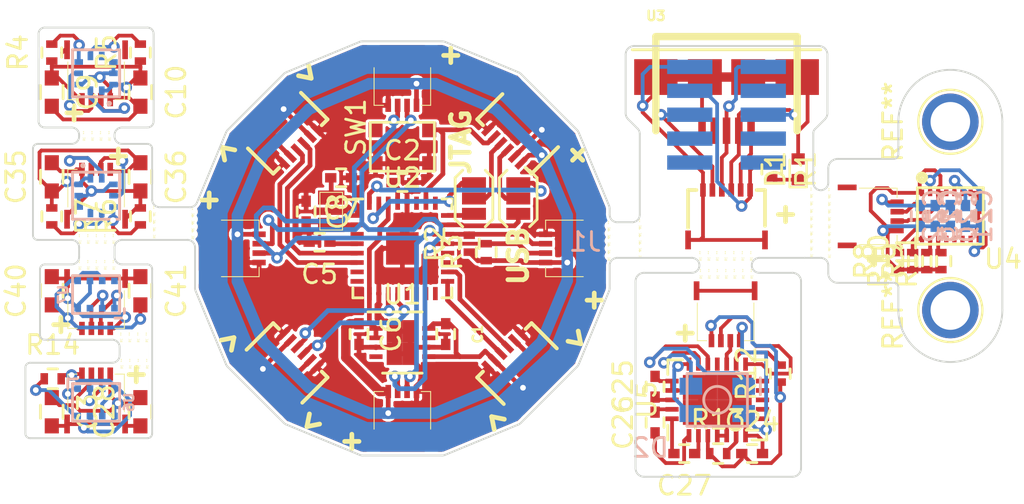
<source format=kicad_pcb>
(kicad_pcb (version 4) (host pcbnew 4.0.4-stable)
  (layers (0 F.Cu signal) (31 B.Cu signal) (34 B.Paste user) (35 F.Paste user) (36 B.SilkS user) (37 F.SilkS user) (38 B.Mask user) (39 F.Mask user) (44 Edge.Cuts user))
  (net 0 "")
  (net 1 VRAW)
  (net 2 GND)
  (net 3 VDDCORE)
  (net 4 +3V3)
  (net 5 AREF)
  (net 6 "Net-(C7-Pad2)")
  (net 7 "Net-(C8-Pad2)")
  (net 8 "Net-(C11-Pad1)")
  (net 9 SWDIO)
  (net 10 D-)
  (net 11 "Net-(C12-Pad1)")
  (net 12 SWCLK)
  (net 13 D+)
  (net 14 DI2)
  (net 15 DO2)
  (net 16 DI1)
  (net 17 DO1)
  (net 18 DI0)
  (net 19 DO0)
  (net 20 "Net-(C22-Pad1)")
  (net 21 "Net-(C23-Pad1)")
  (net 22 "Net-(C25-Pad1)")
  (net 23 "Net-(C26-Pad1)")
  (net 24 "Net-(C26-Pad2)")
  (net 25 "Net-(C27-Pad1)")
  (net 26 "Net-(C27-Pad2)")
  (net 27 RESET)
  (net 28 SDA)
  (net 29 SCL)
  (net 30 "Net-(D1-Pad1)")
  (net 31 "Net-(D2-Pad3)")
  (net 32 "Net-(D2-Pad2)")
  (net 33 "Net-(D2-Pad1)")
  (net 34 "Net-(L1-Pad5)")
  (net 35 "Net-(L1-Pad6)")
  (net 36 "Net-(L2-Pad5)")
  (net 37 "Net-(L2-Pad6)")
  (net 38 "Net-(R8-Pad2)")
  (net 39 "Net-(R9-Pad2)")
  (net 40 "Net-(R10-Pad2)")
  (net 41 "Net-(R11-Pad2)")
  (net 42 "Net-(R12-Pad2)")
  (net 43 "Net-(R13-Pad2)")
  (net 44 "Net-(U1-Pad7)")
  (net 45 "Net-(U2-Pad3)")
  (net 46 "Net-(U2-Pad7)")
  (net 47 "Net-(U2-Pad8)")
  (net 48 "Net-(U2-Pad13)")
  (net 49 "Net-(U2-Pad14)")
  (net 50 "Net-(U2-Pad15)")
  (net 51 "Net-(U2-Pad16)")
  (net 52 "Net-(U2-Pad19)")
  (net 53 "Net-(U2-Pad20)")
  (net 54 "Net-(U2-Pad25)")
  (net 55 "Net-(U2-Pad27)")
  (net 56 "Net-(U4-Pad13)")
  (net 57 "Net-(U4-Pad12)")
  (net 58 "Net-(U4-Pad11)")
  (net 59 "Net-(U4-Pad10)")
  (net 60 "Net-(U4-Pad9)")
  (net 61 "Net-(U5-Pad16)")
  (net 62 "Net-(U6-Pad2)")
  (net 63 PRESET)
  (net 64 PGND)
  (net 65 DP/SWCLK)
  (net 66 DM/SWDIO)
  (net 67 PVRAW)
  (net 68 PVCC)
  (net 69 "Net-(U3-Pad4)")
  (net 70 S3VCC)
  (net 71 S3GND)
  (net 72 S1VCC)
  (net 73 S1GND)
  (net 74 S1SCL)
  (net 75 S1SDA)
  (net 76 S2SCL)
  (net 77 S2GND)
  (net 78 S2SDA)
  (net 79 S2VCC)
  (net 80 S5SCL)
  (net 81 S5GND)
  (net 82 S5SDA)
  (net 83 S5VCC)
  (net 84 S6VCC)
  (net 85 S6GND)
  (net 86 S4SCL)
  (net 87 S4GND)
  (net 88 S4SDA)
  (net 89 S4VCC)
  (net 90 S3SCL)
  (net 91 S3SDA)
  (net 92 S6SCL)
  (net 93 S6SDA)
  (net 94 "Net-(L1-Pad7)")
  (net 95 "Net-(L2-Pad7)")
  (net 96 "Net-(R14-Pad1)")
  (net 97 "Net-(U7-Pad2)")
  (net 98 "Net-(U7-Pad5)")
  (module Connect:1pin (layer F.Cu) (at 84.475 94.025 90)
    (fp_text reference REF** (at 0 0 90) (layer F.SilkS) (effects (font (size 0.127 0.127) (thickness 0.000001))))
    (fp_text value 1pin)
    (pad "" np_thru_hole circle (at 0 0 90) (size 0.2032 0.2032) (drill 0.2032) (layers *.Cu *.Mask))
  )
  (module Connect:1pin (layer F.Cu) (at 84.025 94.025 90)
    (fp_text reference REF** (at 0 0 90) (layer F.SilkS) (effects (font (size 0.127 0.127) (thickness 0.000001))))
    (fp_text value 1pin)
    (pad "" np_thru_hole circle (at 0 0 90) (size 0.2032 0.2032) (drill 0.2032) (layers *.Cu *.Mask))
  )
  (module Connect:1pin (layer F.Cu) (at 83.575 94.025 90)
    (fp_text reference REF** (at 0 0 90) (layer F.SilkS) (effects (font (size 0.127 0.127) (thickness 0.000001))))
    (fp_text value 1pin)
    (pad "" np_thru_hole circle (at 0 0 90) (size 0.2032 0.2032) (drill 0.2032) (layers *.Cu *.Mask))
  )
  (module Connect:1pin (layer F.Cu) (at 83.125 94.025 90)
    (fp_text reference REF** (at 0 0 90) (layer F.SilkS) (effects (font (size 0.127 0.127) (thickness 0.000001))))
    (fp_text value 1pin)
    (pad "" np_thru_hole circle (at 0 0 90) (size 0.2032 0.2032) (drill 0.2032) (layers *.Cu *.Mask))
  )
  (module Connect:1pin (layer F.Cu) (at 85.1 104.725 90)
    (fp_text reference REF** (at 0 0 90) (layer F.SilkS) (effects (font (size 0.127 0.127) (thickness 0.000001))))
    (fp_text value 1pin)
    (pad "" np_thru_hole circle (at 0 0 90) (size 0.2032 0.2032) (drill 0.2032) (layers *.Cu *.Mask))
  )
  (module Connect:1pin (layer F.Cu) (at 85.55 104.725 90)
    (fp_text reference REF** (at 0 0 90) (layer F.SilkS) (effects (font (size 0.127 0.127) (thickness 0.000001))))
    (fp_text value 1pin)
    (pad "" np_thru_hole circle (at 0 0 90) (size 0.2032 0.2032) (drill 0.2032) (layers *.Cu *.Mask))
  )
  (module Connect:1pin (layer F.Cu) (at 86 104.725 90)
    (fp_text reference REF** (at 0 0 90) (layer F.SilkS) (effects (font (size 0.127 0.127) (thickness 0.000001))))
    (fp_text value 1pin)
    (pad "" np_thru_hole circle (at 0 0 90) (size 0.2032 0.2032) (drill 0.2032) (layers *.Cu *.Mask))
  )
  (module Connect:1pin (layer F.Cu) (at 86.45 104.725 90)
    (fp_text reference REF** (at 0 0 90) (layer F.SilkS) (effects (font (size 0.127 0.127) (thickness 0.000001))))
    (fp_text value 1pin)
    (pad "" np_thru_hole circle (at 0 0 90) (size 0.2032 0.2032) (drill 0.2032) (layers *.Cu *.Mask))
  )
  (module Connect:1pin (layer F.Cu) (at 86.475 106.125 90)
    (fp_text reference REF** (at 0 0 90) (layer F.SilkS) (effects (font (size 0.127 0.127) (thickness 0.000001))))
    (fp_text value 1pin)
    (pad "" np_thru_hole circle (at 0 0 90) (size 0.2032 0.2032) (drill 0.2032) (layers *.Cu *.Mask))
  )
  (module Connect:1pin (layer F.Cu) (at 86.025 106.125 90)
    (fp_text reference REF** (at 0 0 90) (layer F.SilkS) (effects (font (size 0.127 0.127) (thickness 0.000001))))
    (fp_text value 1pin)
    (pad "" np_thru_hole circle (at 0 0 90) (size 0.2032 0.2032) (drill 0.2032) (layers *.Cu *.Mask))
  )
  (module Connect:1pin (layer F.Cu) (at 85.575 106.125 90)
    (fp_text reference REF** (at 0 0 90) (layer F.SilkS) (effects (font (size 0.127 0.127) (thickness 0.000001))))
    (fp_text value 1pin)
    (pad "" np_thru_hole circle (at 0 0 90) (size 0.2032 0.2032) (drill 0.2032) (layers *.Cu *.Mask))
  )
  (module Connect:1pin (layer F.Cu) (at 85.125 106.125 90)
    (fp_text reference REF** (at 0 0 90) (layer F.SilkS) (effects (font (size 0.127 0.127) (thickness 0.000001))))
    (fp_text value 1pin)
    (pad "" np_thru_hole circle (at 0 0 90) (size 0.2032 0.2032) (drill 0.2032) (layers *.Cu *.Mask))
  )
  (module Connect:1pin (layer F.Cu) (at 82.9 99.5 90)
    (fp_text reference REF** (at 0 0 90) (layer F.SilkS) (effects (font (size 0.127 0.127) (thickness 0.000001))))
    (fp_text value 1pin)
    (pad "" np_thru_hole circle (at 0 0 90) (size 0.2032 0.2032) (drill 0.2032) (layers *.Cu *.Mask))
  )
  (module Connect:1pin (layer F.Cu) (at 83.35 99.5 90)
    (fp_text reference REF** (at 0 0 90) (layer F.SilkS) (effects (font (size 0.127 0.127) (thickness 0.000001))))
    (fp_text value 1pin)
    (pad "" np_thru_hole circle (at 0 0 90) (size 0.2032 0.2032) (drill 0.2032) (layers *.Cu *.Mask))
  )
  (module Connect:1pin (layer F.Cu) (at 83.8 99.5 90)
    (fp_text reference REF** (at 0 0 90) (layer F.SilkS) (effects (font (size 0.127 0.127) (thickness 0.000001))))
    (fp_text value 1pin)
    (pad "" np_thru_hole circle (at 0 0 90) (size 0.2032 0.2032) (drill 0.2032) (layers *.Cu *.Mask))
  )
  (module Connect:1pin (layer F.Cu) (at 84.25 99.5 90)
    (fp_text reference REF** (at 0 0 90) (layer F.SilkS) (effects (font (size 0.127 0.127) (thickness 0.000001))))
    (fp_text value 1pin)
    (pad "" np_thru_hole circle (at 0 0 90) (size 0.2032 0.2032) (drill 0.2032) (layers *.Cu *.Mask))
  )
  (module Connect:1pin (layer F.Cu) (at 84.7 99.5 90)
    (fp_text reference REF** (at 0 0 90) (layer F.SilkS) (effects (font (size 0.127 0.127) (thickness 0.000001))))
    (fp_text value 1pin)
    (pad "" np_thru_hole circle (at 0 0 90) (size 0.2032 0.2032) (drill 0.2032) (layers *.Cu *.Mask))
  )
  (module Connect:1pin (layer F.Cu) (at 84.7 100.875 90)
    (fp_text reference REF** (at 0 0 90) (layer F.SilkS) (effects (font (size 0.127 0.127) (thickness 0.000001))))
    (fp_text value 1pin)
    (pad "" np_thru_hole circle (at 0 0 90) (size 0.2032 0.2032) (drill 0.2032) (layers *.Cu *.Mask))
  )
  (module Connect:1pin (layer F.Cu) (at 84.25 100.875 90)
    (fp_text reference REF** (at 0 0 90) (layer F.SilkS) (effects (font (size 0.127 0.127) (thickness 0.000001))))
    (fp_text value 1pin)
    (pad "" np_thru_hole circle (at 0 0 90) (size 0.2032 0.2032) (drill 0.2032) (layers *.Cu *.Mask))
  )
  (module Connect:1pin (layer F.Cu) (at 83.8 100.875 90)
    (fp_text reference REF** (at 0 0 90) (layer F.SilkS) (effects (font (size 0.127 0.127) (thickness 0.000001))))
    (fp_text value 1pin)
    (pad "" np_thru_hole circle (at 0 0 90) (size 0.2032 0.2032) (drill 0.2032) (layers *.Cu *.Mask))
  )
  (module Connect:1pin (layer F.Cu) (at 83.35 100.875 90)
    (fp_text reference REF** (at 0 0 90) (layer F.SilkS) (effects (font (size 0.127 0.127) (thickness 0.000001))))
    (fp_text value 1pin)
    (pad "" np_thru_hole circle (at 0 0 90) (size 0.2032 0.2032) (drill 0.2032) (layers *.Cu *.Mask))
  )
  (module Connect:1pin (layer F.Cu) (at 82.9 100.875 90)
    (fp_text reference REF** (at 0 0 90) (layer F.SilkS) (effects (font (size 0.127 0.127) (thickness 0.000001))))
    (fp_text value 1pin)
    (pad "" np_thru_hole circle (at 0 0 90) (size 0.2032 0.2032) (drill 0.2032) (layers *.Cu *.Mask))
  )
  (module Connect:1pin (layer F.Cu) (at 86.85 98 90)
    (fp_text reference REF** (at 0 0 90) (layer F.SilkS) (effects (font (size 0.127 0.127) (thickness 0.000001))))
    (fp_text value 1pin)
    (pad "" np_thru_hole circle (at 0 0 90) (size 0.2032 0.2032) (drill 0.2032) (layers *.Cu *.Mask))
  )
  (module Connect:1pin (layer F.Cu) (at 86.85 98.4 90)
    (fp_text reference REF** (at 0 0 90) (layer F.SilkS) (effects (font (size 0.127 0.127) (thickness 0.000001))))
    (fp_text value 1pin)
    (pad "" np_thru_hole circle (at 0 0 90) (size 0.2032 0.2032) (drill 0.2032) (layers *.Cu *.Mask))
  )
  (module Connect:1pin (layer F.Cu) (at 86.85 98.8 90)
    (fp_text reference REF** (at 0 0 90) (layer F.SilkS) (effects (font (size 0.127 0.127) (thickness 0.000001))))
    (fp_text value 1pin)
    (pad "" np_thru_hole circle (at 0 0 90) (size 0.2032 0.2032) (drill 0.2032) (layers *.Cu *.Mask))
  )
  (module Connect:1pin (layer F.Cu) (at 86.85 99.2 90)
    (fp_text reference REF** (at 0 0 90) (layer F.SilkS) (effects (font (size 0.127 0.127) (thickness 0.000001))))
    (fp_text value 1pin)
    (pad "" np_thru_hole circle (at 0 0 90) (size 0.2032 0.2032) (drill 0.2032) (layers *.Cu *.Mask))
  )
  (module Connect:1pin (layer F.Cu) (at 88.9 98.05 90)
    (fp_text reference REF** (at 0 0 90) (layer F.SilkS) (effects (font (size 0.127 0.127) (thickness 0.000001))))
    (fp_text value 1pin)
    (pad "" np_thru_hole circle (at 0 0 90) (size 0.2032 0.2032) (drill 0.2032) (layers *.Cu *.Mask))
  )
  (module Connect:1pin (layer F.Cu) (at 88.9 98.45 90)
    (fp_text reference REF** (at 0 0 90) (layer F.SilkS) (effects (font (size 0.127 0.127) (thickness 0.000001))))
    (fp_text value 1pin)
    (pad "" np_thru_hole circle (at 0 0 90) (size 0.2032 0.2032) (drill 0.2032) (layers *.Cu *.Mask))
  )
  (module Connect:1pin (layer F.Cu) (at 88.9 98.85 90)
    (fp_text reference REF** (at 0 0 90) (layer F.SilkS) (effects (font (size 0.127 0.127) (thickness 0.000001))))
    (fp_text value 1pin)
    (pad "" np_thru_hole circle (at 0 0 90) (size 0.2032 0.2032) (drill 0.2032) (layers *.Cu *.Mask))
  )
  (module Connect:1pin (layer F.Cu) (at 88.9 99.25 90)
    (fp_text reference REF** (at 0 0 90) (layer F.SilkS) (effects (font (size 0.127 0.127) (thickness 0.000001))))
    (fp_text value 1pin)
    (pad "" np_thru_hole circle (at 0 0 90) (size 0.2032 0.2032) (drill 0.2032) (layers *.Cu *.Mask))
  )
  (module Connect:1pin (layer F.Cu) (at 110.975 98.8 90)
    (fp_text reference REF** (at 0 0 90) (layer F.SilkS) (effects (font (size 0.127 0.127) (thickness 0.000001))))
    (fp_text value 1pin)
    (pad "" np_thru_hole circle (at 0 0 90) (size 0.2032 0.2032) (drill 0.2032) (layers *.Cu *.Mask))
  )
  (module Connect:1pin (layer F.Cu) (at 110.975 99.2 90)
    (fp_text reference REF** (at 0 0 90) (layer F.SilkS) (effects (font (size 0.127 0.127) (thickness 0.000001))))
    (fp_text value 1pin)
    (pad "" np_thru_hole circle (at 0 0 90) (size 0.2032 0.2032) (drill 0.2032) (layers *.Cu *.Mask))
  )
  (module Connect:1pin (layer F.Cu) (at 110.975 99.6 90)
    (fp_text reference REF** (at 0 0 90) (layer F.SilkS) (effects (font (size 0.127 0.127) (thickness 0.000001))))
    (fp_text value 1pin)
    (pad "" np_thru_hole circle (at 0 0 90) (size 0.2032 0.2032) (drill 0.2032) (layers *.Cu *.Mask))
  )
  (module Connect:1pin (layer F.Cu) (at 110.975 100 90)
    (fp_text reference REF** (at 0 0 90) (layer F.SilkS) (effects (font (size 0.127 0.127) (thickness 0.000001))))
    (fp_text value 1pin)
    (pad "" np_thru_hole circle (at 0 0 90) (size 0.2032 0.2032) (drill 0.2032) (layers *.Cu *.Mask))
  )
  (module Connect:1pin (layer F.Cu) (at 110.975 100.4 90)
    (fp_text reference REF** (at 0 0 90) (layer F.SilkS) (effects (font (size 0.127 0.127) (thickness 0.000001))))
    (fp_text value 1pin)
    (pad "" np_thru_hole circle (at 0 0 90) (size 0.2032 0.2032) (drill 0.2032) (layers *.Cu *.Mask))
  )
  (module Connect:1pin (layer F.Cu) (at 112.625 100.3 90)
    (fp_text reference REF** (at 0 0 90) (layer F.SilkS) (effects (font (size 0.127 0.127) (thickness 0.000001))))
    (fp_text value 1pin)
    (pad "" np_thru_hole circle (at 0 0 90) (size 0.2032 0.2032) (drill 0.2032) (layers *.Cu *.Mask))
  )
  (module Connect:1pin (layer F.Cu) (at 112.625 99.9 90)
    (fp_text reference REF** (at 0 0 90) (layer F.SilkS) (effects (font (size 0.127 0.127) (thickness 0.000001))))
    (fp_text value 1pin)
    (pad "" np_thru_hole circle (at 0 0 90) (size 0.2032 0.2032) (drill 0.2032) (layers *.Cu *.Mask))
  )
  (module Connect:1pin (layer F.Cu) (at 112.625 99.5 90)
    (fp_text reference REF** (at 0 0 90) (layer F.SilkS) (effects (font (size 0.127 0.127) (thickness 0.000001))))
    (fp_text value 1pin)
    (pad "" np_thru_hole circle (at 0 0 90) (size 0.2032 0.2032) (drill 0.2032) (layers *.Cu *.Mask))
  )
  (module Connect:1pin (layer F.Cu) (at 112.625 99.1 90)
    (fp_text reference REF** (at 0 0 90) (layer F.SilkS) (effects (font (size 0.127 0.127) (thickness 0.000001))))
    (fp_text value 1pin)
    (pad "" np_thru_hole circle (at 0 0 90) (size 0.2032 0.2032) (drill 0.2032) (layers *.Cu *.Mask))
  )
  (module Connect:1pin (layer F.Cu) (at 115.825 100.4 90)
    (fp_text reference REF** (at 0 0 90) (layer F.SilkS) (effects (font (size 0.127 0.127) (thickness 0.000001))))
    (fp_text value 1pin)
    (pad "" np_thru_hole circle (at 0 0 90) (size 0.2032 0.2032) (drill 0.2032) (layers *.Cu *.Mask))
  )
  (module Connect:1pin (layer F.Cu) (at 116.275 100.4 90)
    (fp_text reference REF** (at 0 0 90) (layer F.SilkS) (effects (font (size 0.127 0.127) (thickness 0.000001))))
    (fp_text value 1pin)
    (pad "" np_thru_hole circle (at 0 0 90) (size 0.2032 0.2032) (drill 0.2032) (layers *.Cu *.Mask))
  )
  (module Connect:1pin (layer F.Cu) (at 116.725 100.4 90)
    (fp_text reference REF** (at 0 0 90) (layer F.SilkS) (effects (font (size 0.127 0.127) (thickness 0.000001))))
    (fp_text value 1pin)
    (pad "" np_thru_hole circle (at 0 0 90) (size 0.2032 0.2032) (drill 0.2032) (layers *.Cu *.Mask))
  )
  (module Connect:1pin (layer F.Cu) (at 117.175 100.4 90)
    (fp_text reference REF** (at 0 0 90) (layer F.SilkS) (effects (font (size 0.127 0.127) (thickness 0.000001))))
    (fp_text value 1pin)
    (pad "" np_thru_hole circle (at 0 0 90) (size 0.2032 0.2032) (drill 0.2032) (layers *.Cu *.Mask))
  )
  (module Connect:1pin (layer F.Cu) (at 117.625 100.4 90)
    (fp_text reference REF** (at 0 0 90) (layer F.SilkS) (effects (font (size 0.127 0.127) (thickness 0.000001))))
    (fp_text value 1pin)
    (pad "" np_thru_hole circle (at 0 0 90) (size 0.2032 0.2032) (drill 0.2032) (layers *.Cu *.Mask))
  )
  (module Connect:1pin (layer F.Cu) (at 118.075 100.4 90)
    (fp_text reference REF** (at 0 0 90) (layer F.SilkS) (effects (font (size 0.127 0.127) (thickness 0.000001))))
    (fp_text value 1pin)
    (pad "" np_thru_hole circle (at 0 0 90) (size 0.2032 0.2032) (drill 0.2032) (layers *.Cu *.Mask))
  )
  (module Connect:1pin (layer F.Cu) (at 118.525 100.4 90)
    (fp_text reference REF** (at 0 0 90) (layer F.SilkS) (effects (font (size 0.127 0.127) (thickness 0.000001))))
    (fp_text value 1pin)
    (pad "" np_thru_hole circle (at 0 0 90) (size 0.2032 0.2032) (drill 0.2032) (layers *.Cu *.Mask))
  )
  (module Connect:1pin (layer F.Cu) (at 118.55 101.35 90)
    (fp_text reference REF** (at 0 0 90) (layer F.SilkS) (effects (font (size 0.127 0.127) (thickness 0.000001))))
    (fp_text value 1pin)
    (pad "" np_thru_hole circle (at 0 0 90) (size 0.2032 0.2032) (drill 0.2032) (layers *.Cu *.Mask))
  )
  (module Connect:1pin (layer F.Cu) (at 118.1 101.35 90)
    (fp_text reference REF** (at 0 0 90) (layer F.SilkS) (effects (font (size 0.127 0.127) (thickness 0.000001))))
    (fp_text value 1pin)
    (pad "" np_thru_hole circle (at 0 0 90) (size 0.2032 0.2032) (drill 0.2032) (layers *.Cu *.Mask))
  )
  (module Connect:1pin (layer F.Cu) (at 117.65 101.35 90)
    (fp_text reference REF** (at 0 0 90) (layer F.SilkS) (effects (font (size 0.127 0.127) (thickness 0.000001))))
    (fp_text value 1pin)
    (pad "" np_thru_hole circle (at 0 0 90) (size 0.2032 0.2032) (drill 0.2032) (layers *.Cu *.Mask))
  )
  (module Connect:1pin (layer F.Cu) (at 117.2 101.35 90)
    (fp_text reference REF** (at 0 0 90) (layer F.SilkS) (effects (font (size 0.127 0.127) (thickness 0.000001))))
    (fp_text value 1pin)
    (pad "" np_thru_hole circle (at 0 0 90) (size 0.2032 0.2032) (drill 0.2032) (layers *.Cu *.Mask))
  )
  (module Connect:1pin (layer F.Cu) (at 116.75 101.35 90)
    (fp_text reference REF** (at 0 0 90) (layer F.SilkS) (effects (font (size 0.127 0.127) (thickness 0.000001))))
    (fp_text value 1pin)
    (pad "" np_thru_hole circle (at 0 0 90) (size 0.2032 0.2032) (drill 0.2032) (layers *.Cu *.Mask))
  )
  (module Connect:1pin (layer F.Cu) (at 116.3 101.35 90)
    (fp_text reference REF** (at 0 0 90) (layer F.SilkS) (effects (font (size 0.127 0.127) (thickness 0.000001))))
    (fp_text value 1pin)
    (pad "" np_thru_hole circle (at 0 0 90) (size 0.2032 0.2032) (drill 0.2032) (layers *.Cu *.Mask))
  )
  (module Connect:1pin (layer F.Cu) (at 112.625 98.7 90)
    (fp_text reference REF** (at 0 0 90) (layer F.SilkS) (effects (font (size 0.127 0.127) (thickness 0.000001))))
    (fp_text value 1pin)
    (pad "" np_thru_hole circle (at 0 0 90) (size 0.2032 0.2032) (drill 0.2032) (layers *.Cu *.Mask))
  )
  (module Connect:1pin (layer F.Cu) (at 115.85 101.35 90)
    (fp_text reference REF** (at 0 0 90) (layer F.SilkS) (effects (font (size 0.127 0.127) (thickness 0.000001))))
    (fp_text value 1pin)
    (pad "" np_thru_hole circle (at 0 0 90) (size 0.2032 0.2032) (drill 0.2032) (layers *.Cu *.Mask))
  )
  (module Connect:1pin (layer F.Cu) (at 121.725 100.225 90)
    (fp_text reference REF** (at 0 0 90) (layer F.SilkS) (effects (font (size 0.127 0.127) (thickness 0.000001))))
    (fp_text value 1pin)
    (pad "" np_thru_hole circle (at 0 0 90) (size 0.2032 0.2032) (drill 0.2032) (layers *.Cu *.Mask))
  )
  (module Connect:1pin (layer F.Cu) (at 121.725 99.825 90)
    (fp_text reference REF** (at 0 0 90) (layer F.SilkS) (effects (font (size 0.127 0.127) (thickness 0.000001))))
    (fp_text value 1pin)
    (pad "" np_thru_hole circle (at 0 0 90) (size 0.2032 0.2032) (drill 0.2032) (layers *.Cu *.Mask))
  )
  (module Connect:1pin (layer F.Cu) (at 121.725 99.425 90)
    (fp_text reference REF** (at 0 0 90) (layer F.SilkS) (effects (font (size 0.127 0.127) (thickness 0.000001))))
    (fp_text value 1pin)
    (pad "" np_thru_hole circle (at 0 0 90) (size 0.2032 0.2032) (drill 0.2032) (layers *.Cu *.Mask))
  )
  (module Connect:1pin (layer F.Cu) (at 121.725 99.025 90)
    (fp_text reference REF** (at 0 0 90) (layer F.SilkS) (effects (font (size 0.127 0.127) (thickness 0.000001))))
    (fp_text value 1pin)
    (pad "" np_thru_hole circle (at 0 0 90) (size 0.2032 0.2032) (drill 0.2032) (layers *.Cu *.Mask))
  )
  (module Connect:1pin (layer F.Cu) (at 121.725 98.625 90)
    (fp_text reference REF** (at 0 0 90) (layer F.SilkS) (effects (font (size 0.127 0.127) (thickness 0.000001))))
    (fp_text value 1pin)
    (pad "" np_thru_hole circle (at 0 0 90) (size 0.2032 0.2032) (drill 0.2032) (layers *.Cu *.Mask))
  )
  (module Connect:1pin (layer F.Cu) (at 121.725 98.225 90)
    (fp_text reference REF** (at 0 0 90) (layer F.SilkS) (effects (font (size 0.127 0.127) (thickness 0.000001))))
    (fp_text value 1pin)
    (pad "" np_thru_hole circle (at 0 0 90) (size 0.2032 0.2032) (drill 0.2032) (layers *.Cu *.Mask))
  )
  (module Connect:1pin (layer F.Cu) (at 121.725 97.825 90)
    (fp_text reference REF** (at 0 0 90) (layer F.SilkS) (effects (font (size 0.127 0.127) (thickness 0.000001))))
    (fp_text value 1pin)
    (pad "" np_thru_hole circle (at 0 0 90) (size 0.2032 0.2032) (drill 0.2032) (layers *.Cu *.Mask))
  )
  (module Connect:1pin (layer F.Cu) (at 121.725 97.425 90)
    (fp_text reference REF** (at 0 0 90) (layer F.SilkS) (effects (font (size 0.127 0.127) (thickness 0.000001))))
    (fp_text value 1pin)
    (pad "" np_thru_hole circle (at 0 0 90) (size 0.2032 0.2032) (drill 0.2032) (layers *.Cu *.Mask))
  )
  (module Connect:1pin (layer F.Cu) (at 121.725 97.025 90)
    (fp_text reference REF** (at 0 0 90) (layer F.SilkS) (effects (font (size 0.127 0.127) (thickness 0.000001))))
    (fp_text value 1pin)
    (pad "" np_thru_hole circle (at 0 0 90) (size 0.2032 0.2032) (drill 0.2032) (layers *.Cu *.Mask))
  )
  (module Connect:1pin (layer F.Cu) (at 122.675 100.25 90)
    (fp_text reference REF** (at 0 0 90) (layer F.SilkS) (effects (font (size 0.127 0.127) (thickness 0.000001))))
    (fp_text value 1pin)
    (pad "" np_thru_hole circle (at 0 0 90) (size 0.2032 0.2032) (drill 0.2032) (layers *.Cu *.Mask))
  )
  (module Connect:1pin (layer F.Cu) (at 122.675 99.85 90)
    (fp_text reference REF** (at 0 0 90) (layer F.SilkS) (effects (font (size 0.127 0.127) (thickness 0.000001))))
    (fp_text value 1pin)
    (pad "" np_thru_hole circle (at 0 0 90) (size 0.2032 0.2032) (drill 0.2032) (layers *.Cu *.Mask))
  )
  (module Connect:1pin (layer F.Cu) (at 122.675 99.45 90)
    (fp_text reference REF** (at 0 0 90) (layer F.SilkS) (effects (font (size 0.127 0.127) (thickness 0.000001))))
    (fp_text value 1pin)
    (pad "" np_thru_hole circle (at 0 0 90) (size 0.2032 0.2032) (drill 0.2032) (layers *.Cu *.Mask))
  )
  (module Connect:1pin (layer F.Cu) (at 122.675 99.05 90)
    (fp_text reference REF** (at 0 0 90) (layer F.SilkS) (effects (font (size 0.127 0.127) (thickness 0.000001))))
    (fp_text value 1pin)
    (pad "" np_thru_hole circle (at 0 0 90) (size 0.2032 0.2032) (drill 0.2032) (layers *.Cu *.Mask))
  )
  (module Connect:1pin (layer F.Cu) (at 122.675 98.65 90)
    (fp_text reference REF** (at 0 0 90) (layer F.SilkS) (effects (font (size 0.127 0.127) (thickness 0.000001))))
    (fp_text value 1pin)
    (pad "" np_thru_hole circle (at 0 0 90) (size 0.2032 0.2032) (drill 0.2032) (layers *.Cu *.Mask))
  )
  (module Connect:1pin (layer F.Cu) (at 122.675 98.25 90)
    (fp_text reference REF** (at 0 0 90) (layer F.SilkS) (effects (font (size 0.127 0.127) (thickness 0.000001))))
    (fp_text value 1pin)
    (pad "" np_thru_hole circle (at 0 0 90) (size 0.2032 0.2032) (drill 0.2032) (layers *.Cu *.Mask))
  )
  (module Connect:1pin (layer F.Cu) (at 122.675 97.85 90)
    (fp_text reference REF** (at 0 0 90) (layer F.SilkS) (effects (font (size 0.127 0.127) (thickness 0.000001))))
    (fp_text value 1pin)
    (pad "" np_thru_hole circle (at 0 0 90) (size 0.2032 0.2032) (drill 0.2032) (layers *.Cu *.Mask))
  )
  (module Connect:1pin (layer F.Cu) (at 122.675 97.45 90)
    (fp_text reference REF** (at 0 0 90) (layer F.SilkS) (effects (font (size 0.127 0.127) (thickness 0.000001))))
    (fp_text value 1pin)
    (pad "" np_thru_hole circle (at 0 0 90) (size 0.2032 0.2032) (drill 0.2032) (layers *.Cu *.Mask))
  )
  (module Connect:1pin (layer F.Cu) (at 122.675 97.05 90)
    (fp_text reference REF** (at 0 0 90) (layer F.SilkS) (effects (font (size 0.127 0.127) (thickness 0.000001))))
    (fp_text value 1pin)
    (pad "" np_thru_hole circle (at 0 0 90) (size 0.2032 0.2032) (drill 0.2032) (layers *.Cu *.Mask))
  )
  (module _Fab_Footprint:WM1387x06-REC (layer F.Cu) (at 106.4 93.6 135)
    (fp_text reference C29)
    (fp_text value WM1386x06)
    (pad 2 smd rect (at -0.75 -1.4 135) (size 0.3 0.7) (layers F.Cu F.Mask) (net 1 VRAW))
    (pad 1 smd rect (at -1.25 -1.4 135) (size 0.3 0.7) (layers F.Cu F.Mask) (net 4 +3V3))
    (pad 3 smd rect (at -0.25 -1.4 135) (size 0.3 0.7) (layers F.Cu F.Mask) (net 8 "Net-(C11-Pad1)"))
    (pad 4 smd rect (at 0.25 -1.4 135) (size 0.3 0.7) (layers F.Cu F.Mask) (net 11 "Net-(C12-Pad1)"))
    (pad 7 smd rect (at 2.04 1.25 135) (size 0.3 1) (layers F.Cu F.Mask) (net 2 GND))
    (pad 7 smd rect (at -2.04 1.25 135) (size 0.3 1) (layers F.Cu F.Mask) (net 2 GND))
    (pad 5 smd rect (at 0.75 -1.4 135) (size 0.3 0.7) (layers F.Cu F.Mask) (net 27 RESET))
    (pad 6 smd rect (at 1.25 -1.4 135) (size 0.3 0.7) (layers F.Cu F.Mask) (net 2 GND))
  )
  (module _Fab_Footprint:WM1387x06-REC (layer F.Cu) (at 93.6 106.4 315)
    (fp_text reference C16)
    (fp_text value WM1386x06)
    (pad 2 smd rect (at -0.75 -1.4 315) (size 0.3 0.7) (layers F.Cu F.Mask) (net 1 VRAW))
    (pad 1 smd rect (at -1.25 -1.4 315) (size 0.3 0.7) (layers F.Cu F.Mask) (net 2 GND))
    (pad 3 smd rect (at -0.25 -1.4 315) (size 0.3 0.7) (layers F.Cu F.Mask) (net 14 DI2))
    (pad 4 smd rect (at 0.25 -1.4 315) (size 0.3 0.7) (layers F.Cu F.Mask) (net 15 DO2))
    (pad 7 smd rect (at 2.04 1.25 315) (size 0.3 1) (layers F.Cu F.Mask) (net 2 GND))
    (pad 7 smd rect (at -2.04 1.25 315) (size 0.3 1) (layers F.Cu F.Mask) (net 2 GND))
    (pad 5 smd rect (at 0.75 -1.4 315) (size 0.3 0.7) (layers F.Cu F.Mask) (net 1 VRAW))
    (pad 6 smd rect (at 1.25 -1.4 315) (size 0.3 0.7) (layers F.Cu F.Mask) (net 2 GND))
  )
  (module Capacitors_SMD:C_0402 (layer F.Cu) (at 102.3 104.55 270)
    (fp_text reference C1 (at 0 -1.7 270) (layer F.SilkS) (effects (font (size 0.5 0.5) (thickness 0.125))))
    (fp_text value 1UF)
    (pad 1 smd rect (at -0.55 0 270) (size 0.6 0.5) (layers F.Cu F.Paste F.Mask) (net 1 VRAW))
    (pad 2 smd rect (at 0.55 0 270) (size 0.6 0.5) (layers F.Cu F.Paste F.Mask) (net 2 GND))
  )
  (module Capacitors_SMD:C_0402 (layer F.Cu) (at 100 96.5)
    (fp_text reference C2 (at 0 -1.7) (layer F.SilkS))
    (fp_text value 1UF)
    (pad 1 smd rect (at -0.55 0) (size 0.6 0.5) (layers F.Cu F.Paste F.Mask) (net 3 VDDCORE))
    (pad 2 smd rect (at 0.55 0) (size 0.6 0.5) (layers F.Cu F.Paste F.Mask) (net 2 GND))
  )
  (module Capacitors_SMD:C_0402 (layer F.Cu) (at 95.6056 99.6696 180)
    (fp_text reference C5 (at 0 -1.7 180) (layer F.SilkS))
    (fp_text value 1UF)
    (pad 1 smd rect (at -0.55 0 180) (size 0.6 0.5) (layers F.Cu F.Paste F.Mask) (net 5 AREF))
    (pad 2 smd rect (at 0.55 0 180) (size 0.6 0.5) (layers F.Cu F.Paste F.Mask) (net 2 GND))
  )
  (module Capacitors_SMD:C_0402 (layer F.Cu) (at 97.7 104.55 270)
    (fp_text reference C6 (at 0 -1.7 270) (layer F.SilkS))
    (fp_text value 1UF)
    (pad 1 smd rect (at -0.55 0 270) (size 0.6 0.5) (layers F.Cu F.Paste F.Mask) (net 4 +3V3))
    (pad 2 smd rect (at 0.55 0 270) (size 0.6 0.5) (layers F.Cu F.Paste F.Mask) (net 2 GND))
  )
  (module Capacitors_SMD:C_0402 (layer F.Cu) (at 96.75 96.25 180)
    (fp_text reference C7 (at 0 -1.7 180) (layer F.SilkS))
    (fp_text value 22pF)
    (pad 1 smd rect (at -0.55 0 180) (size 0.6 0.5) (layers F.Cu F.Paste F.Mask) (net 2 GND))
    (pad 2 smd rect (at 0.55 0 180) (size 0.6 0.5) (layers F.Cu F.Paste F.Mask) (net 6 "Net-(C7-Pad2)"))
  )
  (module Capacitors_SMD:C_0402 (layer F.Cu) (at 94.8944 98.044 270)
    (fp_text reference C8 (at 0 -1.7 270) (layer F.SilkS))
    (fp_text value 22pF)
    (pad 1 smd rect (at -0.55 0 270) (size 0.6 0.5) (layers F.Cu F.Paste F.Mask) (net 2 GND))
    (pad 2 smd rect (at 0.55 0 270) (size 0.6 0.5) (layers F.Cu F.Paste F.Mask) (net 7 "Net-(C8-Pad2)"))
  )
  (module _Fab_Footprint:SPST-NO-TL3700 (layer F.Cu) (at 100 94.6)
    (fp_text reference SW1 (at -2.464 -1.036 270) (layer F.SilkS))
    (fp_text value SW_PUSH)
    (pad 1 smd rect (at -1.425 0.9) (size 0.75 0.8) (layers F.Cu F.Paste F.Mask) (net 2 GND))
    (pad 2 smd rect (at 1.425 0.9) (size 0.75 0.8) (layers F.Cu F.Paste F.Mask) (net 2 GND))
    (pad 3 smd rect (at -1.425 -0.9) (size 0.75 0.8) (layers F.Cu F.Paste F.Mask) (net 27 RESET))
    (pad 4 smd rect (at 1.425 -0.9) (size 0.75 0.8) (layers F.Cu F.Paste F.Mask) (net 27 RESET))
  )
  (module Housings_DFN_QFN:DFN-8-1EP_3x3mm_Pitch0.5mm (layer F.Cu) (at 100 105)
    (fp_text reference U1 (at 0 -2.55) (layer F.SilkS))
    (fp_text value ADP7102)
    (pad 1 smd rect (at -1.4 -0.75) (size 0.7 0.25) (layers F.Cu F.Paste F.Mask) (net 4 +3V3))
    (pad 2 smd rect (at -1.4 -0.25) (size 0.7 0.25) (layers F.Cu F.Paste F.Mask) (net 4 +3V3))
    (pad 3 smd rect (at -1.4 0.25) (size 0.7 0.25) (layers F.Cu F.Paste F.Mask) (net 2 GND))
    (pad 4 smd rect (at -1.4 0.75) (size 0.7 0.25) (layers F.Cu F.Paste F.Mask))
    (pad 5 smd rect (at 1.4 0.75) (size 0.7 0.25) (layers F.Cu F.Paste F.Mask) (net 1 VRAW))
    (pad 6 smd rect (at 1.4 0.25) (size 0.7 0.25) (layers F.Cu F.Paste F.Mask) (net 2 GND))
    (pad 7 smd rect (at 1.4 -0.25) (size 0.7 0.25) (layers F.Cu F.Paste F.Mask) (net 44 "Net-(U1-Pad7)"))
    (pad 8 smd rect (at 1.4 -0.75) (size 0.7 0.25) (layers F.Cu F.Paste F.Mask) (net 1 VRAW))
    (pad 9 smd rect (at 0.415 0.595) (size 0.83 1.19) (layers F.Cu F.Paste F.Mask) (net 2 GND))
    (pad 9 smd rect (at 0.415 -0.595) (size 0.83 1.19) (layers F.Cu F.Paste F.Mask) (net 2 GND))
    (pad 9 smd rect (at -0.415 0.595) (size 0.83 1.19) (layers F.Cu F.Paste F.Mask) (net 2 GND))
    (pad 9 smd rect (at -0.415 -0.595) (size 0.83 1.19) (layers F.Cu F.Paste F.Mask) (net 2 GND))
  )
  (module _Fab_Footprint:QFN-32-1EP_5x5mm_Pitch0.5mm (layer F.Cu) (at 100 100)
    (fp_text reference U2 (at 0 -3.75) (layer F.SilkS))
    (fp_text value ATSAMD21E18A)
    (pad 1 smd rect (at -2.4 -1.75) (size 0.7 0.25) (layers F.Cu F.Paste F.Mask) (net 6 "Net-(C7-Pad2)"))
    (pad 2 smd rect (at -2.4 -1.25) (size 0.7 0.25) (layers F.Cu F.Paste F.Mask) (net 7 "Net-(C8-Pad2)"))
    (pad 3 smd rect (at -2.4 -0.75) (size 0.7 0.25) (layers F.Cu F.Paste F.Mask) (net 45 "Net-(U2-Pad3)"))
    (pad 4 smd rect (at -2.4 -0.25) (size 0.7 0.25) (layers F.Cu F.Paste F.Mask) (net 5 AREF))
    (pad 5 smd rect (at -2.4 0.25) (size 0.7 0.25) (layers F.Cu F.Paste F.Mask) (net 18 DI0))
    (pad 6 smd rect (at -2.4 0.75) (size 0.7 0.25) (layers F.Cu F.Paste F.Mask) (net 19 DO0))
    (pad 7 smd rect (at -2.4 1.25) (size 0.7 0.25) (layers F.Cu F.Paste F.Mask) (net 46 "Net-(U2-Pad7)"))
    (pad 8 smd rect (at -2.4 1.75) (size 0.7 0.25) (layers F.Cu F.Paste F.Mask) (net 47 "Net-(U2-Pad8)"))
    (pad 9 smd rect (at -1.75 2.4 90) (size 0.7 0.25) (layers F.Cu F.Paste F.Mask) (net 4 +3V3))
    (pad 10 smd rect (at -1.25 2.4 90) (size 0.7 0.25) (layers F.Cu F.Paste F.Mask) (net 2 GND))
    (pad 11 smd rect (at -0.75 2.4 90) (size 0.7 0.25) (layers F.Cu F.Paste F.Mask) (net 14 DI2))
    (pad 12 smd rect (at -0.25 2.4 90) (size 0.7 0.25) (layers F.Cu F.Paste F.Mask) (net 15 DO2))
    (pad 13 smd rect (at 0.25 2.4 90) (size 0.7 0.25) (layers F.Cu F.Paste F.Mask) (net 48 "Net-(U2-Pad13)"))
    (pad 14 smd rect (at 0.75 2.4 90) (size 0.7 0.25) (layers F.Cu F.Paste F.Mask) (net 49 "Net-(U2-Pad14)"))
    (pad 15 smd rect (at 1.25 2.4 90) (size 0.7 0.25) (layers F.Cu F.Paste F.Mask) (net 50 "Net-(U2-Pad15)"))
    (pad 16 smd rect (at 1.75 2.4 90) (size 0.7 0.25) (layers F.Cu F.Paste F.Mask) (net 51 "Net-(U2-Pad16)"))
    (pad 17 smd rect (at 2.4 1.75) (size 0.7 0.25) (layers F.Cu F.Paste F.Mask) (net 16 DI1))
    (pad 18 smd rect (at 2.4 1.25) (size 0.7 0.25) (layers F.Cu F.Paste F.Mask) (net 17 DO1))
    (pad 19 smd rect (at 2.4 0.75) (size 0.7 0.25) (layers F.Cu F.Paste F.Mask) (net 52 "Net-(U2-Pad19)"))
    (pad 20 smd rect (at 2.4 0.25) (size 0.7 0.25) (layers F.Cu F.Paste F.Mask) (net 53 "Net-(U2-Pad20)"))
    (pad 21 smd rect (at 2.4 -0.25) (size 0.7 0.25) (layers F.Cu F.Paste F.Mask) (net 28 SDA))
    (pad 22 smd rect (at 2.4 -0.75) (size 0.7 0.25) (layers F.Cu F.Paste F.Mask) (net 29 SCL))
    (pad 23 smd rect (at 2.4 -1.25) (size 0.7 0.25) (layers F.Cu F.Paste F.Mask) (net 10 D-))
    (pad 24 smd rect (at 2.4 -1.75) (size 0.7 0.25) (layers F.Cu F.Paste F.Mask) (net 13 D+))
    (pad 25 smd rect (at 1.75 -2.4 90) (size 0.7 0.25) (layers F.Cu F.Paste F.Mask) (net 54 "Net-(U2-Pad25)"))
    (pad 26 smd rect (at 1.25 -2.4 90) (size 0.7 0.25) (layers F.Cu F.Paste F.Mask) (net 27 RESET))
    (pad 27 smd rect (at 0.75 -2.4 90) (size 0.7 0.25) (layers F.Cu F.Paste F.Mask) (net 55 "Net-(U2-Pad27)"))
    (pad 28 smd rect (at 0.25 -2.4 90) (size 0.7 0.25) (layers F.Cu F.Paste F.Mask) (net 2 GND))
    (pad 29 smd rect (at -0.25 -2.4 90) (size 0.7 0.25) (layers F.Cu F.Paste F.Mask) (net 3 VDDCORE))
    (pad 30 smd rect (at -0.75 -2.4 90) (size 0.7 0.25) (layers F.Cu F.Paste F.Mask) (net 4 +3V3))
    (pad 31 smd rect (at -1.25 -2.4 90) (size 0.7 0.25) (layers F.Cu F.Paste F.Mask) (net 12 SWCLK))
    (pad 32 smd rect (at -1.75 -2.4 90) (size 0.7 0.25) (layers F.Cu F.Paste F.Mask) (net 9 SWDIO))
    (pad 33 smd rect (at 0 0) (size 1.725 1.725) (layers F.Cu F.Paste F.Mask) (net 2 GND))
  )
  (module _Fab_Footprint:ABS06 (layer F.Cu) (at 96.225 98.025 270)
    (fp_text reference X1)
    (fp_text value ABS06)
    (pad 1 smd rect (at -0.725 0 270) (size 0.75 1.4) (layers F.Cu F.Mask) (net 6 "Net-(C7-Pad2)"))
    (pad 2 smd rect (at 0.725 0 270) (size 0.75 1.4) (layers F.Cu F.Mask) (net 7 "Net-(C8-Pad2)"))
  )
  (module _Fab_Footprint:SJ-2-1-no (layer F.Cu) (at 106.15 97.35 270)
    (fp_text reference C11)
    (fp_text value sj2)
    (pad 1 smd rect (at 0 0 270) (size 0.635 1.27) (layers F.Cu F.Mask) (net 8 "Net-(C11-Pad1)"))
    (pad 2 smd rect (at -0.8128 0 270) (size 0.635 1.27) (layers F.Cu F.Mask) (net 9 SWDIO))
    (pad 3 smd rect (at 0.8128 0 270) (size 0.635 1.27) (layers F.Cu F.Mask) (net 10 D-))
  )
  (module _Fab_Footprint:SJ-2-1-no (layer F.Cu) (at 103.8 97.35 270)
    (fp_text reference C12)
    (fp_text value sj1)
    (pad 1 smd rect (at 0 0 270) (size 0.635 1.27) (layers F.Cu F.Mask) (net 11 "Net-(C12-Pad1)"))
    (pad 2 smd rect (at -0.8128 0 270) (size 0.635 1.27) (layers F.Cu F.Mask) (net 12 SWCLK))
    (pad 3 smd rect (at 0.8128 0 270) (size 0.635 1.27) (layers F.Cu F.Mask) (net 13 D+))
  )
  (module _Fab_Footprint:WM1387x06-REC (layer F.Cu) (at 106.4 106.4 45)
    (fp_text reference C17)
    (fp_text value WM1386x06)
    (pad 2 smd rect (at -0.75 -1.4 45) (size 0.3 0.7) (layers F.Cu F.Mask) (net 1 VRAW))
    (pad 1 smd rect (at -1.25 -1.4 45) (size 0.3 0.7) (layers F.Cu F.Mask) (net 2 GND))
    (pad 3 smd rect (at -0.25 -1.4 45) (size 0.3 0.7) (layers F.Cu F.Mask) (net 16 DI1))
    (pad 4 smd rect (at 0.25 -1.4 45) (size 0.3 0.7) (layers F.Cu F.Mask) (net 17 DO1))
    (pad 7 smd rect (at 2.04 1.25 45) (size 0.3 1) (layers F.Cu F.Mask) (net 2 GND))
    (pad 7 smd rect (at -2.04 1.25 45) (size 0.3 1) (layers F.Cu F.Mask) (net 2 GND))
    (pad 5 smd rect (at 0.75 -1.4 45) (size 0.3 0.7) (layers F.Cu F.Mask) (net 1 VRAW))
    (pad 6 smd rect (at 1.25 -1.4 45) (size 0.3 0.7) (layers F.Cu F.Mask) (net 2 GND))
  )
  (module _Fab_Footprint:WM1387x06-REC (layer F.Cu) (at 93.6 93.6 225)
    (fp_text reference C18)
    (fp_text value WM1386x06)
    (pad 2 smd rect (at -0.75 -1.4 225) (size 0.3 0.7) (layers F.Cu F.Mask) (net 1 VRAW))
    (pad 1 smd rect (at -1.25 -1.4 225) (size 0.3 0.7) (layers F.Cu F.Mask) (net 2 GND))
    (pad 3 smd rect (at -0.25 -1.4 225) (size 0.3 0.7) (layers F.Cu F.Mask) (net 18 DI0))
    (pad 4 smd rect (at 0.25 -1.4 225) (size 0.3 0.7) (layers F.Cu F.Mask) (net 19 DO0))
    (pad 7 smd rect (at 2.04 1.25 225) (size 0.3 1) (layers F.Cu F.Mask) (net 2 GND))
    (pad 7 smd rect (at -2.04 1.25 225) (size 0.3 1) (layers F.Cu F.Mask) (net 2 GND))
    (pad 5 smd rect (at 0.75 -1.4 225) (size 0.3 0.7) (layers F.Cu F.Mask) (net 1 VRAW))
    (pad 6 smd rect (at 1.25 -1.4 225) (size 0.3 0.7) (layers F.Cu F.Mask) (net 2 GND))
  )
  (module _Fab_Footprint:WM1386x04-REC (layer F.Cu) (at 109 100 90)
    (fp_text reference C30)
    (fp_text value WM1386x04)
    (pad 2 smd rect (at -0.25 -1.4 90) (size 0.3 0.7) (layers F.Cu F.Mask) (net 28 SDA))
    (pad 1 smd rect (at -0.75 -1.4 90) (size 0.3 0.7) (layers F.Cu F.Mask) (net 4 +3V3))
    (pad 3 smd rect (at 0.25 -1.4 90) (size 0.3 0.7) (layers F.Cu F.Mask) (net 29 SCL))
    (pad 4 smd rect (at 0.75 -1.4 90) (size 0.3 0.7) (layers F.Cu F.Mask) (net 2 GND))
    (pad 5 smd rect (at 1.54 1.25 90) (size 0.3 1) (layers F.Cu F.Mask) (net 2 GND))
    (pad 5 smd rect (at -1.54 1.25 90) (size 0.3 1) (layers F.Cu F.Mask) (net 2 GND))
  )
  (module _Fab_Footprint:WM1386x04-REC (layer F.Cu) (at 100 109)
    (fp_text reference C31)
    (fp_text value WM1386x04)
    (pad 2 smd rect (at -0.25 -1.4) (size 0.3 0.7) (layers F.Cu F.Mask) (net 28 SDA))
    (pad 1 smd rect (at -0.75 -1.4) (size 0.3 0.7) (layers F.Cu F.Mask) (net 4 +3V3))
    (pad 3 smd rect (at 0.25 -1.4) (size 0.3 0.7) (layers F.Cu F.Mask) (net 29 SCL))
    (pad 4 smd rect (at 0.75 -1.4) (size 0.3 0.7) (layers F.Cu F.Mask) (net 2 GND))
    (pad 5 smd rect (at 1.54 1.25) (size 0.3 1) (layers F.Cu F.Mask) (net 2 GND))
    (pad 5 smd rect (at -1.54 1.25) (size 0.3 1) (layers F.Cu F.Mask) (net 2 GND))
  )
  (module _Fab_Footprint:WM1386x04-REC (layer F.Cu) (at 91 100 270)
    (fp_text reference C32)
    (fp_text value WM1386x04)
    (pad 2 smd rect (at -0.25 -1.4 270) (size 0.3 0.7) (layers F.Cu F.Mask) (net 28 SDA))
    (pad 1 smd rect (at -0.75 -1.4 270) (size 0.3 0.7) (layers F.Cu F.Mask) (net 4 +3V3))
    (pad 3 smd rect (at 0.25 -1.4 270) (size 0.3 0.7) (layers F.Cu F.Mask) (net 29 SCL))
    (pad 4 smd rect (at 0.75 -1.4 270) (size 0.3 0.7) (layers F.Cu F.Mask) (net 2 GND))
    (pad 5 smd rect (at 1.54 1.25 270) (size 0.3 1) (layers F.Cu F.Mask) (net 2 GND))
    (pad 5 smd rect (at -1.54 1.25 270) (size 0.3 1) (layers F.Cu F.Mask) (net 2 GND))
  )
  (module _Fab_Footprint:WM1386x04-REC (layer F.Cu) (at 100 91 180)
    (fp_text reference C33)
    (fp_text value WM1386x04)
    (pad 2 smd rect (at -0.25 -1.4 180) (size 0.3 0.7) (layers F.Cu F.Mask) (net 28 SDA))
    (pad 1 smd rect (at -0.75 -1.4 180) (size 0.3 0.7) (layers F.Cu F.Mask) (net 4 +3V3))
    (pad 3 smd rect (at 0.25 -1.4 180) (size 0.3 0.7) (layers F.Cu F.Mask) (net 29 SCL))
    (pad 4 smd rect (at 0.75 -1.4 180) (size 0.3 0.7) (layers F.Cu F.Mask) (net 2 GND))
    (pad 5 smd rect (at 1.54 1.25 180) (size 0.3 1) (layers F.Cu F.Mask) (net 2 GND))
    (pad 5 smd rect (at -1.54 1.25 180) (size 0.3 1) (layers F.Cu F.Mask) (net 2 GND))
  )
  (module Resistors_SMD:R_0402 (layer F.Cu) (at 103.55 99.75 90)
    (fp_text reference R2 (at 0 -1.8 90) (layer F.SilkS))
    (fp_text value 10k)
    (pad 1 smd rect (at -0.45 0 90) (size 0.4 0.6) (layers F.Cu F.Paste F.Mask) (net 4 +3V3))
    (pad 2 smd rect (at 0.45 0 90) (size 0.4 0.6) (layers F.Cu F.Paste F.Mask) (net 29 SCL))
  )
  (module Resistors_SMD:R_0402 (layer F.Cu) (at 104.45 100.2 90)
    (fp_text reference R3 (at 0 -1.8 90) (layer F.SilkS))
    (fp_text value 10k)
    (pad 1 smd rect (at -0.45 0 90) (size 0.4 0.6) (layers F.Cu F.Paste F.Mask) (net 4 +3V3))
    (pad 2 smd rect (at 0.45 0 90) (size 0.4 0.6) (layers F.Cu F.Paste F.Mask) (net 28 SDA))
  )
  (module Capacitors_SMD:C_0603 (layer F.Cu) (at 86.1 91.7 270)
    (fp_text reference C10 (at 0 -1.9 270) (layer F.SilkS))
    (fp_text value 100nF)
    (pad 1 smd rect (at -0.75 0 270) (size 0.8 0.75) (layers F.Cu F.Paste F.Mask) (net 72 S1VCC))
    (pad 2 smd rect (at 0.75 0 270) (size 0.8 0.75) (layers F.Cu F.Paste F.Mask) (net 73 S1GND))
  )
  (module Capacitors_SMD:C_0603 (layer F.Cu) (at 86.1 108.675 90)
    (fp_text reference C28 (at 0 -1.9 90) (layer F.SilkS))
    (fp_text value 100nF)
    (pad 1 smd rect (at -0.75 0 90) (size 0.8 0.75) (layers F.Cu F.Paste F.Mask) (net 71 S3GND))
    (pad 2 smd rect (at 0.75 0 90) (size 0.8 0.75) (layers F.Cu F.Paste F.Mask) (net 70 S3VCC))
  )
  (module Capacitors_SMD:C_0603 (layer F.Cu) (at 86.1 96.2 270)
    (fp_text reference C36 (at 0 -1.9 270) (layer F.SilkS))
    (fp_text value 100nF)
    (pad 1 smd rect (at -0.75 0 270) (size 0.8 0.75) (layers F.Cu F.Paste F.Mask) (net 79 S2VCC))
    (pad 2 smd rect (at 0.75 0 270) (size 0.8 0.75) (layers F.Cu F.Paste F.Mask) (net 77 S2GND))
  )
  (module Capacitors_SMD:C_0603 (layer F.Cu) (at 86.1 102.25 270)
    (fp_text reference C41 (at 0 -1.9 270) (layer F.SilkS))
    (fp_text value 100nF)
    (pad 1 smd rect (at -0.75 0 270) (size 0.8 0.75) (layers F.Cu F.Paste F.Mask) (net 87 S4GND))
    (pad 2 smd rect (at 0.75 0 270) (size 0.8 0.75) (layers F.Cu F.Paste F.Mask) (net 89 S4VCC))
  )
  (module Resistors_SMD:R_0402 (layer F.Cu) (at 86.1 89.6 90)
    (fp_text reference R5 (at 0 -1.8 90) (layer F.SilkS))
    (fp_text value 10k)
    (pad 1 smd rect (at -0.45 0 90) (size 0.4 0.6) (layers F.Cu F.Paste F.Mask) (net 72 S1VCC))
    (pad 2 smd rect (at 0.45 0 90) (size 0.4 0.6) (layers F.Cu F.Paste F.Mask) (net 35 "Net-(L1-Pad6)"))
  )
  (module Resistors_SMD:R_0402 (layer F.Cu) (at 86.1 98.3 90)
    (fp_text reference R6 (at 0 -1.8 90) (layer F.SilkS))
    (fp_text value 10k)
    (pad 1 smd rect (at -0.45 0 90) (size 0.4 0.6) (layers F.Cu F.Paste F.Mask) (net 36 "Net-(L2-Pad5)"))
    (pad 2 smd rect (at 0.45 0 90) (size 0.4 0.6) (layers F.Cu F.Paste F.Mask) (net 77 S2GND))
  )
  (module Connect:1pin (layer F.Cu) (at 129.075 103.275 90)
    (fp_text reference REF** (at 0 -3.048 90) (layer F.SilkS))
    (fp_text value 1pin)
    (pad 1 thru_hole circle (at 0 0 90) (size 3 3) (drill 2.1) (layers *.Cu *.Mask))
  )
  (module Connect:1pin (layer F.Cu) (at 129.075 93.275 90)
    (fp_text reference REF** (at 0 -3.048 90) (layer F.SilkS))
    (fp_text value 1pin)
    (pad 1 thru_hole circle (at 0 0 90) (size 3 3) (drill 2.1) (layers *.Cu *.Mask))
  )
  (module _Fab_Footprint:WM1387x06-REC (layer F.Cu) (at 117.2 98.3)
    (fp_text reference C34)
    (fp_text value WM1386x06)
    (pad 2 smd rect (at -0.75 -1.4) (size 0.3 0.7) (layers F.Cu F.Mask) (net 63 PRESET))
    (pad 1 smd rect (at -1.25 -1.4) (size 0.3 0.7) (layers F.Cu F.Mask) (net 64 PGND))
    (pad 3 smd rect (at -0.25 -1.4) (size 0.3 0.7) (layers F.Cu F.Mask) (net 65 DP/SWCLK))
    (pad 4 smd rect (at 0.25 -1.4) (size 0.3 0.7) (layers F.Cu F.Mask) (net 66 DM/SWDIO))
    (pad 7 smd rect (at 2.04 1.25) (size 0.3 1) (layers F.Cu F.Mask) (net 64 PGND))
    (pad 7 smd rect (at -2.04 1.25) (size 0.3 1) (layers F.Cu F.Mask) (net 64 PGND))
    (pad 5 smd rect (at 0.75 -1.4) (size 0.3 0.7) (layers F.Cu F.Mask) (net 67 PVRAW))
    (pad 6 smd rect (at 1.25 -1.4) (size 0.3 0.7) (layers F.Cu F.Mask) (net 68 PVCC))
  )
  (module LEDs:LED_0402 (layer F.Cu) (at 121 95.8 90)
    (fp_text reference D1 (at 0 -1.2 90) (layer F.SilkS))
    (fp_text value LED)
    (pad 2 smd rect (at 0.55 0 270) (size 0.6 0.7) (layers F.Cu F.Paste F.Mask) (net 64 PGND))
    (pad 1 smd rect (at -0.55 0 270) (size 0.6 0.7) (layers F.Cu F.Paste F.Mask) (net 30 "Net-(D1-Pad1)"))
  )
  (module _Fab_Footprint:JTAGICE3-10p (layer B.Cu) (at 117.2 92.9 180)
    (fp_text reference J1 (at 7.5 -6.75 180) (layer B.SilkS) (effects (justify mirror)))
    (fp_text value JTAGICE3-10p)
    (pad 1 smd rect (at -1.95 2.54 180) (size 2.4 0.76) (layers B.Cu B.Paste B.Mask) (net 65 DP/SWCLK))
    (pad 2 smd rect (at 1.95 2.54 180) (size 2.4 0.76) (layers B.Cu B.Paste B.Mask) (net 64 PGND))
    (pad 3 smd rect (at -1.95 1.27 180) (size 2.4 0.76) (layers B.Cu B.Paste B.Mask))
    (pad 4 smd rect (at 1.95 1.27 180) (size 2.4 0.76) (layers B.Cu B.Paste B.Mask) (net 68 PVCC))
    (pad 5 smd rect (at -1.95 0 180) (size 2.4 0.76) (layers B.Cu B.Paste B.Mask) (net 66 DM/SWDIO))
    (pad 6 smd rect (at 1.95 0 180) (size 2.4 0.76) (layers B.Cu B.Paste B.Mask) (net 63 PRESET))
    (pad 7 smd rect (at -1.95 -1.27 180) (size 2.4 0.76) (layers B.Cu B.Paste B.Mask))
    (pad 8 smd rect (at 1.95 -1.27 180) (size 2.4 0.76) (layers B.Cu B.Paste B.Mask))
    (pad 9 smd rect (at -1.95 -2.54 180) (size 2.4 0.76) (layers B.Cu B.Paste B.Mask))
    (pad 10 smd rect (at 1.95 -2.54 180) (size 2.4 0.76) (layers B.Cu B.Paste B.Mask))
  )
  (module Resistors_SMD:R_0402 (layer F.Cu) (at 119.6 95.8 270)
    (fp_text reference R1 (at 0 -1.8 270) (layer F.SilkS))
    (fp_text value 330)
    (pad 1 smd rect (at -0.45 0 270) (size 0.4 0.6) (layers F.Cu F.Paste F.Mask) (net 68 PVCC))
    (pad 2 smd rect (at 0.45 0 270) (size 0.4 0.6) (layers F.Cu F.Paste F.Mask) (net 30 "Net-(D1-Pad1)"))
  )
  (module _CSL:USBMICRO-10104110 (layer F.Cu) (at 117.2 90.9 180)
    (fp_text reference U3 (at 3.75 3.25 180) (layer F.SilkS) (effects (font (size 0.5 0.5) (thickness 0.125))))
    (fp_text value USB2)
    (pad 1 smd rect (at -1.3 -2.85 180) (size 0.4 1.4) (layers F.Cu F.Paste F.Mask) (net 67 PVRAW))
    (pad 3 smd rect (at 0 -2.85 180) (size 0.4 1.4) (layers F.Cu F.Paste F.Mask) (net 65 DP/SWCLK))
    (pad 2 smd rect (at -0.65 -2.85 180) (size 0.4 1.4) (layers F.Cu F.Paste F.Mask) (net 66 DM/SWDIO))
    (pad 4 smd rect (at 0.65 -2.85 180) (size 0.4 1.4) (layers F.Cu F.Paste F.Mask) (net 69 "Net-(U3-Pad4)"))
    (pad 6 smd rect (at -3.75 0 180) (size 2.3 1.9) (layers F.Cu F.Paste F.Mask) (net 64 PGND))
    (pad 6 smd rect (at 3.75 0 180) (size 2.3 1.9) (layers F.Cu F.Paste F.Mask) (net 64 PGND))
    (pad 6 smd rect (at -1.15 0 180) (size 1.8 1.9) (layers F.Cu F.Paste F.Mask) (net 64 PGND))
    (pad 6 smd rect (at 1.15 0 180) (size 1.8 1.9) (layers F.Cu F.Paste F.Mask) (net 64 PGND))
    (pad 5 smd rect (at 1.3 -2.85 180) (size 0.4 1.4) (layers F.Cu F.Paste F.Mask) (net 64 PGND))
  )
  (module Capacitors_SMD:C_0603 (layer F.Cu) (at 81.4 108.675 270)
    (fp_text reference C3 (at 0 -1.9 270) (layer F.SilkS))
    (fp_text value 100nF)
    (pad 1 smd rect (at -0.75 0 270) (size 0.8 0.75) (layers F.Cu F.Paste F.Mask) (net 70 S3VCC))
    (pad 2 smd rect (at 0.75 0 270) (size 0.8 0.75) (layers F.Cu F.Paste F.Mask) (net 71 S3GND))
  )
  (module Capacitors_SMD:C_0603 (layer F.Cu) (at 81.4 91.7 270)
    (fp_text reference C9 (at 0 -1.9 270) (layer F.SilkS))
    (fp_text value 4.7UF)
    (pad 1 smd rect (at -0.75 0 270) (size 0.8 0.75) (layers F.Cu F.Paste F.Mask) (net 72 S1VCC))
    (pad 2 smd rect (at 0.75 0 270) (size 0.8 0.75) (layers F.Cu F.Paste F.Mask) (net 73 S1GND))
  )
  (module _Fab_Footprint:WM1386x04-REC (layer F.Cu) (at 83.75 90.7 180)
    (fp_text reference C13)
    (fp_text value WM1386x04)
    (pad 2 smd rect (at -0.25 -1.4 180) (size 0.3 0.7) (layers F.Cu F.Mask) (net 74 S1SCL))
    (pad 1 smd rect (at -0.75 -1.4 180) (size 0.3 0.7) (layers F.Cu F.Mask) (net 73 S1GND))
    (pad 3 smd rect (at 0.25 -1.4 180) (size 0.3 0.7) (layers F.Cu F.Mask) (net 75 S1SDA))
    (pad 4 smd rect (at 0.75 -1.4 180) (size 0.3 0.7) (layers F.Cu F.Mask) (net 72 S1VCC))
    (pad 5 smd rect (at 1.54 1.25 180) (size 0.3 1) (layers F.Cu F.Mask) (net 73 S1GND))
    (pad 5 smd rect (at -1.54 1.25 180) (size 0.3 1) (layers F.Cu F.Mask) (net 73 S1GND))
  )
  (module _Fab_Footprint:WM1386x04-REC (layer F.Cu) (at 83.75 97.2)
    (fp_text reference C14)
    (fp_text value WM1386x04)
    (pad 2 smd rect (at -0.25 -1.4) (size 0.3 0.7) (layers F.Cu F.Mask) (net 76 S2SCL))
    (pad 1 smd rect (at -0.75 -1.4) (size 0.3 0.7) (layers F.Cu F.Mask) (net 77 S2GND))
    (pad 3 smd rect (at 0.25 -1.4) (size 0.3 0.7) (layers F.Cu F.Mask) (net 78 S2SDA))
    (pad 4 smd rect (at 0.75 -1.4) (size 0.3 0.7) (layers F.Cu F.Mask) (net 79 S2VCC))
    (pad 5 smd rect (at 1.54 1.25) (size 0.3 1) (layers F.Cu F.Mask) (net 77 S2GND))
    (pad 5 smd rect (at -1.54 1.25) (size 0.3 1) (layers F.Cu F.Mask) (net 77 S2GND))
  )
  (module _Fab_Footprint:WM1386x04-REC (layer F.Cu) (at 124.85 98.3 270)
    (fp_text reference C15)
    (fp_text value WM1386x04)
    (pad 2 smd rect (at -0.25 -1.4 270) (size 0.3 0.7) (layers F.Cu F.Mask) (net 80 S5SCL))
    (pad 1 smd rect (at -0.75 -1.4 270) (size 0.3 0.7) (layers F.Cu F.Mask) (net 81 S5GND))
    (pad 3 smd rect (at 0.25 -1.4 270) (size 0.3 0.7) (layers F.Cu F.Mask) (net 82 S5SDA))
    (pad 4 smd rect (at 0.75 -1.4 270) (size 0.3 0.7) (layers F.Cu F.Mask) (net 83 S5VCC))
    (pad 5 smd rect (at 1.54 1.25 270) (size 0.3 1) (layers F.Cu F.Mask) (net 81 S5GND))
    (pad 5 smd rect (at -1.54 1.25 270) (size 0.3 1) (layers F.Cu F.Mask) (net 81 S5GND))
  )
  (module Capacitors_SMD:C_0402 (layer B.Cu) (at 127.475 98.275 90)
    (fp_text reference C19 (at 0 1.7 90) (layer B.SilkS) (effects (justify mirror)))
    (fp_text value 10uF)
    (pad 1 smd rect (at -0.55 0 90) (size 0.6 0.5) (layers B.Cu B.Paste B.Mask) (net 83 S5VCC))
    (pad 2 smd rect (at 0.55 0 90) (size 0.6 0.5) (layers B.Cu B.Paste B.Mask) (net 81 S5GND))
  )
  (module Capacitors_SMD:C_0402 (layer B.Cu) (at 128.275 98.275 90)
    (fp_text reference C20 (at 0 1.7 90) (layer B.SilkS) (effects (justify mirror)))
    (fp_text value 100nF)
    (pad 1 smd rect (at -0.55 0 90) (size 0.6 0.5) (layers B.Cu B.Paste B.Mask) (net 83 S5VCC))
    (pad 2 smd rect (at 0.55 0 90) (size 0.6 0.5) (layers B.Cu B.Paste B.Mask) (net 81 S5GND))
  )
  (module Capacitors_SMD:C_0402 (layer B.Cu) (at 129.075 98.275 90)
    (fp_text reference C21 (at 0 1.700001 90) (layer B.SilkS) (effects (justify mirror)))
    (fp_text value 100nF)
    (pad 1 smd rect (at -0.55 0 90) (size 0.6 0.5) (layers B.Cu B.Paste B.Mask) (net 83 S5VCC))
    (pad 2 smd rect (at 0.55 0 90) (size 0.6 0.5) (layers B.Cu B.Paste B.Mask) (net 81 S5GND))
  )
  (module Capacitors_SMD:C_0402 (layer B.Cu) (at 129.875 98.275 270)
    (fp_text reference C22 (at 0 1.7 270) (layer B.SilkS) (effects (justify mirror)))
    (fp_text value 10nF)
    (pad 1 smd rect (at -0.55 0 270) (size 0.6 0.5) (layers B.Cu B.Paste B.Mask) (net 20 "Net-(C22-Pad1)"))
    (pad 2 smd rect (at 0.55 0 270) (size 0.6 0.5) (layers B.Cu B.Paste B.Mask) (net 81 S5GND))
  )
  (module Capacitors_SMD:C_0402 (layer B.Cu) (at 130.675 98.275 270)
    (fp_text reference C23 (at 0 1.7 270) (layer B.SilkS) (effects (justify mirror)))
    (fp_text value 100nF)
    (pad 1 smd rect (at -0.55 0 270) (size 0.6 0.5) (layers B.Cu B.Paste B.Mask) (net 21 "Net-(C23-Pad1)"))
    (pad 2 smd rect (at 0.55 0 270) (size 0.6 0.5) (layers B.Cu B.Paste B.Mask) (net 81 S5GND))
  )
  (module Capacitors_SMD:C_0402 (layer F.Cu) (at 118.558364 110.896231)
    (fp_text reference C24 (at 0 -1.7) (layer F.SilkS))
    (fp_text value 1uF)
    (pad 1 smd rect (at -0.55 0) (size 0.6 0.5) (layers F.Cu F.Paste F.Mask) (net 84 S6VCC))
    (pad 2 smd rect (at 0.55 0) (size 0.6 0.5) (layers F.Cu F.Paste F.Mask) (net 85 S6GND))
  )
  (module Capacitors_SMD:C_0402 (layer F.Cu) (at 113.408364 107.346232 90)
    (fp_text reference C25 (at 0 -1.7 90) (layer F.SilkS))
    (fp_text value 1uF)
    (pad 1 smd rect (at -0.55 0 90) (size 0.6 0.5) (layers F.Cu F.Paste F.Mask) (net 22 "Net-(C25-Pad1)"))
    (pad 2 smd rect (at 0.55 0 90) (size 0.6 0.5) (layers F.Cu F.Paste F.Mask) (net 85 S6GND))
  )
  (module Capacitors_SMD:C_0402 (layer F.Cu) (at 113.408363 109.24623 90)
    (fp_text reference C26 (at 0 -1.7 90) (layer F.SilkS))
    (fp_text value 0.47uF)
    (pad 1 smd rect (at -0.55 0 90) (size 0.6 0.5) (layers F.Cu F.Paste F.Mask) (net 23 "Net-(C26-Pad1)"))
    (pad 2 smd rect (at 0.55 0 90) (size 0.6 0.5) (layers F.Cu F.Paste F.Mask) (net 24 "Net-(C26-Pad2)"))
  )
  (module Capacitors_SMD:C_0402 (layer F.Cu) (at 114.958362 110.896231 180)
    (fp_text reference C27 (at 0 -1.7 180) (layer F.SilkS))
    (fp_text value 0.47uF)
    (pad 1 smd rect (at -0.55 0 180) (size 0.6 0.5) (layers F.Cu F.Paste F.Mask) (net 25 "Net-(C27-Pad1)"))
    (pad 2 smd rect (at 0.55 0 180) (size 0.6 0.5) (layers F.Cu F.Paste F.Mask) (net 26 "Net-(C27-Pad2)"))
  )
  (module Capacitors_SMD:C_0603 (layer F.Cu) (at 81.4 96.2 90)
    (fp_text reference C35 (at 0 -1.9 90) (layer F.SilkS))
    (fp_text value 4.7UF)
    (pad 1 smd rect (at -0.75 0 90) (size 0.8 0.75) (layers F.Cu F.Paste F.Mask) (net 79 S2VCC))
    (pad 2 smd rect (at 0.75 0 90) (size 0.8 0.75) (layers F.Cu F.Paste F.Mask) (net 77 S2GND))
  )
  (module _Fab_Footprint:WM1386x04-REC (layer F.Cu) (at 83.75 102.85 180)
    (fp_text reference C37)
    (fp_text value WM1386x04)
    (pad 2 smd rect (at -0.25 -1.4 180) (size 0.3 0.7) (layers F.Cu F.Mask) (net 86 S4SCL))
    (pad 1 smd rect (at -0.75 -1.4 180) (size 0.3 0.7) (layers F.Cu F.Mask) (net 87 S4GND))
    (pad 3 smd rect (at 0.25 -1.4 180) (size 0.3 0.7) (layers F.Cu F.Mask) (net 88 S4SDA))
    (pad 4 smd rect (at 0.75 -1.4 180) (size 0.3 0.7) (layers F.Cu F.Mask) (net 89 S4VCC))
    (pad 5 smd rect (at 1.54 1.25 180) (size 0.3 1) (layers F.Cu F.Mask) (net 87 S4GND))
    (pad 5 smd rect (at -1.54 1.25 180) (size 0.3 1) (layers F.Cu F.Mask) (net 87 S4GND))
  )
  (module _Fab_Footprint:WM1386x04-REC (layer F.Cu) (at 83.75 108.075)
    (fp_text reference C38)
    (fp_text value WM1386x04)
    (pad 2 smd rect (at -0.25 -1.4) (size 0.3 0.7) (layers F.Cu F.Mask) (net 90 S3SCL))
    (pad 1 smd rect (at -0.75 -1.4) (size 0.3 0.7) (layers F.Cu F.Mask) (net 71 S3GND))
    (pad 3 smd rect (at 0.25 -1.4) (size 0.3 0.7) (layers F.Cu F.Mask) (net 91 S3SDA))
    (pad 4 smd rect (at 0.75 -1.4) (size 0.3 0.7) (layers F.Cu F.Mask) (net 70 S3VCC))
    (pad 5 smd rect (at 1.54 1.25) (size 0.3 1) (layers F.Cu F.Mask) (net 71 S3GND))
    (pad 5 smd rect (at -1.54 1.25) (size 0.3 1) (layers F.Cu F.Mask) (net 71 S3GND))
  )
  (module _Fab_Footprint:WM1386x04-REC (layer F.Cu) (at 117.15 103.5 180)
    (fp_text reference C39)
    (fp_text value WM1386x04)
    (pad 2 smd rect (at -0.25 -1.4 180) (size 0.3 0.7) (layers F.Cu F.Mask) (net 92 S6SCL))
    (pad 1 smd rect (at -0.75 -1.4 180) (size 0.3 0.7) (layers F.Cu F.Mask) (net 85 S6GND))
    (pad 3 smd rect (at 0.25 -1.4 180) (size 0.3 0.7) (layers F.Cu F.Mask) (net 93 S6SDA))
    (pad 4 smd rect (at 0.75 -1.4 180) (size 0.3 0.7) (layers F.Cu F.Mask) (net 84 S6VCC))
    (pad 5 smd rect (at 1.54 1.25 180) (size 0.3 1) (layers F.Cu F.Mask) (net 85 S6GND))
    (pad 5 smd rect (at -1.54 1.25 180) (size 0.3 1) (layers F.Cu F.Mask) (net 85 S6GND))
  )
  (module Capacitors_SMD:C_0603 (layer F.Cu) (at 81.4 102.25 90)
    (fp_text reference C40 (at 0 -1.9 90) (layer F.SilkS))
    (fp_text value 100nF)
    (pad 1 smd rect (at -0.75 0 90) (size 0.8 0.75) (layers F.Cu F.Paste F.Mask) (net 89 S4VCC))
    (pad 2 smd rect (at 0.75 0 90) (size 0.8 0.75) (layers F.Cu F.Paste F.Mask) (net 87 S4GND))
  )
  (module _Fab_Footprint:4-PLCC (layer B.Cu) (at 116.708363 108.046231 180)
    (fp_text reference D2 (at 3.556 -2.54 180) (layer B.SilkS) (effects (justify mirror)))
    (fp_text value LED_RGB_CC)
    (pad 4 smd rect (at -1.4 -0.725 180) (size 1.2 0.9) (layers B.Cu B.Mask) (net 85 S6GND))
    (pad 3 smd rect (at 1.4 -0.725 180) (size 1.2 0.9) (layers B.Cu B.Mask) (net 31 "Net-(D2-Pad3)"))
    (pad 2 smd rect (at 1.4 0.725 180) (size 1.2 0.9) (layers B.Cu B.Mask) (net 32 "Net-(D2-Pad2)"))
    (pad 1 smd rect (at -1.4 0.725 180) (size 1.2 0.9) (layers B.Cu B.Mask) (net 33 "Net-(D2-Pad1)"))
  )
  (module _Fab_Footprint:LPS25H (layer B.Cu) (at 83.75 90.7 180)
    (fp_text reference L1)
    (fp_text value LPS25H)
    (pad 1 smd rect (at -0.3 -0.92 180) (size 0.3 0.45) (layers B.Cu B.Paste B.Mask) (net 72 S1VCC))
    (pad 2 smd rect (at 0.3 -0.92 180) (size 0.3 0.45) (layers B.Cu B.Paste B.Mask) (net 74 S1SCL))
    (pad 3 smd rect (at 0.92 -0.6 90) (size 0.3 0.45) (layers B.Cu B.Paste B.Mask) (net 73 S1GND))
    (pad 4 smd rect (at 0.92 0 90) (size 0.3 0.45) (layers B.Cu B.Paste B.Mask) (net 75 S1SDA))
    (pad 5 smd rect (at 0.92 0.6 90) (size 0.3 0.45) (layers B.Cu B.Paste B.Mask) (net 34 "Net-(L1-Pad5)"))
    (pad 6 smd rect (at 0.3 0.92 180) (size 0.3 0.45) (layers B.Cu B.Paste B.Mask) (net 35 "Net-(L1-Pad6)"))
    (pad 7 smd rect (at -0.3 0.92 180) (size 0.3 0.45) (layers B.Cu B.Paste B.Mask) (net 94 "Net-(L1-Pad7)"))
    (pad 8 smd rect (at -0.92 0.6 90) (size 0.3 0.45) (layers B.Cu B.Paste B.Mask) (net 73 S1GND))
    (pad 9 smd rect (at -0.92 0 90) (size 0.3 0.45) (layers B.Cu B.Paste B.Mask) (net 73 S1GND))
    (pad 10 smd rect (at -0.92 -0.6 90) (size 0.3 0.45) (layers B.Cu B.Paste B.Mask) (net 72 S1VCC))
  )
  (module _Fab_Footprint:LPS25H (layer B.Cu) (at 83.75 97.2)
    (fp_text reference L2)
    (fp_text value LPS25H)
    (pad 1 smd rect (at -0.3 -0.92) (size 0.3 0.45) (layers B.Cu B.Paste B.Mask) (net 79 S2VCC))
    (pad 2 smd rect (at 0.3 -0.92) (size 0.3 0.45) (layers B.Cu B.Paste B.Mask) (net 76 S2SCL))
    (pad 3 smd rect (at 0.92 -0.6 270) (size 0.3 0.45) (layers B.Cu B.Paste B.Mask) (net 77 S2GND))
    (pad 4 smd rect (at 0.92 0 270) (size 0.3 0.45) (layers B.Cu B.Paste B.Mask) (net 78 S2SDA))
    (pad 5 smd rect (at 0.92 0.6 270) (size 0.3 0.45) (layers B.Cu B.Paste B.Mask) (net 36 "Net-(L2-Pad5)"))
    (pad 6 smd rect (at 0.3 0.92) (size 0.3 0.45) (layers B.Cu B.Paste B.Mask) (net 37 "Net-(L2-Pad6)"))
    (pad 7 smd rect (at -0.3 0.92) (size 0.3 0.45) (layers B.Cu B.Paste B.Mask) (net 95 "Net-(L2-Pad7)"))
    (pad 8 smd rect (at -0.92 0.6 270) (size 0.3 0.45) (layers B.Cu B.Paste B.Mask) (net 77 S2GND))
    (pad 9 smd rect (at -0.92 0 270) (size 0.3 0.45) (layers B.Cu B.Paste B.Mask) (net 77 S2GND))
    (pad 10 smd rect (at -0.92 -0.6 270) (size 0.3 0.45) (layers B.Cu B.Paste B.Mask) (net 79 S2VCC))
  )
  (module Resistors_SMD:R_0402 (layer F.Cu) (at 81.4 89.6 90)
    (fp_text reference R4 (at 0 -1.8 90) (layer F.SilkS))
    (fp_text value 10k)
    (pad 1 smd rect (at -0.45 0 90) (size 0.4 0.6) (layers F.Cu F.Paste F.Mask) (net 72 S1VCC))
    (pad 2 smd rect (at 0.45 0 90) (size 0.4 0.6) (layers F.Cu F.Paste F.Mask) (net 34 "Net-(L1-Pad5)"))
  )
  (module Resistors_SMD:R_0402 (layer F.Cu) (at 81.4 98.3 270)
    (fp_text reference R7 (at 0 -1.8 270) (layer F.SilkS))
    (fp_text value 10k)
    (pad 1 smd rect (at -0.45 0 270) (size 0.4 0.6) (layers F.Cu F.Paste F.Mask) (net 79 S2VCC))
    (pad 2 smd rect (at 0.45 0 270) (size 0.4 0.6) (layers F.Cu F.Paste F.Mask) (net 37 "Net-(L2-Pad6)"))
  )
  (module Resistors_SMD:R_0402 (layer F.Cu) (at 126.325 100.675 90)
    (fp_text reference R8 (at 0 -1.8 90) (layer F.SilkS))
    (fp_text value 10k)
    (pad 1 smd rect (at -0.45 0 90) (size 0.4 0.6) (layers F.Cu F.Paste F.Mask) (net 83 S5VCC))
    (pad 2 smd rect (at 0.45 0 90) (size 0.4 0.6) (layers F.Cu F.Paste F.Mask) (net 38 "Net-(R8-Pad2)"))
  )
  (module Resistors_SMD:R_0402 (layer F.Cu) (at 127.825 100.675 90)
    (fp_text reference R9 (at 0 -1.8 90) (layer F.SilkS))
    (fp_text value 10k)
    (pad 1 smd rect (at -0.45 0 90) (size 0.4 0.6) (layers F.Cu F.Paste F.Mask) (net 83 S5VCC))
    (pad 2 smd rect (at 0.45 0 90) (size 0.4 0.6) (layers F.Cu F.Paste F.Mask) (net 39 "Net-(R9-Pad2)"))
  )
  (module Resistors_SMD:R_0402 (layer F.Cu) (at 127.075 100.675 90)
    (fp_text reference R10 (at 0 -1.8 90) (layer F.SilkS))
    (fp_text value 10k)
    (pad 1 smd rect (at -0.45 0 90) (size 0.4 0.6) (layers F.Cu F.Paste F.Mask) (net 83 S5VCC))
    (pad 2 smd rect (at 0.45 0 90) (size 0.4 0.6) (layers F.Cu F.Paste F.Mask) (net 40 "Net-(R10-Pad2)"))
  )
  (module Resistors_SMD:R_0402 (layer F.Cu) (at 128.575 100.675 90)
    (fp_text reference R11 (at 0 -1.8 90) (layer F.SilkS))
    (fp_text value 10k)
    (pad 1 smd rect (at -0.45 0 90) (size 0.4 0.6) (layers F.Cu F.Paste F.Mask) (net 83 S5VCC))
    (pad 2 smd rect (at 0.45 0 90) (size 0.4 0.6) (layers F.Cu F.Paste F.Mask) (net 41 "Net-(R11-Pad2)"))
  )
  (module Resistors_SMD:R_0402 (layer F.Cu) (at 120.05 106.65 90)
    (fp_text reference R12 (at 0 -1.8 90) (layer F.SilkS))
    (fp_text value 10k)
    (pad 1 smd rect (at -0.45 0 90) (size 0.4 0.6) (layers F.Cu F.Paste F.Mask) (net 84 S6VCC))
    (pad 2 smd rect (at 0.45 0 90) (size 0.4 0.6) (layers F.Cu F.Paste F.Mask) (net 42 "Net-(R12-Pad2)"))
  )
  (module Resistors_SMD:R_0402 (layer F.Cu) (at 116.758363 110.896231)
    (fp_text reference R13 (at 0 -1.8) (layer F.SilkS))
    (fp_text value 10k)
    (pad 1 smd rect (at -0.45 0) (size 0.4 0.6) (layers F.Cu F.Paste F.Mask) (net 84 S6VCC))
    (pad 2 smd rect (at 0.45 0) (size 0.4 0.6) (layers F.Cu F.Paste F.Mask) (net 43 "Net-(R13-Pad2)"))
  )
  (module Resistors_SMD:R_0402 (layer F.Cu) (at 81.45 106.925)
    (fp_text reference R14 (at 0 -1.8) (layer F.SilkS))
    (fp_text value 100k)
    (pad 1 smd rect (at -0.45 0) (size 0.4 0.6) (layers F.Cu F.Paste F.Mask) (net 96 "Net-(R14-Pad1)"))
    (pad 2 smd rect (at 0.45 0) (size 0.4 0.6) (layers F.Cu F.Paste F.Mask) (net 71 S3GND))
  )
  (module _Fab_Footprint:LSM9DS1 (layer F.Cu) (at 129.075 98.275)
    (fp_text reference U4 (at 2.794 2.286) (layer F.SilkS))
    (fp_text value LSM9DS1)
    (pad 17 smd rect (at 1.475 -0.645) (size 0.35 0.23) (layers F.Cu F.Mask) (net 81 S5GND))
    (pad 16 smd rect (at 1.475 -0.215) (size 0.35 0.23) (layers F.Cu F.Mask) (net 81 S5GND))
    (pad 15 smd rect (at 1.475 0.215) (size 0.35 0.23) (layers F.Cu F.Mask) (net 81 S5GND))
    (pad 14 smd rect (at 1.475 0.645) (size 0.35 0.23) (layers F.Cu F.Mask) (net 81 S5GND))
    (pad 5 smd rect (at -1.475 0.645) (size 0.35 0.23) (layers F.Cu F.Mask) (net 38 "Net-(R8-Pad2)"))
    (pad 4 smd rect (at -1.475 0.215) (size 0.35 0.23) (layers F.Cu F.Mask) (net 82 S5SDA))
    (pad 3 smd rect (at -1.475 -0.215) (size 0.35 0.23) (layers F.Cu F.Mask) (net 83 S5VCC))
    (pad 13 smd rect (at 1.505 1.225) (size 0.23 0.35) (layers F.Cu F.Mask) (net 56 "Net-(U4-Pad13)"))
    (pad 12 smd rect (at 1.075 1.225) (size 0.23 0.35) (layers F.Cu F.Mask) (net 57 "Net-(U4-Pad12)"))
    (pad 11 smd rect (at 0.645 1.225) (size 0.23 0.35) (layers F.Cu F.Mask) (net 58 "Net-(U4-Pad11)"))
    (pad 10 smd rect (at 0.215 1.225) (size 0.23 0.35) (layers F.Cu F.Mask) (net 59 "Net-(U4-Pad10)"))
    (pad 9 smd rect (at -0.215 1.225) (size 0.23 0.35) (layers F.Cu F.Mask) (net 60 "Net-(U4-Pad9)"))
    (pad 8 smd rect (at -0.645 1.225) (size 0.23 0.35) (layers F.Cu F.Mask) (net 41 "Net-(R11-Pad2)"))
    (pad 7 smd rect (at -1.075 1.225) (size 0.23 0.35) (layers F.Cu F.Mask) (net 39 "Net-(R9-Pad2)"))
    (pad 6 smd rect (at -1.505 1.225) (size 0.23 0.35) (layers F.Cu F.Mask) (net 40 "Net-(R10-Pad2)"))
    (pad 1 smd rect (at -1.505 -1.225) (size 0.23 0.35) (layers F.Cu F.Mask) (net 83 S5VCC))
    (pad 24 smd rect (at -1.075 -1.225) (size 0.23 0.35) (layers F.Cu F.Mask) (net 21 "Net-(C23-Pad1)"))
    (pad 23 smd rect (at -0.645 -1.225) (size 0.23 0.35) (layers F.Cu F.Mask) (net 83 S5VCC))
    (pad 22 smd rect (at -0.215 -1.225) (size 0.23 0.35) (layers F.Cu F.Mask) (net 83 S5VCC))
    (pad 21 smd rect (at 0.215 -1.225) (size 0.23 0.35) (layers F.Cu F.Mask) (net 20 "Net-(C22-Pad1)"))
    (pad 20 smd rect (at 0.645 -1.225) (size 0.23 0.35) (layers F.Cu F.Mask) (net 81 S5GND))
    (pad 19 smd rect (at 1.075 -1.225) (size 0.23 0.35) (layers F.Cu F.Mask) (net 81 S5GND))
    (pad 18 smd rect (at 1.505 -1.225) (size 0.23 0.35) (layers F.Cu F.Mask) (net 81 S5GND))
    (pad 2 smd rect (at -1.475 -0.645) (size 0.35 0.23) (layers F.Cu F.Mask) (net 80 S5SCL))
  )
  (module Housings_DFN_QFN:QFN-24-1EP_4x5mm_Pitch0.5mm (layer F.Cu) (at 116.708363 108.046231 90)
    (fp_text reference U5 (at 0 -3.75 90) (layer F.SilkS))
    (fp_text value LP5521YQ)
    (pad 1 smd rect (at -1.9 -1.5 90) (size 0.7 0.25) (layers F.Cu F.Paste F.Mask) (net 23 "Net-(C26-Pad1)"))
    (pad 2 smd rect (at -1.9 -1 90) (size 0.7 0.25) (layers F.Cu F.Paste F.Mask) (net 25 "Net-(C27-Pad1)"))
    (pad 3 smd rect (at -1.9 -0.5 90) (size 0.7 0.25) (layers F.Cu F.Paste F.Mask) (net 84 S6VCC))
    (pad 4 smd rect (at -1.9 0 90) (size 0.7 0.25) (layers F.Cu F.Paste F.Mask) (net 85 S6GND))
    (pad 5 smd rect (at -1.9 0.5 90) (size 0.7 0.25) (layers F.Cu F.Paste F.Mask) (net 85 S6GND))
    (pad 6 smd rect (at -1.9 1 90) (size 0.7 0.25) (layers F.Cu F.Paste F.Mask) (net 43 "Net-(R13-Pad2)"))
    (pad 7 smd rect (at -1.9 1.5 90) (size 0.7 0.25) (layers F.Cu F.Paste F.Mask) (net 85 S6GND))
    (pad 8 smd rect (at -1 2.4 180) (size 0.7 0.25) (layers F.Cu F.Paste F.Mask))
    (pad 9 smd rect (at -0.5 2.4 180) (size 0.7 0.25) (layers F.Cu F.Paste F.Mask))
    (pad 10 smd rect (at 0 2.4 180) (size 0.7 0.25) (layers F.Cu F.Paste F.Mask))
    (pad 11 smd rect (at 0.5 2.4 180) (size 0.7 0.25) (layers F.Cu F.Paste F.Mask))
    (pad 12 smd rect (at 1 2.4 180) (size 0.7 0.25) (layers F.Cu F.Paste F.Mask))
    (pad 13 smd rect (at 1.9 1.5 90) (size 0.7 0.25) (layers F.Cu F.Paste F.Mask) (net 93 S6SDA))
    (pad 14 smd rect (at 1.9 1 90) (size 0.7 0.25) (layers F.Cu F.Paste F.Mask) (net 42 "Net-(R12-Pad2)"))
    (pad 15 smd rect (at 1.9 0.5 90) (size 0.7 0.25) (layers F.Cu F.Paste F.Mask) (net 92 S6SCL))
    (pad 16 smd rect (at 1.9 0 90) (size 0.7 0.25) (layers F.Cu F.Paste F.Mask) (net 61 "Net-(U5-Pad16)"))
    (pad 17 smd rect (at 1.9 -0.5 90) (size 0.7 0.25) (layers F.Cu F.Paste F.Mask) (net 33 "Net-(D2-Pad1)"))
    (pad 18 smd rect (at 1.9 -1 90) (size 0.7 0.25) (layers F.Cu F.Paste F.Mask) (net 32 "Net-(D2-Pad2)"))
    (pad 19 smd rect (at 1.9 -1.5 90) (size 0.7 0.25) (layers F.Cu F.Paste F.Mask) (net 31 "Net-(D2-Pad3)"))
    (pad 20 smd rect (at 1 -2.4 180) (size 0.7 0.25) (layers F.Cu F.Paste F.Mask) (net 85 S6GND))
    (pad 21 smd rect (at 0.5 -2.4 180) (size 0.7 0.25) (layers F.Cu F.Paste F.Mask) (net 85 S6GND))
    (pad 22 smd rect (at 0 -2.4 180) (size 0.7 0.25) (layers F.Cu F.Paste F.Mask) (net 22 "Net-(C25-Pad1)"))
    (pad 23 smd rect (at -0.5 -2.4 180) (size 0.7 0.25) (layers F.Cu F.Paste F.Mask) (net 24 "Net-(C26-Pad2)"))
    (pad 24 smd rect (at -1 -2.4 180) (size 0.7 0.25) (layers F.Cu F.Paste F.Mask) (net 26 "Net-(C27-Pad2)"))
    (pad 25 smd rect (at 0.6625 0.9125 90) (size 1.325 1.825) (layers F.Cu F.Paste F.Mask) (net 85 S6GND))
    (pad 25 smd rect (at 0.6625 -0.9125 90) (size 1.325 1.825) (layers F.Cu F.Paste F.Mask) (net 85 S6GND))
    (pad 25 smd rect (at -0.6625 0.9125 90) (size 1.325 1.825) (layers F.Cu F.Paste F.Mask) (net 85 S6GND))
    (pad 25 smd rect (at -0.6625 -0.9125 90) (size 1.325 1.825) (layers F.Cu F.Paste F.Mask) (net 85 S6GND))
  )
  (module _CSL:8-LGA (layer B.Cu) (at 83.75 108.175)
    (fp_text reference U6 (at 1.75 0 270) (layer B.SilkS) (effects (font (size 0.5 0.5) (thickness 0.125)) (justify mirror)))
    (fp_text value DPS310)
    (pad 4 smd rect (at -0.975 -0.725) (size 0.35 0.35) (layers B.Cu B.Paste B.Mask) (net 90 S3SCL))
    (pad 3 smd rect (at -0.325 -0.725) (size 0.35 0.35) (layers B.Cu B.Paste B.Mask) (net 91 S3SDA))
    (pad 2 smd rect (at 0.325 -0.725) (size 0.35 0.35) (layers B.Cu B.Paste B.Mask) (net 62 "Net-(U6-Pad2)"))
    (pad 1 smd rect (at 0.975 -0.725) (size 0.35 0.35) (layers B.Cu B.Paste B.Mask) (net 71 S3GND))
    (pad 8 smd rect (at 0.975 0.725) (size 0.35 0.35) (layers B.Cu B.Paste B.Mask) (net 70 S3VCC))
    (pad 7 smd rect (at 0.325 0.725) (size 0.35 0.35) (layers B.Cu B.Paste B.Mask) (net 71 S3GND))
    (pad 6 smd rect (at -0.325 0.725) (size 0.35 0.35) (layers B.Cu B.Paste B.Mask) (net 70 S3VCC))
    (pad 5 smd rect (at -0.975 0.725) (size 0.35 0.35) (layers B.Cu B.Paste B.Mask) (net 96 "Net-(R14-Pad1)"))
  )
  (module _CSL:8-LGA (layer B.Cu) (at 83.75 102.45 180)
    (fp_text reference U7 (at 1.75 0 450) (layer B.SilkS) (effects (font (size 0.5 0.5) (thickness 0.125)) (justify mirror)))
    (fp_text value DPS310)
    (pad 4 smd rect (at -0.975 -0.725 180) (size 0.35 0.35) (layers B.Cu B.Paste B.Mask) (net 86 S4SCL))
    (pad 3 smd rect (at -0.325 -0.725 180) (size 0.35 0.35) (layers B.Cu B.Paste B.Mask) (net 88 S4SDA))
    (pad 2 smd rect (at 0.325 -0.725 180) (size 0.35 0.35) (layers B.Cu B.Paste B.Mask) (net 97 "Net-(U7-Pad2)"))
    (pad 1 smd rect (at 0.975 -0.725 180) (size 0.35 0.35) (layers B.Cu B.Paste B.Mask) (net 87 S4GND))
    (pad 8 smd rect (at 0.975 0.725 180) (size 0.35 0.35) (layers B.Cu B.Paste B.Mask) (net 89 S4VCC))
    (pad 7 smd rect (at 0.325 0.725 180) (size 0.35 0.35) (layers B.Cu B.Paste B.Mask) (net 87 S4GND))
    (pad 6 smd rect (at -0.325 0.725 180) (size 0.35 0.35) (layers B.Cu B.Paste B.Mask) (net 89 S4VCC))
    (pad 5 smd rect (at -0.975 0.725 180) (size 0.35 0.35) (layers B.Cu B.Paste B.Mask) (net 98 "Net-(U7-Pad5)"))
  )
  (gr_line (start 121.8031 93.85) (end 121.8031 96.5) (angle 90) (layer Edge.Cuts) (width 0.1))
  (gr_line (start 118.95 100.503125) (end 121.35 100.503125) (angle 90) (layer Edge.Cuts) (width 0.1))
  (gr_line (start 112.825 101.296875) (end 115.375 101.296875) (angle 90) (layer Edge.Cuts) (width 0.1))
  (gr_line (start 111 100.9) (end 111 102.1) (angle 90) (layer Edge.Cuts) (width 0.1))
  (gr_line (start 121.890145 93.66737) (end 122.420306 93.137547) (layer Edge.Cuts) (width 0.1))
  (gr_arc (start 122.1 93.877359) (end 121.890145 93.66737) (angle -45.01825288) (layer Edge.Cuts) (width 0.1))
  (gr_arc (start -2147.483648 93.877359) (end 121.8031 96.5131) (angle -0.001086900947) (layer Edge.Cuts) (width 0.1))
  (gr_arc (start 122.2 96.5131) (end 121.8031 96.5131) (angle -89.9) (layer Edge.Cuts) (width 0.1))
  (gr_arc (start 122.199975 96.5131) (end 122.199975 96.91) (angle -90) (layer Edge.Cuts) (width 0.1))
  (gr_line (start 122.596875 95.75) (end 122.596875 96.5131) (layer Edge.Cuts) (width 0.1))
  (gr_arc (start 123.1 95.75) (end 123.1 95.246875) (angle -90) (layer Edge.Cuts) (width 0.1))
  (gr_line (start 126.069242 95.246875) (end 123.1 95.246875) (layer Edge.Cuts) (width 0.1))
  (gr_arc (start 126.069242 95) (end 126.069242 95.246875) (angle -90) (layer Edge.Cuts) (width 0.1))
  (gr_line (start 126.316117 93.275078) (end 126.316117 95) (layer Edge.Cuts) (width 0.1))
  (gr_arc (start 129.07502 93.275078) (end 131.833923 93.275078) (angle -180) (layer Edge.Cuts) (width 0.1))
  (gr_line (start 131.833923 103.274778) (end 131.833923 93.275078) (layer Edge.Cuts) (width 0.1))
  (gr_arc (start 129.07502 103.274778) (end 126.316117 103.274778) (angle -180) (layer Edge.Cuts) (width 0.1))
  (gr_line (start 126.316117 102.075) (end 126.316117 103.274778) (layer Edge.Cuts) (width 0.1))
  (gr_arc (start 126.069242 102.075) (end 126.316117 102.075) (angle -90) (layer Edge.Cuts) (width 0.1))
  (gr_line (start 123.1 101.828125) (end 126.069242 101.828125) (layer Edge.Cuts) (width 0.1))
  (gr_arc (start 123.1 101.325) (end 122.596875 101.325) (angle -90) (layer Edge.Cuts) (width 0.1))
  (gr_line (start 122.596875 100.900025) (end 122.596875 101.325) (layer Edge.Cuts) (width 0.1))
  (gr_arc (start 122.199975 100.900025) (end 122.596875 100.900025) (angle -90) (layer Edge.Cuts) (width 0.1))
  (gr_line (start 121.35 100.503125) (end 122.199975 100.503125) (layer Edge.Cuts) (width 0.1))
  (gr_arc (start 121.35 -2147.483648) (end 118.9369 100.5031) (angle -0.001187182039) (layer Edge.Cuts) (width 0.1))
  (gr_arc (start 118.936888 100.899988) (end 118.9369 100.5031) (angle -180.003609) (layer Edge.Cuts) (width 0.1))
  (gr_line (start 120.7 101.296875) (end 118.9369 101.296875) (layer Edge.Cuts) (width 0.1))
  (gr_arc (start 120.7 101.75) (end 121.153125 101.75) (angle -90) (layer Edge.Cuts) (width 0.1))
  (gr_line (start 121.153125 111.675) (end 121.153125 101.75) (layer Edge.Cuts) (width 0.1))
  (gr_arc (start 120.7 111.675) (end 120.7 112.128125) (angle -90) (layer Edge.Cuts) (width 0.1))
  (gr_line (start 112.824 112.128125) (end 120.7 112.128125) (layer Edge.Cuts) (width 0.1))
  (gr_arc (start 112.824 111.675) (end 112.370875 111.675) (angle -90) (layer Edge.Cuts) (width 0.1))
  (gr_line (start 112.370875 101.75) (end 112.370875 111.675) (layer Edge.Cuts) (width 0.1))
  (gr_arc (start 112.824 101.75) (end 112.824 101.296875) (angle -89.9) (layer Edge.Cuts) (width 0.1))
  (gr_arc (start 112.824 -2147.483648) (end 115.3631 101.2969) (angle -0.001128269457) (layer Edge.Cuts) (width 0.1))
  (gr_arc (start 115.363112 100.900013) (end 115.3631 101.2969) (angle -180.003609) (layer Edge.Cuts) (width 0.1))
  (gr_line (start 111.396892 100.503125) (end 115.3631 100.503125) (layer Edge.Cuts) (width 0.1))
  (gr_arc (start 111.396892 100.900025) (end 111.396892 100.503125) (angle -89.99754225) (layer Edge.Cuts) (width 0.1))
  (gr_arc (start -2147.483648 103.471582) (end 110.999992 100.900008) (angle -0.001155617841) (layer Edge.Cuts) (width 0.1))
  (gr_arc (start 110.603052 102.109128) (end 110.969736 102.261024) (angle -22.5) (layer Edge.Cuts) (width 0.1))
  (gr_line (start 109.355384 106.158165) (end 110.969736 102.261024) (layer Edge.Cuts) (width 0.1))
  (gr_arc (start 108.9887 106.00627) (end 109.269344 106.286927) (angle -22.5) (layer Edge.Cuts) (width 0.1))
  (gr_line (start 106.286505 109.26963) (end 109.269344 106.286927) (layer Edge.Cuts) (width 0.1))
  (gr_arc (start 106.005861 108.988973) (end 106.15774 109.355664) (angle -22.5) (layer Edge.Cuts) (width 0.1))
  (gr_line (start 102.260525 110.969839) (end 106.15774 109.355664) (layer Edge.Cuts) (width 0.1))
  (gr_arc (start 102.108646 110.603148) (end 102.108637 111.000048) (angle -22.5) (layer Edge.Cuts) (width 0.1))
  (gr_line (start 97.890363 110.999952) (end 102.108637 111.000048) (layer Edge.Cuts) (width 0.1))
  (gr_arc (start 97.890372 110.603052) (end 97.738476 110.969736) (angle -22.5) (layer Edge.Cuts) (width 0.1))
  (gr_line (start 93.841335 109.355384) (end 97.738476 110.969736) (layer Edge.Cuts) (width 0.1))
  (gr_arc (start 93.99323 108.9887) (end 93.712573 109.269344) (angle -22.5) (layer Edge.Cuts) (width 0.1))
  (gr_line (start 90.72987 106.286505) (end 93.712573 109.269344) (layer Edge.Cuts) (width 0.1))
  (gr_arc (start 91.010527 106.005861) (end 90.643836 106.15774) (angle -22.5) (layer Edge.Cuts) (width 0.1))
  (gr_line (start 89.029661 102.260525) (end 90.643836 106.15774) (layer Edge.Cuts) (width 0.1))
  (gr_arc (start 89.396352 102.108646) (end 88.999452 102.108637) (angle -22.5) (layer Edge.Cuts) (width 0.1))
  (gr_line (start 88.999501 99.946909) (end 88.999452 102.108637) (layer Edge.Cuts) (width 0.1))
  (gr_arc (start 88.602601 99.9469) (end 88.999501 99.946909) (angle -90.00130215) (layer Edge.Cuts) (width 0.1))
  (gr_line (start 85.126175 99.55) (end 88.602601 99.55) (layer Edge.Cuts) (width 0.1))
  (gr_arc (start 85.126175 99.946875) (end 85.126175 99.55) (angle -90) (layer Edge.Cuts) (width 0.1))
  (gr_line (start 84.7293 100.453125) (end 84.7293 99.946875) (layer Edge.Cuts) (width 0.1))
  (gr_arc (start 85.126175 100.453125) (end 84.7293 100.453125) (angle -90) (layer Edge.Cuts) (width 0.1))
  (gr_line (start 86.475 100.85) (end 85.126175 100.85) (layer Edge.Cuts) (width 0.1))
  (gr_arc (start 86.475 101.1) (end 86.725 101.1) (angle -90) (layer Edge.Cuts) (width 0.1))
  (gr_line (start 86.725 109.831) (end 86.725 101.1) (layer Edge.Cuts) (width 0.1))
  (gr_arc (start 86.475 109.831) (end 86.475 110.081) (angle -90) (layer Edge.Cuts) (width 0.1))
  (gr_line (start 80.2487 110.081) (end 86.475 110.081) (layer Edge.Cuts) (width 0.1))
  (gr_arc (start 80.2487 109.831) (end 79.9987 109.831) (angle -90) (layer Edge.Cuts) (width 0.1))
  (gr_line (start 79.9987 106.325) (end 79.9987 109.831) (layer Edge.Cuts) (width 0.1))
  (gr_arc (start 80.2487 106.325) (end 80.2487 106.075) (angle -90) (layer Edge.Cuts) (width 0.1))
  (gr_line (start 84.6031 106.075) (end 80.2487 106.075) (layer Edge.Cuts) (width 0.1))
  (gr_arc (start 84.6031 105.6781) (end 84.6031 106.075) (angle -90) (layer Edge.Cuts) (width 0.1))
  (gr_line (start 85 105.2469) (end 85 105.6781) (layer Edge.Cuts) (width 0.1))
  (gr_arc (start 84.6031 105.2469) (end 85 105.2469) (angle -90) (layer Edge.Cuts) (width 0.1))
  (gr_line (start 81.025 104.85) (end 84.6031 104.85) (layer Edge.Cuts) (width 0.1))
  (gr_arc (start 81.025 104.6) (end 80.775 104.6) (angle -90) (layer Edge.Cuts) (width 0.1))
  (gr_line (start 80.775 101.1) (end 80.775 104.6) (layer Edge.Cuts) (width 0.1))
  (gr_arc (start 81.025 101.1) (end 81.025 100.85) (angle -90) (layer Edge.Cuts) (width 0.1))
  (gr_line (start 82.453125 100.85) (end 81.025 100.85) (layer Edge.Cuts) (width 0.1))
  (gr_arc (start 82.453125 100.453125) (end 82.453125 100.85) (angle -90) (layer Edge.Cuts) (width 0.1))
  (gr_line (start 82.85 99.946875) (end 82.85 100.453125) (layer Edge.Cuts) (width 0.1))
  (gr_arc (start 82.453125 99.946875) (end 82.85 99.946875) (angle -90) (layer Edge.Cuts) (width 0.1))
  (gr_line (start 80.65 99.55) (end 82.453125 99.55) (layer Edge.Cuts) (width 0.1))
  (gr_arc (start 80.65 99.3) (end 80.4 99.3) (angle -90) (layer Edge.Cuts) (width 0.1))
  (gr_line (start 80.4 94.7) (end 80.4 99.3) (layer Edge.Cuts) (width 0.1))
  (gr_arc (start 80.65 94.7) (end 80.65 94.45) (angle -90) (layer Edge.Cuts) (width 0.1))
  (gr_line (start 82.4531 94.45) (end 80.65 94.45) (layer Edge.Cuts) (width 0.1))
  (gr_arc (start 82.4531 94.0531) (end 82.4531 94.45) (angle -90) (layer Edge.Cuts) (width 0.1))
  (gr_line (start 82.85 93.975025) (end 82.85 94.0531) (layer Edge.Cuts) (width 0.1))
  (gr_arc (start 82.4531 93.975025) (end 82.85 93.975025) (angle -90) (layer Edge.Cuts) (width 0.1))
  (gr_line (start 81.025 93.578125) (end 82.4531 93.578125) (layer Edge.Cuts) (width 0.1))
  (gr_arc (start 81.025 93.25) (end 80.696875 93.25) (angle -90) (layer Edge.Cuts) (width 0.1))
  (gr_line (start 80.696875 88.6) (end 80.696875 93.25) (layer Edge.Cuts) (width 0.1))
  (gr_arc (start 81.025 88.6) (end 81.025 88.271875) (angle -90) (layer Edge.Cuts) (width 0.1))
  (gr_line (start 86.475 88.271875) (end 81.025 88.271875) (layer Edge.Cuts) (width 0.1))
  (gr_arc (start 86.475 88.6) (end 86.803125 88.6) (angle -90) (layer Edge.Cuts) (width 0.1))
  (gr_line (start 86.803125 93.25) (end 86.803125 88.6) (layer Edge.Cuts) (width 0.1))
  (gr_arc (start 86.475 93.25) (end 86.475 93.578125) (angle -90) (layer Edge.Cuts) (width 0.1))
  (gr_line (start 85.1262 93.578125) (end 86.475 93.578125) (layer Edge.Cuts) (width 0.1))
  (gr_arc (start 85.1262 93.975025) (end 85.1262 93.578125) (angle -90) (layer Edge.Cuts) (width 0.1))
  (gr_line (start 84.7293 94.0531) (end 84.7293 93.975025) (layer Edge.Cuts) (width 0.1))
  (gr_arc (start 85.1262 94.0531) (end 84.7293 94.0531) (angle -90) (layer Edge.Cuts) (width 0.1))
  (gr_line (start 86.475 94.45) (end 85.1262 94.45) (layer Edge.Cuts) (width 0.1))
  (gr_arc (start 86.475 94.7) (end 86.725 94.7) (angle -90) (layer Edge.Cuts) (width 0.1))
  (gr_line (start 86.725 97.414514) (end 86.725 94.7) (layer Edge.Cuts) (width 0.1))
  (gr_arc (start 87.1219 97.414514) (end 86.725 97.414514) (angle -90) (layer Edge.Cuts) (width 0.1))
  (gr_line (start 88.734356 97.811414) (end 87.1219 97.811414) (layer Edge.Cuts) (width 0.1))
  (gr_arc (start 88.734356 97.414514) (end 88.734356 97.811414) (angle -67.49869785) (layer Edge.Cuts) (width 0.1))
  (gr_line (start 90.644116 93.841335) (end 89.10104 97.56641) (layer Edge.Cuts) (width 0.1))
  (gr_arc (start 91.0108 93.99323) (end 90.730156 93.712573) (angle -22.5) (layer Edge.Cuts) (width 0.1))
  (gr_line (start 93.712995 90.72987) (end 90.730156 93.712573) (layer Edge.Cuts) (width 0.1))
  (gr_arc (start 93.993639 91.010527) (end 93.84176 90.643836) (angle -22.5) (layer Edge.Cuts) (width 0.1))
  (gr_line (start 97.738975 89.029661) (end 93.84176 90.643836) (layer Edge.Cuts) (width 0.1))
  (gr_arc (start 97.890854 89.396352) (end 97.890863 88.999452) (angle -22.5) (layer Edge.Cuts) (width 0.1))
  (gr_line (start 102.109137 88.999548) (end 97.890863 88.999452) (layer Edge.Cuts) (width 0.1))
  (gr_arc (start 102.109128 89.396448) (end 102.261024 89.029764) (angle -22.5) (layer Edge.Cuts) (width 0.1))
  (gr_line (start 106.158165 90.644116) (end 102.261024 89.029764) (layer Edge.Cuts) (width 0.1))
  (gr_arc (start 106.00627 91.0108) (end 106.286927 90.730156) (angle -22.5) (layer Edge.Cuts) (width 0.1))
  (gr_line (start 109.26963 93.712995) (end 106.286927 90.730156) (layer Edge.Cuts) (width 0.1))
  (gr_arc (start 108.988973 93.993639) (end 109.355664 93.84176) (angle -22.5) (layer Edge.Cuts) (width 0.1))
  (gr_line (start 110.969839 97.738975) (end 109.355664 93.84176) (layer Edge.Cuts) (width 0.1))
  (gr_arc (start 110.603148 97.890854) (end 111.000048 97.890863) (angle -22.5) (layer Edge.Cuts) (width 0.1))
  (gr_line (start 111.000041 98.213091) (end 111.000048 97.890863) (layer Edge.Cuts) (width 0.1))
  (gr_arc (start 111.396941 98.2131) (end 111.000041 98.213091) (angle -90.00130215) (layer Edge.Cuts) (width 0.1))
  (gr_line (start 112.199975 98.61) (end 111.396941 98.61) (layer Edge.Cuts) (width 0.1))
  (gr_arc (start 112.199975 98.2131) (end 112.199975 98.61) (angle -90) (layer Edge.Cuts) (width 0.1))
  (gr_line (start 112.596875 93.91881) (end 112.596875 98.2131) (layer Edge.Cuts) (width 0.1))
  (gr_arc (start 112.199975 93.91881) (end 112.596875 93.91881) (angle -45.01825288) (layer Edge.Cuts) (width 0.1))
  (gr_line (start 111.979694 93.137547) (end 112.480536 93.63807) (layer Edge.Cuts) (width 0.1))
  (gr_arc (start 112.3 92.817037) (end 111.846875 92.817037) (angle -45.01825288) (layer Edge.Cuts) (width 0.1))
  (gr_line (start 111.846875 89.703125) (end 111.846875 92.817037) (layer Edge.Cuts) (width 0.1))
  (gr_arc (start 112.3 89.703125) (end 112.3 89.25) (angle -90) (layer Edge.Cuts) (width 0.1))
  (gr_line (start 122.1 89.25) (end 112.3 89.25) (layer Edge.Cuts) (width 0.1))
  (gr_arc (start 122.1 89.703125) (end 122.553125 89.703125) (angle -90) (layer Edge.Cuts) (width 0.1))
  (gr_line (start 122.553125 92.817037) (end 122.553125 89.703125) (layer Edge.Cuts) (width 0.1))
  (gr_arc (start 122.1 92.817037) (end 122.420306 93.137547) (angle -45.01825288) (layer Edge.Cuts) (width 0.1))
  (gr_text + (at 125.125 100.475 270) (layer F.SilkS) (effects (font (size 1 1) (thickness 0.25))))
  (gr_text + (at 115.075 104.5 270) (layer F.SilkS) (effects (font (size 1 1) (thickness 0.25))))
  (gr_text + (at 85.95 106.7 270) (layer F.SilkS) (effects (font (size 1 1) (thickness 0.25))))
  (gr_text + (at 82.65 92.8 270) (layer F.SilkS) (effects (font (size 1 1) (thickness 0.25))))
  (gr_text + (at 85 95.1 270) (layer F.SilkS) (effects (font (size 1 1) (thickness 0.25))))
  (gr_text + (at 81.95 104.05 270) (layer F.SilkS) (effects (font (size 1 1) (thickness 0.25))))
  (gr_text + (at 120.4 98.2 270) (layer F.SilkS) (effects (font (size 1 1) (thickness 0.25))))
  (gr_text ^ (at 107.8 103.4 225) (layer F.SilkS) (effects (font (size 4 2) (thickness 0.25))))
  (gr_text ^ (at 89.4 106.4 315) (layer F.SilkS) (effects (font (size 4 2) (thickness 0.25))))
  (gr_text ^ (at 106.4 110.6 45) (layer F.SilkS) (effects (font (size 4 2) (thickness 0.25))))
  (gr_text ^ (at 96.6 107.8 135) (layer F.SilkS) (effects (font (size 4 2) (thickness 0.25))))
  (gr_text ^ (at 92.1 96.3 45) (layer F.SilkS) (effects (font (size 4 2) (thickness 0.25))))
  (gr_text ^ (at 93.5 89.3 225) (layer F.SilkS) (effects (font (size 4 2) (thickness 0.25))))
  (gr_text + (at 102.5 89.75 90) (layer F.SilkS) (effects (font (size 1 1) (thickness 0.25))))
  (gr_text + (at 89.75 97.5 180) (layer F.SilkS) (effects (font (size 1 1) (thickness 0.25))))
  (gr_text + (at 97.25 110.25 90) (layer F.SilkS) (effects (font (size 1 1) (thickness 0.25))))
  (gr_text + (at 110.25 102.75 270) (layer F.SilkS) (effects (font (size 1 1) (thickness 0.25))))
  (gr_text + (at 109.25 95 45) (layer F.SilkS) (effects (font (size 1 1) (thickness 0.25))))
  (gr_text JTAG (at 103.1 94.35 90) (layer F.SilkS) (effects (font (size 1 1) (thickness 0.25))))
  (gr_text USB (at 106.15 100.4 90) (layer F.SilkS) (effects (font (size 1 1) (thickness 0.25))))
  (segment (start 105.940381 95.12028) (end 107.360661 93.7) (width 0.25) (layer F.Cu) (net 1))
  (segment (start 107.4 93.7) (end 107.1 93.4) (width 0.25) (layer B.Cu) (net 1))
  (via (at 107.4 93.7) (size 0.6096) (drill 0.3048) (layers F.Cu B.Cu) (net 1))
  (segment (start 107.360661 93.7) (end 107.4 93.7) (width 0.25) (layer F.Cu) (net 1))
  (segment (start 95.12028 105.940381) (end 94.560661 106.5) (width 0.25) (layer F.Cu) (net 1))
  (segment (start 93.36967 105.56967) (end 93.36967 105.569669) (width 0.25) (layer F.Cu) (net 1))
  (segment (start 94.3 106.5) (end 93.36967 105.56967) (width 0.25) (layer F.Cu) (net 1))
  (segment (start 94.560661 106.5) (end 94.3 106.5) (width 0.25) (layer F.Cu) (net 1))
  (segment (start 92.6 106.5) (end 92.7 106.6) (width 0.25) (layer B.Cu) (net 1))
  (segment (start 92.6 106.4) (end 92.6 106.5) (width 0.25) (layer B.Cu) (net 1))
  (via (at 92.6 106.4) (size 0.6096) (drill 0.3048) (layers F.Cu B.Cu) (net 1))
  (segment (start 92.6 106.339339) (end 92.6 106.4) (width 0.25) (layer F.Cu) (net 1))
  (segment (start 94.059619 104.87972) (end 93.36967 105.569669) (width 0.25) (layer F.Cu) (net 1))
  (segment (start 93.36967 105.569669) (end 92.6 106.339339) (width 0.25) (layer F.Cu) (net 1))
  (segment (start 102.3 104) (end 102.5 104) (width 0.25) (layer F.Cu) (net 1))
  (segment (start 102.5 104) (end 102.85 104.35) (width 0.25) (layer F.Cu) (net 1))
  (segment (start 102.85 105.55) (end 103.05 105.75) (width 0.25) (layer F.Cu) (net 1))
  (segment (start 102.85 104.35) (end 102.85 105.55) (width 0.25) (layer F.Cu) (net 1))
  (segment (start 101.4 105.75) (end 103.05 105.75) (width 0.25) (layer F.Cu) (net 1))
  (segment (start 103.05 105.75) (end 104.100001 105.75) (width 0.25) (layer F.Cu) (net 1))
  (segment (start 104.100001 105.75) (end 104.39467 105.455331) (width 0.25) (layer F.Cu) (net 1))
  (segment (start 101.4 104.25) (end 101.65 104) (width 0.25) (layer F.Cu) (net 1))
  (segment (start 101.65 104) (end 102.3 104) (width 0.25) (layer F.Cu) (net 1))
  (segment (start 104.87972 105.940381) (end 104.39467 105.455331) (width 0.25) (layer F.Cu) (net 1))
  (segment (start 94.059619 95.12028) (end 93.5 94.560661) (width 0.25) (layer F.Cu) (net 1))
  (segment (start 93.5 94.100001) (end 94.330331 93.26967) (width 0.25) (layer F.Cu) (net 1))
  (segment (start 93.5 94.560661) (end 93.5 94.100001) (width 0.25) (layer F.Cu) (net 1))
  (segment (start 95.12028 94.059619) (end 94.330331 93.26967) (width 0.25) (layer F.Cu) (net 1))
  (segment (start 94.330331 93.26967) (end 93.7 92.639339) (width 0.25) (layer F.Cu) (net 1))
  (segment (start 93.3 92.6) (end 93.2 92.7) (width 0.25) (layer B.Cu) (net 1))
  (segment (start 93.7 92.6) (end 93.3 92.6) (width 0.25) (layer B.Cu) (net 1))
  (via (at 93.7 92.6) (size 0.6096) (drill 0.3048) (layers F.Cu B.Cu) (net 1))
  (segment (start 93.7 92.639339) (end 93.7 92.6) (width 0.25) (layer F.Cu) (net 1))
  (segment (start 105.940381 104.87972) (end 106.5 105.439339) (width 0.25) (layer F.Cu) (net 1))
  (segment (start 106.5 105.700001) (end 105.56967 106.630331) (width 0.25) (layer F.Cu) (net 1))
  (segment (start 106.5 105.439339) (end 106.5 105.700001) (width 0.25) (layer F.Cu) (net 1))
  (segment (start 104.87972 105.940381) (end 105.56967 106.630331) (width 0.25) (layer F.Cu) (net 1))
  (segment (start 105.56967 106.630331) (end 106.339339 107.4) (width 0.25) (layer F.Cu) (net 1))
  (segment (start 106.339339 107.4) (end 106.4 107.4) (width 0.25) (layer F.Cu) (net 1))
  (segment (start 106.4 107.4) (end 106.5 107.4) (width 0.25) (layer B.Cu) (net 1))
  (via (at 106.4 107.4) (size 0.6096) (drill 0.3048) (layers F.Cu B.Cu) (net 1))
  (segment (start 104.526167 93.706066) (end 106.132233 92.1) (width 0.25) (layer F.Cu) (net 2))
  (segment (start 106.132233 92.1) (end 106.7 92.1) (width 0.25) (layer F.Cu) (net 2))
  (segment (start 93.706066 104.526167) (end 92.532233 105.7) (width 0.25) (layer F.Cu) (net 2))
  (segment (start 92.532233 105.7) (end 92.1 105.7) (width 0.25) (layer F.Cu) (net 2))
  (segment (start 95.473833 106.293934) (end 93.967767 107.8) (width 0.25) (layer F.Cu) (net 2))
  (segment (start 93.967767 107.8) (end 93.7 107.8) (width 0.25) (layer F.Cu) (net 2))
  (segment (start 94.8944 97.494) (end 94.8944 96.4056) (width 0.25) (layer F.Cu) (net 2))
  (segment (start 97.3 95.9) (end 97.3 96.25) (width 0.25) (layer F.Cu) (net 2))
  (segment (start 97.1 95.7) (end 97.3 95.9) (width 0.25) (layer F.Cu) (net 2))
  (segment (start 95.6 95.7) (end 97.1 95.7) (width 0.25) (layer F.Cu) (net 2))
  (segment (start 94.8944 96.4056) (end 95.6 95.7) (width 0.25) (layer F.Cu) (net 2))
  (segment (start 95.473833 93.706066) (end 97.393934 93.706066) (width 0.25) (layer F.Cu) (net 2))
  (segment (start 97.393934 93.706066) (end 97.9 93.2) (width 0.25) (layer F.Cu) (net 2))
  (segment (start 97.3 96.25) (end 97.825 96.25) (width 0.25) (layer F.Cu) (net 2))
  (segment (start 97.825 96.25) (end 98.575 95.5) (width 0.25) (layer F.Cu) (net 2))
  (segment (start 100.55 96.5) (end 100.55 95.5) (width 0.25) (layer F.Cu) (net 2))
  (segment (start 95.0556 99.6696) (end 94.5696 99.6696) (width 0.25) (layer F.Cu) (net 2))
  (segment (start 94.506 97.494) (end 94.8944 97.494) (width 0.25) (layer F.Cu) (net 2))
  (segment (start 94.3 97.7) (end 94.506 97.494) (width 0.25) (layer F.Cu) (net 2))
  (segment (start 94.3 99.4) (end 94.3 97.7) (width 0.25) (layer F.Cu) (net 2))
  (segment (start 94.5696 99.6696) (end 94.3 99.4) (width 0.25) (layer F.Cu) (net 2))
  (segment (start 100.75 107.6) (end 100.75 107.3) (width 0.25) (layer F.Cu) (net 2))
  (segment (start 100.75 107.3) (end 101 107.05) (width 0.25) (layer F.Cu) (net 2))
  (segment (start 101 106.4) (end 100.415 105.815) (width 0.25) (layer F.Cu) (net 2))
  (segment (start 101 107.05) (end 101 106.4) (width 0.25) (layer F.Cu) (net 2))
  (segment (start 100.415 105.815) (end 100.415 105.595) (width 0.25) (layer F.Cu) (net 2))
  (segment (start 99.585 104.405) (end 99.585 105.595) (width 0.25) (layer F.Cu) (net 2))
  (segment (start 99.585 104.405) (end 100.415 104.405) (width 0.25) (layer F.Cu) (net 2))
  (segment (start 100.415 105.595) (end 99.585 105.595) (width 0.25) (layer F.Cu) (net 2))
  (segment (start 101.4 105.25) (end 100.76 105.25) (width 0.25) (layer F.Cu) (net 2))
  (segment (start 100.76 105.25) (end 100.415 105.595) (width 0.25) (layer F.Cu) (net 2))
  (segment (start 98.6 105.25) (end 99.24 105.25) (width 0.25) (layer F.Cu) (net 2))
  (segment (start 99.24 105.25) (end 99.585 105.595) (width 0.25) (layer F.Cu) (net 2))
  (segment (start 97.7 105.1) (end 97.85 105.25) (width 0.25) (layer F.Cu) (net 2))
  (segment (start 97.85 105.25) (end 98.6 105.25) (width 0.25) (layer F.Cu) (net 2))
  (segment (start 101.4 105.25) (end 102.15 105.25) (width 0.25) (layer F.Cu) (net 2))
  (segment (start 102.15 105.25) (end 102.3 105.1) (width 0.25) (layer F.Cu) (net 2))
  (segment (start 99.585 104.405) (end 99.585 104.285) (width 0.25) (layer F.Cu) (net 2))
  (segment (start 99.585 104.285) (end 99.15 103.85) (width 0.25) (layer F.Cu) (net 2))
  (segment (start 99.15 103.85) (end 99 103.85) (width 0.25) (layer F.Cu) (net 2))
  (segment (start 99 103.85) (end 98.7 103.55) (width 0.25) (layer F.Cu) (net 2))
  (segment (start 98.7 103.55) (end 98.7 102.95) (width 0.25) (layer F.Cu) (net 2))
  (segment (start 98.7 102.95) (end 98.75 102.9) (width 0.25) (layer F.Cu) (net 2))
  (segment (start 98.75 102.9) (end 98.75 102.4) (width 0.25) (layer F.Cu) (net 2))
  (segment (start 106.293934 104.526167) (end 105.967767 104.2) (width 0.25) (layer F.Cu) (net 2))
  (segment (start 95.473833 93.706066) (end 94.3 92.532233) (width 0.25) (layer F.Cu) (net 2))
  (segment (start 94.3 92.532233) (end 94.3 92.3) (width 0.25) (layer F.Cu) (net 2))
  (segment (start 104.526167 106.293934) (end 104.526167 107.411162) (width 0.25) (layer F.Cu) (net 2))
  (segment (start 104.526167 107.411162) (end 105.841386 108.726381) (width 0.25) (layer F.Cu) (net 2))
  (segment (start 98.575 95.5) (end 97.9 94.825) (width 0.25) (layer F.Cu) (net 2))
  (segment (start 97.9 94.825) (end 97.9 93.2) (width 0.25) (layer F.Cu) (net 2))
  (segment (start 98.7 92.4) (end 99.25 92.4) (width 0.25) (layer F.Cu) (net 2))
  (segment (start 97.9 93.2) (end 98.7 92.4) (width 0.25) (layer F.Cu) (net 2))
  (segment (start 101.425 95.5) (end 100.55 95.5) (width 0.25) (layer F.Cu) (net 2))
  (segment (start 100.55 95.5) (end 98.575 95.5) (width 0.25) (layer F.Cu) (net 2))
  (segment (start 100.25 97.6) (end 100.25 99.75) (width 0.25) (layer F.Cu) (net 2))
  (segment (start 100.25 99.75) (end 100 100) (width 0.25) (layer F.Cu) (net 2))
  (segment (start 98.75 102.4) (end 98.75 100.25) (width 0.25) (layer F.Cu) (net 2))
  (segment (start 99 100) (end 100 100) (width 0.25) (layer F.Cu) (net 2))
  (segment (start 98.75 100.25) (end 99 100) (width 0.25) (layer F.Cu) (net 2))
  (segment (start 93.706066 95.473833) (end 92.3 94.067767) (width 0.25) (layer F.Cu) (net 2))
  (segment (start 92.3 94.067767) (end 92.3 93.1) (width 0.25) (layer F.Cu) (net 2))
  (segment (start 99.25 92.4) (end 99.25 90.25) (width 0.25) (layer F.Cu) (net 2))
  (segment (start 99.25 90.25) (end 99.8 89.7) (width 0.25) (layer F.Cu) (net 2))
  (segment (start 107.6 99.25) (end 109.85 99.25) (width 0.25) (layer F.Cu) (net 2))
  (segment (start 109.85 99.25) (end 110.2 99.6) (width 0.25) (layer F.Cu) (net 2))
  (segment (start 106.293934 104.526167) (end 107.7 105.932233) (width 0.25) (layer F.Cu) (net 2))
  (segment (start 107.7 105.932233) (end 107.7 106.7) (width 0.25) (layer F.Cu) (net 2))
  (segment (start 100.75 107.6) (end 100.75 110.05) (width 0.25) (layer F.Cu) (net 2))
  (segment (start 100.75 110.05) (end 100.8 110.1) (width 0.25) (layer F.Cu) (net 2))
  (segment (start 100.25 97.6) (end 100.25 96.8) (width 0.25) (layer F.Cu) (net 2))
  (segment (start 100.25 96.8) (end 100.55 96.5) (width 0.25) (layer F.Cu) (net 2))
  (segment (start 99.75 97.6) (end 99.75 96.8) (width 0.25) (layer F.Cu) (net 3))
  (segment (start 99.75 96.8) (end 99.45 96.5) (width 0.25) (layer F.Cu) (net 3))
  (segment (start 99.25 107.6) (end 99 107.6) (width 0.25) (layer F.Cu) (net 4))
  (segment (start 99 107.6) (end 98.8 107.6) (width 0.25) (layer F.Cu) (net 4))
  (segment (start 97.7 104) (end 97.2 104) (width 0.5) (layer F.Cu) (net 4))
  (segment (start 98.8 107.6) (end 99 107.6) (width 0.5) (layer F.Cu) (net 4))
  (segment (start 97 105.8) (end 98.8 107.6) (width 0.5) (layer F.Cu) (net 4))
  (segment (start 97 104.2) (end 97 105.8) (width 0.5) (layer F.Cu) (net 4))
  (segment (start 97.2 104) (end 97 104.2) (width 0.5) (layer F.Cu) (net 4))
  (segment (start 103.55 100.2) (end 104 100.65) (width 0.25) (layer F.Cu) (net 4))
  (segment (start 106.4 100.75) (end 107.6 100.75) (width 0.25) (layer F.Cu) (net 4))
  (segment (start 106.3 100.65) (end 106.4 100.75) (width 0.25) (layer F.Cu) (net 4))
  (segment (start 104 100.65) (end 106.3 100.65) (width 0.25) (layer F.Cu) (net 4))
  (segment (start 99.15 107.6) (end 99.25 107.6) (width 0.25) (layer F.Cu) (net 4))
  (segment (start 98.6 104.75) (end 98.6 104.25) (width 0.25) (layer F.Cu) (net 4))
  (segment (start 99.25 107.6) (end 99.25 108.75) (width 0.25) (layer F.Cu) (net 4))
  (via (at 99.25 108.75) (size 0.6096) (drill 0.3048) (layers F.Cu B.Cu) (net 4))
  (segment (start 92.4 99.25) (end 91.25 99.25) (width 0.25) (layer F.Cu) (net 4))
  (via (at 91.25 99.25) (size 0.6096) (drill 0.3048) (layers F.Cu B.Cu) (net 4))
  (segment (start 100.75 92.4) (end 100.75 91.25) (width 0.25) (layer F.Cu) (net 4))
  (via (at 100.75 91.25) (size 0.6096) (drill 0.3048) (layers F.Cu B.Cu) (net 4))
  (segment (start 106.293934 95.473833) (end 106.717767 95.05) (width 0.25) (layer F.Cu) (net 4))
  (via (at 107.4 95.05) (size 0.6096) (drill 0.3048) (layers F.Cu B.Cu) (net 4))
  (segment (start 106.717767 95.05) (end 107.4 95.05) (width 0.25) (layer F.Cu) (net 4))
  (segment (start 107.6 100.75) (end 108.75 100.75) (width 0.25) (layer F.Cu) (net 4))
  (via (at 108.75 100.75) (size 0.6096) (drill 0.3048) (layers F.Cu B.Cu) (net 4))
  (segment (start 108.75 100.75) (end 108.75 98.25) (width 0.61) (layer B.Cu) (net 4))
  (segment (start 108.75 98.25) (end 107.4 95.05) (width 0.61) (layer B.Cu) (net 4))
  (segment (start 107.4 95.05) (end 104.95 92.6) (width 0.61) (layer B.Cu) (net 4))
  (segment (start 104.95 92.6) (end 101.75 91.25) (width 0.61) (layer B.Cu) (net 4))
  (segment (start 101.75 91.25) (end 100.75 91.25) (width 0.61) (layer B.Cu) (net 4))
  (segment (start 100.75 91.25) (end 98.25 91.25) (width 0.61) (layer B.Cu) (net 4))
  (segment (start 98.25 91.25) (end 95.05 92.6) (width 0.61) (layer B.Cu) (net 4))
  (segment (start 95.05 92.6) (end 92.6 95.05) (width 0.61) (layer B.Cu) (net 4))
  (segment (start 92.6 95.05) (end 91.25 98.25) (width 0.61) (layer B.Cu) (net 4))
  (segment (start 91.25 98.25) (end 91.25 99.25) (width 0.61) (layer B.Cu) (net 4))
  (segment (start 91.25 99.25) (end 91.25 101.75) (width 0.61) (layer B.Cu) (net 4))
  (segment (start 91.25 101.75) (end 92.6 104.95) (width 0.61) (layer B.Cu) (net 4))
  (segment (start 92.6 104.95) (end 95.05 107.4) (width 0.61) (layer B.Cu) (net 4))
  (segment (start 95.05 107.4) (end 98.25 108.75) (width 0.61) (layer B.Cu) (net 4))
  (segment (start 98.25 108.75) (end 99.25 108.75) (width 0.61) (layer B.Cu) (net 4))
  (segment (start 99.25 108.75) (end 101.75 108.75) (width 0.61) (layer B.Cu) (net 4))
  (segment (start 101.75 108.75) (end 104.85 107.45) (width 0.61) (layer B.Cu) (net 4))
  (segment (start 104.85 107.45) (end 107.4 104.95) (width 0.61) (layer B.Cu) (net 4))
  (segment (start 107.4 104.95) (end 108.75 101.7) (width 0.61) (layer B.Cu) (net 4))
  (segment (start 108.75 101.7) (end 108.75 100.75) (width 0.61) (layer B.Cu) (net 4))
  (segment (start 98.25 102.4) (end 98.25 103.9) (width 0.25) (layer F.Cu) (net 4))
  (segment (start 98.25 103.9) (end 98.35 104) (width 0.25) (layer F.Cu) (net 4))
  (segment (start 98.6 104.25) (end 98.35 104) (width 0.25) (layer F.Cu) (net 4))
  (segment (start 98.35 104) (end 97.7 104) (width 0.25) (layer F.Cu) (net 4))
  (segment (start 98.25 102.4) (end 98.25 100.05) (width 0.25) (layer F.Cu) (net 4))
  (segment (start 98.25 100.05) (end 98.8 99.5) (width 0.25) (layer F.Cu) (net 4))
  (segment (start 98.8 99.5) (end 98.8 98.9) (width 0.25) (layer F.Cu) (net 4))
  (segment (start 98.8 98.9) (end 99.25 98.45) (width 0.25) (layer F.Cu) (net 4))
  (segment (start 99.25 98.45) (end 99.25 97.6) (width 0.25) (layer F.Cu) (net 4))
  (segment (start 97.6 99.75) (end 96.236 99.75) (width 0.25) (layer F.Cu) (net 5))
  (segment (start 96.236 99.75) (end 96.1556 99.6696) (width 0.25) (layer F.Cu) (net 5))
  (segment (start 96.225 97.3) (end 96.225 96.275) (width 0.25) (layer F.Cu) (net 6))
  (segment (start 97.6 98.25) (end 97.6 97.7016) (width 0.25) (layer F.Cu) (net 6))
  (segment (start 97.1984 97.3) (end 96.225 97.3) (width 0.25) (layer F.Cu) (net 6))
  (segment (start 97.6 97.7016) (end 97.1984 97.3) (width 0.25) (layer F.Cu) (net 6))
  (segment (start 96.225 98.75) (end 96.069 98.594) (width 0.25) (layer F.Cu) (net 7))
  (segment (start 96.069 98.594) (end 94.8944 98.594) (width 0.25) (layer F.Cu) (net 7))
  (segment (start 97.6 98.75) (end 96.225 98.75) (width 0.25) (layer F.Cu) (net 7))
  (segment (start 105.165001 97.034999) (end 105.165001 95.188552) (width 0.25) (layer F.Cu) (net 8))
  (segment (start 105.165001 95.188552) (end 105.586827 94.766726) (width 0.25) (layer F.Cu) (net 8))
  (segment (start 106.15 97.35) (end 105.480002 97.35) (width 0.25) (layer F.Cu) (net 8))
  (segment (start 105.480002 97.35) (end 105.165001 97.034999) (width 0.25) (layer F.Cu) (net 8))
  (segment (start 105.165001 97.034999) (end 105.15 97.019998) (width 0.25) (layer F.Cu) (net 8))
  (segment (start 98.25 97.6) (end 98.25 97.1) (width 0.25) (layer F.Cu) (net 9))
  (segment (start 106.9372 96.5372) (end 107.35 96.95) (width 0.25) (layer F.Cu) (net 9))
  (via (at 107.35 96.95) (size 0.6096) (drill 0.3048) (layers F.Cu B.Cu) (net 9))
  (segment (start 106.9372 96.5372) (end 106.15 96.5372) (width 0.25) (layer F.Cu) (net 9))
  (segment (start 107.3 96.9) (end 107.35 96.95) (width 0.25) (layer B.Cu) (net 9))
  (segment (start 98.85 96.9) (end 107.3 96.9) (width 0.25) (layer B.Cu) (net 9))
  (segment (start 98.65 96.7) (end 98.85 96.9) (width 0.25) (layer B.Cu) (net 9))
  (via (at 98.65 96.7) (size 0.6096) (drill 0.3048) (layers F.Cu B.Cu) (net 9))
  (segment (start 98.25 97.1) (end 98.65 96.7) (width 0.25) (layer F.Cu) (net 9))
  (segment (start 102.4 98.75) (end 103.15 98.75) (width 0.25) (layer F.Cu) (net 10))
  (segment (start 106.15 98.6) (end 106.15 98.1628) (width 0.25) (layer F.Cu) (net 10))
  (segment (start 105.95 98.8) (end 106.15 98.6) (width 0.25) (layer F.Cu) (net 10))
  (segment (start 103.2 98.8) (end 105.95 98.8) (width 0.25) (layer F.Cu) (net 10))
  (segment (start 103.15 98.75) (end 103.2 98.8) (width 0.25) (layer F.Cu) (net 10))
  (segment (start 104.725 97.025) (end 104.725 94.921447) (width 0.25) (layer F.Cu) (net 11))
  (segment (start 104.725 94.921447) (end 105.233274 94.413173) (width 0.25) (layer F.Cu) (net 11))
  (segment (start 103.8 97.35) (end 104.4 97.35) (width 0.25) (layer F.Cu) (net 11))
  (segment (start 104.4 97.35) (end 104.725 97.025) (width 0.25) (layer F.Cu) (net 11))
  (segment (start 104.725 97.025) (end 104.75 97) (width 0.25) (layer F.Cu) (net 11))
  (segment (start 103.8 96.5372) (end 103.1628 96.5372) (width 0.25) (layer F.Cu) (net 12))
  (segment (start 98.75 98.1) (end 98.75 97.6) (width 0.25) (layer F.Cu) (net 12))
  (segment (start 98.45 98.4) (end 98.75 98.1) (width 0.25) (layer F.Cu) (net 12))
  (via (at 98.45 98.4) (size 0.6096) (drill 0.3048) (layers F.Cu B.Cu) (net 12))
  (segment (start 99.35 97.5) (end 98.45 98.4) (width 0.25) (layer B.Cu) (net 12))
  (segment (start 102.5 97.5) (end 99.35 97.5) (width 0.25) (layer B.Cu) (net 12))
  (via (at 102.5 97.5) (size 0.6096) (drill 0.3048) (layers F.Cu B.Cu) (net 12))
  (segment (start 102.5 97.2) (end 102.5 97.5) (width 0.25) (layer F.Cu) (net 12))
  (segment (start 103.1628 96.5372) (end 102.5 97.2) (width 0.25) (layer F.Cu) (net 12))
  (segment (start 102.4 98.25) (end 104.1372 98.25) (width 0.25) (layer F.Cu) (net 13))
  (segment (start 104.1372 98.25) (end 104.14 98.2472) (width 0.25) (layer F.Cu) (net 13))
  (segment (start 96.05 103.3) (end 94.85 104.5) (width 0.25) (layer B.Cu) (net 14))
  (segment (start 96.05 103.3) (end 99.3 103.3) (width 0.25) (layer B.Cu) (net 14))
  (segment (start 94.413173 105.233274) (end 94.85 104.796447) (width 0.25) (layer F.Cu) (net 14))
  (segment (start 94.85 104.796447) (end 94.85 104.5) (width 0.25) (layer F.Cu) (net 14))
  (segment (start 99.25 103.25) (end 99.25 102.4) (width 0.25) (layer F.Cu) (net 14))
  (via (at 99.3 103.3) (size 0.6096) (drill 0.3048) (layers F.Cu B.Cu) (net 14))
  (segment (start 99.25 103.25) (end 99.3 103.3) (width 0.25) (layer F.Cu) (net 14))
  (via (at 94.85 104.5) (size 0.6096) (drill 0.3048) (layers F.Cu B.Cu) (net 14))
  (via (at 95.5 105.15) (size 0.6096) (drill 0.3048) (layers F.Cu B.Cu) (net 15))
  (segment (start 100.1 103.55) (end 99.7 103.95) (width 0.25) (layer B.Cu) (net 15))
  (segment (start 99.7 103.95) (end 96.7 103.95) (width 0.25) (layer B.Cu) (net 15))
  (segment (start 94.766726 105.586827) (end 95.203553 105.15) (width 0.25) (layer F.Cu) (net 15))
  (segment (start 95.203553 105.15) (end 95.5 105.15) (width 0.25) (layer F.Cu) (net 15))
  (segment (start 99.75 102.85) (end 99.75 102.4) (width 0.25) (layer F.Cu) (net 15))
  (via (at 100.1 103.3) (size 0.6096) (drill 0.3048) (layers F.Cu B.Cu) (net 15))
  (segment (start 100.1 103.2) (end 100.1 103.3) (width 0.25) (layer F.Cu) (net 15))
  (segment (start 99.75 102.85) (end 100.1 103.2) (width 0.25) (layer F.Cu) (net 15))
  (segment (start 100.1 103.3) (end 100.1 103.55) (width 0.25) (layer B.Cu) (net 15))
  (segment (start 95.5 105.15) (end 96.7 103.95) (width 0.25) (layer B.Cu) (net 15))
  (segment (start 102.4 101.75) (end 102.4 102.753553) (width 0.25) (layer F.Cu) (net 16))
  (segment (start 102.4 102.753553) (end 105.233274 105.586827) (width 0.25) (layer F.Cu) (net 16))
  (segment (start 102.4 101.25) (end 102.85 101.25) (width 0.25) (layer F.Cu) (net 17))
  (segment (start 103.05 102.696447) (end 105.586827 105.233274) (width 0.25) (layer F.Cu) (net 17))
  (segment (start 103.05 101.45) (end 103.05 102.696447) (width 0.25) (layer F.Cu) (net 17))
  (segment (start 102.85 101.25) (end 103.05 101.45) (width 0.25) (layer F.Cu) (net 17))
  (segment (start 94.35 96.35) (end 93.9 96.8) (width 0.25) (layer F.Cu) (net 18))
  (segment (start 95.1 94.746447) (end 95.1 95.6) (width 0.25) (layer F.Cu) (net 18))
  (segment (start 95.1 95.6) (end 94.35 96.35) (width 0.25) (layer F.Cu) (net 18))
  (segment (start 94.766726 94.413173) (end 95.1 94.746447) (width 0.25) (layer F.Cu) (net 18))
  (segment (start 94.55 100.25) (end 97.6 100.25) (width 0.25) (layer F.Cu) (net 18))
  (segment (start 93.9 99.6) (end 94.55 100.25) (width 0.25) (layer F.Cu) (net 18))
  (segment (start 93.9 96.8) (end 93.9 99.6) (width 0.25) (layer F.Cu) (net 18))
  (segment (start 94.05 96.05) (end 93.5 96.6) (width 0.25) (layer F.Cu) (net 19))
  (segment (start 94.7 95.053553) (end 94.7 95.4) (width 0.25) (layer F.Cu) (net 19))
  (segment (start 94.7 95.4) (end 94.05 96.05) (width 0.25) (layer F.Cu) (net 19))
  (segment (start 94.413173 94.766726) (end 94.7 95.053553) (width 0.25) (layer F.Cu) (net 19))
  (segment (start 94.45 100.75) (end 97.6 100.75) (width 0.25) (layer F.Cu) (net 19))
  (segment (start 93.5 99.8) (end 94.45 100.75) (width 0.25) (layer F.Cu) (net 19))
  (segment (start 93.5 96.6) (end 93.5 99.8) (width 0.25) (layer F.Cu) (net 19))
  (segment (start 129.29 97.05) (end 129.29 96.41) (width 0.2) (layer F.Cu) (net 20))
  (segment (start 129.875 96.975) (end 129.875 97.725) (width 0.2) (layer B.Cu) (net 20))
  (segment (start 129.3 96.4) (end 129.875 96.975) (width 0.2) (layer B.Cu) (net 20))
  (via (at 129.3 96.4) (size 0.6096) (drill 0.3048) (layers F.Cu B.Cu) (net 20))
  (segment (start 129.29 96.41) (end 129.3 96.4) (width 0.2) (layer F.Cu) (net 20))
  (segment (start 130.675 97.725) (end 130.675 96.975) (width 0.2) (layer B.Cu) (net 21))
  (segment (start 128.55 95.85) (end 128 96.4) (width 0.2) (layer B.Cu) (net 21))
  (segment (start 129.55 95.85) (end 128.55 95.85) (width 0.2) (layer B.Cu) (net 21))
  (segment (start 130.675 96.975) (end 129.55 95.85) (width 0.2) (layer B.Cu) (net 21))
  (segment (start 128 97.05) (end 128 96.4) (width 0.2) (layer F.Cu) (net 21))
  (segment (start 128 96.4) (end 128.05 96.4) (width 0.2) (layer B.Cu) (net 21))
  (via (at 128 96.4) (size 0.6096) (drill 0.3048) (layers F.Cu B.Cu) (net 21))
  (segment (start 114.308363 108.046231) (end 113.558363 108.046231) (width 0.2) (layer F.Cu) (net 22))
  (segment (start 113.558363 108.046231) (end 113.408364 107.896232) (width 0.2) (layer F.Cu) (net 22))
  (segment (start 115.208363 109.946231) (end 114.95 110.204594) (width 0.2) (layer F.Cu) (net 23))
  (segment (start 113.408363 110.833363) (end 113.408363 109.79623) (width 0.2) (layer F.Cu) (net 23))
  (segment (start 113.975 111.4) (end 113.408363 110.833363) (width 0.2) (layer F.Cu) (net 23))
  (segment (start 114.875 111.4) (end 113.975 111.4) (width 0.2) (layer F.Cu) (net 23))
  (segment (start 114.95 111.325) (end 114.875 111.4) (width 0.2) (layer F.Cu) (net 23))
  (segment (start 114.95 110.204594) (end 114.95 111.325) (width 0.2) (layer F.Cu) (net 23))
  (segment (start 114.308363 108.546231) (end 113.558362 108.546231) (width 0.2) (layer F.Cu) (net 24))
  (segment (start 113.558362 108.546231) (end 113.408363 108.69623) (width 0.2) (layer F.Cu) (net 24))
  (segment (start 115.708363 109.946231) (end 115.708363 110.69623) (width 0.2) (layer F.Cu) (net 25))
  (segment (start 115.708363 110.69623) (end 115.508362 110.896231) (width 0.2) (layer F.Cu) (net 25))
  (segment (start 114.308363 109.046231) (end 114.308363 110.796232) (width 0.2) (layer F.Cu) (net 26))
  (segment (start 114.308363 110.796232) (end 114.408362 110.896231) (width 0.2) (layer F.Cu) (net 26))
  (segment (start 101.25 97.6) (end 101.25 96.95) (width 0.25) (layer F.Cu) (net 27))
  (segment (start 102.15 93.9) (end 101.95 93.7) (width 0.25) (layer F.Cu) (net 27))
  (segment (start 102.15 96.05) (end 102.15 93.9) (width 0.25) (layer F.Cu) (net 27))
  (segment (start 101.25 96.95) (end 102.15 96.05) (width 0.25) (layer F.Cu) (net 27))
  (segment (start 104.87972 94.059619) (end 104.539339 94.4) (width 0.25) (layer F.Cu) (net 27))
  (segment (start 103.6 93.7) (end 101.95 93.7) (width 0.25) (layer F.Cu) (net 27))
  (segment (start 101.95 93.7) (end 101.425 93.7) (width 0.25) (layer F.Cu) (net 27))
  (segment (start 104.3 94.4) (end 103.6 93.7) (width 0.25) (layer F.Cu) (net 27))
  (segment (start 104.539339 94.4) (end 104.3 94.4) (width 0.25) (layer F.Cu) (net 27))
  (segment (start 101.45 99.95) (end 101.2 100.2) (width 0.25) (layer B.Cu) (net 28))
  (segment (start 99.6 107.25) (end 99.6 106.8) (width 0.25) (layer B.Cu) (net 28))
  (segment (start 99.8 107.45) (end 99.6 107.25) (width 0.25) (layer B.Cu) (net 28))
  (segment (start 100.65 107.45) (end 99.8 107.45) (width 0.25) (layer B.Cu) (net 28))
  (segment (start 101.2 106.9) (end 100.65 107.45) (width 0.25) (layer B.Cu) (net 28))
  (segment (start 101.2 100.2) (end 101.2 106.9) (width 0.25) (layer B.Cu) (net 28))
  (segment (start 97.85 98.65) (end 97.5 99) (width 0.25) (layer B.Cu) (net 28))
  (segment (start 93.1 99.75) (end 92.4 99.75) (width 0.25) (layer F.Cu) (net 28))
  (segment (start 93.1 98.7) (end 93.1 99.75) (width 0.25) (layer F.Cu) (net 28))
  (segment (start 92.9 98.5) (end 93.1 98.7) (width 0.25) (layer F.Cu) (net 28))
  (via (at 92.9 98.5) (size 0.6096) (drill 0.3048) (layers F.Cu B.Cu) (net 28))
  (segment (start 93.4 99) (end 92.9 98.5) (width 0.25) (layer B.Cu) (net 28))
  (segment (start 97.5 99) (end 93.4 99) (width 0.25) (layer B.Cu) (net 28))
  (segment (start 100.45 93.2) (end 100.45 93.3) (width 0.25) (layer B.Cu) (net 28))
  (segment (start 100.25 93) (end 100.45 93.2) (width 0.25) (layer F.Cu) (net 28))
  (via (at 100.45 93.2) (size 0.6096) (drill 0.3048) (layers F.Cu B.Cu) (net 28))
  (segment (start 100.25 92.4) (end 100.25 93) (width 0.25) (layer F.Cu) (net 28))
  (segment (start 101.65 99.75) (end 101.45 99.95) (width 0.25) (layer F.Cu) (net 28))
  (via (at 101.45 99.95) (size 0.6096) (drill 0.3048) (layers F.Cu B.Cu) (net 28))
  (segment (start 101.65 99.75) (end 102.4 99.75) (width 0.25) (layer F.Cu) (net 28))
  (segment (start 102.05 99.35) (end 101.45 99.95) (width 0.25) (layer B.Cu) (net 28))
  (segment (start 102.05 98.8) (end 102.05 99.35) (width 0.25) (layer B.Cu) (net 28))
  (segment (start 101.7 98.45) (end 102.05 98.8) (width 0.25) (layer B.Cu) (net 28))
  (segment (start 101.15 98.45) (end 101.7 98.45) (width 0.25) (layer B.Cu) (net 28))
  (segment (start 100.6 99) (end 101.15 98.45) (width 0.25) (layer B.Cu) (net 28))
  (segment (start 98.2 99) (end 100.6 99) (width 0.25) (layer B.Cu) (net 28))
  (segment (start 97.85 98.65) (end 98.2 99) (width 0.25) (layer B.Cu) (net 28))
  (segment (start 97.85 95.9) (end 97.85 98.65) (width 0.25) (layer B.Cu) (net 28))
  (segment (start 100.45 93.3) (end 97.85 95.9) (width 0.25) (layer B.Cu) (net 28))
  (segment (start 104.45 99.75) (end 106.15 99.75) (width 0.25) (layer F.Cu) (net 28))
  (segment (start 106.15 99.75) (end 106.65 100.25) (width 0.25) (layer F.Cu) (net 28))
  (segment (start 106.65 100.25) (end 107.6 100.25) (width 0.25) (layer F.Cu) (net 28))
  (segment (start 102.4 99.75) (end 104.45 99.75) (width 0.2) (layer F.Cu) (net 28))
  (segment (start 99.75 107.6) (end 99.75 106.95) (width 0.25) (layer F.Cu) (net 28))
  (segment (start 99.75 106.95) (end 99.6 106.8) (width 0.25) (layer F.Cu) (net 28))
  (via (at 99.6 106.8) (size 0.6096) (drill 0.3048) (layers F.Cu B.Cu) (net 28))
  (segment (start 99.6 106.8) (end 99.5 106.7) (width 0.25) (layer B.Cu) (net 28))
  (segment (start 101.45 99.05) (end 100.75 99.75) (width 0.25) (layer B.Cu) (net 29))
  (segment (start 100.75 106.45) (end 100.4 106.8) (width 0.25) (layer B.Cu) (net 29))
  (segment (start 100.75 99.75) (end 100.75 106.45) (width 0.25) (layer B.Cu) (net 29))
  (segment (start 101.45 99.05) (end 101.05 99.45) (width 0.25) (layer B.Cu) (net 29))
  (segment (start 101.65 99.25) (end 101.45 99.05) (width 0.25) (layer F.Cu) (net 29))
  (via (at 101.45 99.05) (size 0.6096) (drill 0.3048) (layers F.Cu B.Cu) (net 29))
  (segment (start 102.4 99.25) (end 101.65 99.25) (width 0.25) (layer F.Cu) (net 29))
  (segment (start 94.4 99.45) (end 93.35 100.5) (width 0.25) (layer B.Cu) (net 29))
  (segment (start 101.05 99.45) (end 94.4 99.45) (width 0.25) (layer B.Cu) (net 29))
  (segment (start 92.4 100.25) (end 93.1 100.25) (width 0.25) (layer F.Cu) (net 29))
  (segment (start 93.1 100.25) (end 93.35 100.5) (width 0.25) (layer F.Cu) (net 29))
  (via (at 93.35 100.5) (size 0.6096) (drill 0.3048) (layers F.Cu B.Cu) (net 29))
  (segment (start 99.75 93) (end 99.55 93.2) (width 0.25) (layer F.Cu) (net 29))
  (segment (start 93.35 100.5) (end 92.25 99.4) (width 0.25) (layer B.Cu) (net 29))
  (segment (start 92.25 99.4) (end 92.25 98.25) (width 0.25) (layer B.Cu) (net 29))
  (segment (start 92.25 98.25) (end 92.65 97.85) (width 0.25) (layer B.Cu) (net 29))
  (segment (start 92.65 97.85) (end 93.1 97.85) (width 0.25) (layer B.Cu) (net 29))
  (segment (start 93.1 97.85) (end 93.8 98.55) (width 0.25) (layer B.Cu) (net 29))
  (segment (start 93.8 98.55) (end 96.8 98.55) (width 0.25) (layer B.Cu) (net 29))
  (segment (start 96.8 98.55) (end 97.45 97.9) (width 0.25) (layer B.Cu) (net 29))
  (segment (start 97.45 97.9) (end 97.45 95.7) (width 0.25) (layer B.Cu) (net 29))
  (segment (start 97.45 95.7) (end 99.55 93.6) (width 0.25) (layer B.Cu) (net 29))
  (segment (start 99.55 93.6) (end 99.55 93.2) (width 0.25) (layer B.Cu) (net 29))
  (segment (start 99.75 93) (end 99.75 92.4) (width 0.25) (layer F.Cu) (net 29))
  (via (at 99.55 93.2) (size 0.6096) (drill 0.3048) (layers F.Cu B.Cu) (net 29))
  (segment (start 103.55 99.3) (end 103.6 99.25) (width 0.25) (layer F.Cu) (net 29))
  (segment (start 103.6 99.25) (end 106.4 99.25) (width 0.25) (layer F.Cu) (net 29))
  (segment (start 106.4 99.25) (end 106.9 99.75) (width 0.25) (layer F.Cu) (net 29))
  (segment (start 106.9 99.75) (end 107.6 99.75) (width 0.25) (layer F.Cu) (net 29))
  (segment (start 103.55 99.3) (end 103.5 99.25) (width 0.25) (layer F.Cu) (net 29))
  (segment (start 103.5 99.25) (end 102.4 99.25) (width 0.25) (layer F.Cu) (net 29))
  (segment (start 103.55 99.3) (end 103.55 99.230002) (width 0.25) (layer F.Cu) (net 29))
  (segment (start 100.25 107.6) (end 100.25 106.95) (width 0.25) (layer F.Cu) (net 29))
  (segment (start 100.25 106.95) (end 100.4 106.8) (width 0.25) (layer F.Cu) (net 29))
  (via (at 100.4 106.8) (size 0.6096) (drill 0.3048) (layers F.Cu B.Cu) (net 29))
  (segment (start 100.4 106.8) (end 100.5 106.7) (width 0.25) (layer B.Cu) (net 29))
  (segment (start 121 96.35) (end 119.7 96.35) (width 0.2) (layer F.Cu) (net 30))
  (segment (start 119.7 96.35) (end 119.6 96.25) (width 0.2) (layer F.Cu) (net 30))
  (segment (start 115.208363 106.146231) (end 114.728769 106.146231) (width 0.2) (layer F.Cu) (net 31))
  (segment (start 114.425 107.95) (end 115.246231 108.771231) (width 0.2) (layer B.Cu) (net 31))
  (segment (start 114.425 106.45) (end 114.425 107.95) (width 0.2) (layer B.Cu) (net 31))
  (segment (start 114.625 106.25) (end 114.425 106.45) (width 0.2) (layer B.Cu) (net 31))
  (via (at 114.625 106.25) (size 0.6096) (drill 0.3048) (layers F.Cu B.Cu) (net 31))
  (segment (start 114.728769 106.146231) (end 114.625 106.25) (width 0.2) (layer F.Cu) (net 31))
  (segment (start 115.246231 108.771231) (end 115.308363 108.771231) (width 0.2) (layer B.Cu) (net 31))
  (segment (start 115.708363 106.146231) (end 115.708363 105.758363) (width 0.2) (layer F.Cu) (net 32))
  (segment (start 115.308363 106.058363) (end 115.308363 107.321231) (width 0.2) (layer B.Cu) (net 32))
  (segment (start 114.925 105.675) (end 115.308363 106.058363) (width 0.2) (layer B.Cu) (net 32))
  (segment (start 114.275 105.675) (end 114.925 105.675) (width 0.2) (layer B.Cu) (net 32))
  (segment (start 113.875 106.075) (end 114.275 105.675) (width 0.2) (layer B.Cu) (net 32))
  (via (at 113.875 106.075) (size 0.6096) (drill 0.3048) (layers F.Cu B.Cu) (net 32))
  (segment (start 114.4 105.55) (end 113.875 106.075) (width 0.2) (layer F.Cu) (net 32))
  (segment (start 115.5 105.55) (end 114.4 105.55) (width 0.2) (layer F.Cu) (net 32))
  (segment (start 115.708363 105.758363) (end 115.5 105.55) (width 0.2) (layer F.Cu) (net 32))
  (segment (start 118.108363 107.321231) (end 118.108363 106.883363) (width 0.2) (layer B.Cu) (net 33))
  (segment (start 118.108363 106.883363) (end 117.85 106.625) (width 0.2) (layer B.Cu) (net 33))
  (segment (start 117.85 106.625) (end 116.125 106.625) (width 0.2) (layer B.Cu) (net 33))
  (segment (start 116.125 106.625) (end 115.675 106.175) (width 0.2) (layer B.Cu) (net 33))
  (segment (start 115.675 106.175) (end 115.675 105.9) (width 0.2) (layer B.Cu) (net 33))
  (segment (start 115.675 105.9) (end 115.1 105.325) (width 0.2) (layer B.Cu) (net 33))
  (segment (start 115.1 105.325) (end 113.85 105.325) (width 0.2) (layer B.Cu) (net 33))
  (segment (start 113.85 105.325) (end 113.125 106.05) (width 0.2) (layer B.Cu) (net 33))
  (via (at 113.125 106.05) (size 0.6096) (drill 0.3048) (layers F.Cu B.Cu) (net 33))
  (segment (start 113.125 106.05) (end 113.975 105.2) (width 0.2) (layer F.Cu) (net 33))
  (segment (start 113.975 105.2) (end 115.675 105.2) (width 0.2) (layer F.Cu) (net 33))
  (segment (start 115.675 105.2) (end 116.208363 105.733363) (width 0.2) (layer F.Cu) (net 33))
  (segment (start 116.208363 105.733363) (end 116.208363 106.146231) (width 0.2) (layer F.Cu) (net 33))
  (segment (start 82.83 90.1) (end 82.83 89.22) (width 0.2) (layer B.Cu) (net 34))
  (segment (start 81.85 88.7) (end 81.4 89.15) (width 0.2) (layer F.Cu) (net 34))
  (segment (start 82.55 88.7) (end 81.85 88.7) (width 0.2) (layer F.Cu) (net 34))
  (segment (start 82.85 89) (end 82.55 88.7) (width 0.2) (layer F.Cu) (net 34))
  (segment (start 82.85 89.2) (end 82.85 89) (width 0.2) (layer F.Cu) (net 34))
  (via (at 82.85 89.2) (size 0.6096) (drill 0.3048) (layers F.Cu B.Cu) (net 34))
  (segment (start 82.83 89.22) (end 82.85 89.2) (width 0.2) (layer B.Cu) (net 34))
  (segment (start 83.45 89.78) (end 83.45 89.55) (width 0.2) (layer B.Cu) (net 35))
  (segment (start 85.65 88.7) (end 86.1 89.15) (width 0.2) (layer F.Cu) (net 35))
  (segment (start 84.95 88.7) (end 85.65 88.7) (width 0.2) (layer F.Cu) (net 35))
  (segment (start 84.7 88.95) (end 84.95 88.7) (width 0.2) (layer F.Cu) (net 35))
  (segment (start 84.7 89.3) (end 84.7 88.95) (width 0.2) (layer F.Cu) (net 35))
  (via (at 84.7 89.3) (size 0.6096) (drill 0.3048) (layers F.Cu B.Cu) (net 35))
  (segment (start 83.7 89.3) (end 84.7 89.3) (width 0.2) (layer B.Cu) (net 35))
  (segment (start 83.45 89.55) (end 83.7 89.3) (width 0.2) (layer B.Cu) (net 35))
  (segment (start 86.1 98.75) (end 86.05 98.75) (width 0.2) (layer F.Cu) (net 36))
  (segment (start 86.05 98.75) (end 85.6 99.2) (width 0.2) (layer F.Cu) (net 36))
  (segment (start 85.6 99.2) (end 84.95 99.2) (width 0.2) (layer F.Cu) (net 36))
  (segment (start 84.95 99.2) (end 84.65 98.9) (width 0.2) (layer F.Cu) (net 36))
  (segment (start 84.65 98.9) (end 84.65 98.5) (width 0.2) (layer F.Cu) (net 36))
  (via (at 84.65 98.5) (size 0.6096) (drill 0.3048) (layers F.Cu B.Cu) (net 36))
  (segment (start 84.65 98.5) (end 84.67 98.48) (width 0.2) (layer B.Cu) (net 36))
  (segment (start 84.67 98.48) (end 84.67 97.8) (width 0.2) (layer B.Cu) (net 36))
  (segment (start 84.05 98.12) (end 84.05 98.5) (width 0.2) (layer B.Cu) (net 37))
  (segment (start 81.9 99.2) (end 81.45 98.75) (width 0.2) (layer F.Cu) (net 37))
  (segment (start 82.55 99.2) (end 81.9 99.2) (width 0.2) (layer F.Cu) (net 37))
  (segment (start 82.85 98.9) (end 82.55 99.2) (width 0.2) (layer F.Cu) (net 37))
  (segment (start 82.85 98.7) (end 82.85 98.9) (width 0.2) (layer F.Cu) (net 37))
  (via (at 82.85 98.7) (size 0.6096) (drill 0.3048) (layers F.Cu B.Cu) (net 37))
  (segment (start 83.85 98.7) (end 82.85 98.7) (width 0.2) (layer B.Cu) (net 37))
  (segment (start 84.05 98.5) (end 83.85 98.7) (width 0.2) (layer B.Cu) (net 37))
  (segment (start 81.45 98.75) (end 81.4 98.75) (width 0.2) (layer F.Cu) (net 37))
  (segment (start 127.6 98.92) (end 127.28 98.92) (width 0.2) (layer F.Cu) (net 38))
  (segment (start 126.325 99.875) (end 126.325 100.225) (width 0.2) (layer F.Cu) (net 38))
  (segment (start 127.28 98.92) (end 126.325 99.875) (width 0.2) (layer F.Cu) (net 38))
  (segment (start 128 99.5) (end 128 100.05) (width 0.2) (layer F.Cu) (net 39))
  (segment (start 128 100.05) (end 127.825 100.225) (width 0.2) (layer F.Cu) (net 39))
  (segment (start 127.57 99.5) (end 127.2 99.5) (width 0.2) (layer F.Cu) (net 40))
  (segment (start 127.075 99.625) (end 127.075 100.225) (width 0.2) (layer F.Cu) (net 40))
  (segment (start 127.2 99.5) (end 127.075 99.625) (width 0.2) (layer F.Cu) (net 40))
  (segment (start 128.43 99.5) (end 128.43 100.08) (width 0.2) (layer F.Cu) (net 41))
  (segment (start 128.43 100.08) (end 128.575 100.225) (width 0.2) (layer F.Cu) (net 41))
  (segment (start 119.05 105.525) (end 119.375 105.525) (width 0.2) (layer F.Cu) (net 42))
  (segment (start 117.708363 105.791637) (end 117.975 105.525) (width 0.2) (layer F.Cu) (net 42))
  (segment (start 117.975 105.525) (end 119.05 105.525) (width 0.2) (layer F.Cu) (net 42))
  (segment (start 117.708363 106.146231) (end 117.708363 105.791637) (width 0.2) (layer F.Cu) (net 42))
  (segment (start 119.375 105.525) (end 120.05 106.2) (width 0.2) (layer F.Cu) (net 42))
  (segment (start 117.708363 109.946231) (end 117.708363 110.291637) (width 0.2) (layer F.Cu) (net 43))
  (segment (start 117.708363 110.291637) (end 117.208363 110.791637) (width 0.2) (layer F.Cu) (net 43))
  (segment (start 117.208363 110.791637) (end 117.208363 110.896231) (width 0.2) (layer F.Cu) (net 43))
  (segment (start 116.45 96.9) (end 116.45 95.65) (width 0.2) (layer F.Cu) (net 63))
  (segment (start 113.725 92.9) (end 115.25 92.9) (width 0.2) (layer B.Cu) (net 63))
  (via (at 113.725 92.9) (size 0.6096) (drill 0.3048) (layers F.Cu B.Cu) (net 63))
  (segment (start 113.725 92.925) (end 113.725 92.9) (width 0.2) (layer F.Cu) (net 63))
  (segment (start 116.45 95.65) (end 113.725 92.925) (width 0.2) (layer F.Cu) (net 63))
  (segment (start 119.24 99.55) (end 115.16 99.55) (width 0.2) (layer F.Cu) (net 64))
  (segment (start 115.95 96.9) (end 115.95 99.4) (width 0.2) (layer F.Cu) (net 64))
  (segment (start 115.8 99.55) (end 115.16 99.55) (width 0.2) (layer F.Cu) (net 64))
  (segment (start 115.95 99.4) (end 115.8 99.55) (width 0.2) (layer F.Cu) (net 64))
  (segment (start 115.9 93.75) (end 115.9 91.05) (width 0.2) (layer F.Cu) (net 64))
  (segment (start 115.9 91.05) (end 116.05 90.9) (width 0.2) (layer F.Cu) (net 64))
  (segment (start 115.95 96.9) (end 115.95 95.975) (width 0.2) (layer F.Cu) (net 64))
  (segment (start 112.75 92.775) (end 112.75 92.425) (width 0.2) (layer F.Cu) (net 64))
  (segment (start 115.95 95.975) (end 112.75 92.775) (width 0.2) (layer F.Cu) (net 64))
  (segment (start 121 95.25) (end 121 93.775) (width 0.2) (layer F.Cu) (net 64))
  (segment (start 121.5 93.275) (end 121.5 91.45) (width 0.2) (layer F.Cu) (net 64))
  (segment (start 121 93.775) (end 121.5 93.275) (width 0.2) (layer F.Cu) (net 64))
  (segment (start 121.5 91.45) (end 120.95 90.9) (width 0.2) (layer F.Cu) (net 64))
  (segment (start 115.25 90.36) (end 113.14 90.36) (width 0.2) (layer B.Cu) (net 64))
  (segment (start 112.75 92.425) (end 113.45 91.725) (width 0.2) (layer F.Cu) (net 64))
  (via (at 112.75 92.425) (size 0.6096) (drill 0.3048) (layers F.Cu B.Cu) (net 64))
  (segment (start 112.75 90.75) (end 112.75 92.425) (width 0.2) (layer B.Cu) (net 64))
  (segment (start 113.14 90.36) (end 112.75 90.75) (width 0.2) (layer B.Cu) (net 64))
  (segment (start 113.45 91.725) (end 113.45 90.9) (width 0.2) (layer F.Cu) (net 64))
  (segment (start 118.35 90.9) (end 120.95 90.9) (width 0.5) (layer F.Cu) (net 64))
  (segment (start 116.05 90.9) (end 118.35 90.9) (width 0.5) (layer F.Cu) (net 64))
  (segment (start 113.45 90.9) (end 116.05 90.9) (width 0.5) (layer F.Cu) (net 64))
  (segment (start 117.2 93.75) (end 117.2 92.575) (width 0.2) (layer F.Cu) (net 65))
  (segment (start 117.815 90.36) (end 119.15 90.36) (width 0.2) (layer B.Cu) (net 65))
  (segment (start 117.7 90.475) (end 117.815 90.36) (width 0.2) (layer B.Cu) (net 65))
  (segment (start 117.7 92.075) (end 117.7 90.475) (width 0.2) (layer B.Cu) (net 65))
  (segment (start 117.325 92.45) (end 117.7 92.075) (width 0.2) (layer B.Cu) (net 65))
  (via (at 117.325 92.45) (size 0.6096) (drill 0.3048) (layers F.Cu B.Cu) (net 65))
  (segment (start 117.2 92.575) (end 117.325 92.45) (width 0.2) (layer F.Cu) (net 65))
  (segment (start 116.95 96.9) (end 116.95 95.175) (width 0.2) (layer F.Cu) (net 65))
  (segment (start 117.2 94.925) (end 117.2 93.75) (width 0.2) (layer F.Cu) (net 65))
  (segment (start 116.95 95.175) (end 117.2 94.925) (width 0.2) (layer F.Cu) (net 65))
  (segment (start 119.15 92.9) (end 120.8 92.9) (width 0.2) (layer B.Cu) (net 66))
  (segment (start 117.85 92.9) (end 117.85 93.75) (width 0.2) (layer F.Cu) (net 66))
  (segment (start 118.1 92.65) (end 117.85 92.9) (width 0.2) (layer F.Cu) (net 66))
  (segment (start 120.55 92.65) (end 118.1 92.65) (width 0.2) (layer F.Cu) (net 66))
  (segment (start 120.8 92.9) (end 120.55 92.65) (width 0.2) (layer F.Cu) (net 66))
  (via (at 120.8 92.9) (size 0.6096) (drill 0.3048) (layers F.Cu B.Cu) (net 66))
  (segment (start 117.85 93.75) (end 117.85 95.025) (width 0.2) (layer F.Cu) (net 66))
  (segment (start 117.45 95.425) (end 117.45 96.9) (width 0.2) (layer F.Cu) (net 66))
  (segment (start 117.85 95.025) (end 117.45 95.425) (width 0.2) (layer F.Cu) (net 66))
  (segment (start 118.5 93.75) (end 118.5 94.975) (width 0.2) (layer F.Cu) (net 67))
  (segment (start 117.95 95.525) (end 117.95 96.9) (width 0.2) (layer F.Cu) (net 67))
  (segment (start 118.5 94.975) (end 117.95 95.525) (width 0.2) (layer F.Cu) (net 67))
  (segment (start 118.45 96.9) (end 118.45 97.3) (width 0.2) (layer F.Cu) (net 68))
  (segment (start 116.7 92.325) (end 116.005 91.63) (width 0.2) (layer B.Cu) (net 68))
  (segment (start 116.7 96.45) (end 116.7 92.325) (width 0.2) (layer B.Cu) (net 68))
  (segment (start 118 97.75) (end 116.7 96.45) (width 0.2) (layer B.Cu) (net 68))
  (via (at 118 97.75) (size 0.6096) (drill 0.3048) (layers F.Cu B.Cu) (net 68))
  (segment (start 118.45 97.3) (end 118 97.75) (width 0.2) (layer F.Cu) (net 68))
  (segment (start 116.005 91.63) (end 115.25 91.63) (width 0.2) (layer B.Cu) (net 68))
  (segment (start 118.45 96.9) (end 118.45 95.85) (width 0.2) (layer F.Cu) (net 68))
  (segment (start 118.95 95.35) (end 119.6 95.35) (width 0.2) (layer F.Cu) (net 68))
  (segment (start 118.45 95.85) (end 118.95 95.35) (width 0.2) (layer F.Cu) (net 68))
  (segment (start 84.9 108.225) (end 85.8 108.225) (width 0.2) (layer F.Cu) (net 70))
  (segment (start 85.8 108.225) (end 86.1 107.925) (width 0.2) (layer F.Cu) (net 70))
  (segment (start 84.9 108.225) (end 84.5 108.625) (width 0.2) (layer F.Cu) (net 70))
  (segment (start 81.8 108.325) (end 81.4 107.925) (width 0.2) (layer F.Cu) (net 70))
  (segment (start 82.6 108.325) (end 81.8 108.325) (width 0.2) (layer F.Cu) (net 70))
  (segment (start 82.9 108.625) (end 82.6 108.325) (width 0.2) (layer F.Cu) (net 70))
  (segment (start 84.5 108.625) (end 82.9 108.625) (width 0.2) (layer F.Cu) (net 70))
  (segment (start 84.5 106.675) (end 84.5 107.825) (width 0.2) (layer F.Cu) (net 70))
  (segment (start 84.725 108.4) (end 84.725 108.9) (width 0.2) (layer B.Cu) (net 70))
  (segment (start 84.9 108.225) (end 84.725 108.4) (width 0.2) (layer B.Cu) (net 70))
  (via (at 84.9 108.225) (size 0.6096) (drill 0.3048) (layers F.Cu B.Cu) (net 70))
  (segment (start 84.5 107.825) (end 84.9 108.225) (width 0.2) (layer F.Cu) (net 70))
  (segment (start 83.425 108.9) (end 83.425 109.05) (width 0.2) (layer B.Cu) (net 70))
  (segment (start 83.425 109.05) (end 83.7 109.325) (width 0.2) (layer B.Cu) (net 70))
  (segment (start 83.7 109.325) (end 84.45 109.325) (width 0.2) (layer B.Cu) (net 70))
  (segment (start 84.45 109.325) (end 84.725 109.05) (width 0.2) (layer B.Cu) (net 70))
  (segment (start 84.725 109.05) (end 84.725 108.9) (width 0.2) (layer B.Cu) (net 70))
  (segment (start 82.45 106.725) (end 82.1 106.725) (width 0.2) (layer F.Cu) (net 71))
  (segment (start 82.1 106.725) (end 81.9 106.925) (width 0.2) (layer F.Cu) (net 71))
  (segment (start 84.725 107.45) (end 84.725 107.3) (width 0.2) (layer B.Cu) (net 71))
  (segment (start 84.725 107.3) (end 84.45 107.025) (width 0.2) (layer B.Cu) (net 71))
  (segment (start 82.5 106.675) (end 83 106.675) (width 0.2) (layer F.Cu) (net 71))
  (segment (start 82.45 106.725) (end 82.5 106.675) (width 0.2) (layer F.Cu) (net 71))
  (via (at 82.45 106.725) (size 0.6096) (drill 0.3048) (layers F.Cu B.Cu) (net 71))
  (segment (start 82.75 107.025) (end 82.45 106.725) (width 0.2) (layer B.Cu) (net 71))
  (segment (start 84.45 107.025) (end 82.75 107.025) (width 0.2) (layer B.Cu) (net 71))
  (segment (start 82.21 109.325) (end 82.9 109.325) (width 0.2) (layer F.Cu) (net 71))
  (segment (start 84.925 107.45) (end 84.725 107.45) (width 0.2) (layer B.Cu) (net 71))
  (segment (start 85.55 108.075) (end 84.925 107.45) (width 0.2) (layer B.Cu) (net 71))
  (segment (start 85.55 108.875) (end 85.55 108.075) (width 0.2) (layer B.Cu) (net 71))
  (segment (start 84.7 109.725) (end 85.55 108.875) (width 0.2) (layer B.Cu) (net 71))
  (segment (start 83.3 109.725) (end 84.7 109.725) (width 0.2) (layer B.Cu) (net 71))
  (segment (start 83.1 109.525) (end 83.3 109.725) (width 0.2) (layer B.Cu) (net 71))
  (via (at 83.1 109.525) (size 0.6096) (drill 0.3048) (layers F.Cu B.Cu) (net 71))
  (segment (start 82.9 109.325) (end 83.1 109.525) (width 0.2) (layer F.Cu) (net 71))
  (segment (start 82.21 109.325) (end 85.29 109.325) (width 0.2) (layer F.Cu) (net 71))
  (segment (start 86.1 109.425) (end 85.39 109.425) (width 0.2) (layer F.Cu) (net 71))
  (segment (start 85.39 109.425) (end 85.29 109.325) (width 0.2) (layer F.Cu) (net 71))
  (segment (start 81.4 109.425) (end 82.11 109.425) (width 0.2) (layer F.Cu) (net 71))
  (segment (start 82.11 109.425) (end 82.21 109.325) (width 0.2) (layer F.Cu) (net 71))
  (segment (start 84.725 107.45) (end 84.725 107.6) (width 0.2) (layer B.Cu) (net 71))
  (segment (start 84.725 107.6) (end 84.075 108.25) (width 0.2) (layer B.Cu) (net 71))
  (segment (start 84.075 108.25) (end 84.075 108.9) (width 0.2) (layer B.Cu) (net 71))
  (segment (start 84.05 91.62) (end 84.35 91.62) (width 0.2) (layer B.Cu) (net 72))
  (segment (start 84.35 91.62) (end 84.67 91.3) (width 0.2) (layer B.Cu) (net 72))
  (segment (start 86.1 90.95) (end 85.85 90.95) (width 0.2) (layer F.Cu) (net 72))
  (segment (start 85.85 90.95) (end 85.35 91.45) (width 0.2) (layer F.Cu) (net 72))
  (segment (start 85.2 91.3) (end 84.67 91.3) (width 0.2) (layer B.Cu) (net 72))
  (segment (start 85.35 91.45) (end 85.2 91.3) (width 0.2) (layer B.Cu) (net 72))
  (via (at 85.35 91.45) (size 0.6096) (drill 0.3048) (layers F.Cu B.Cu) (net 72))
  (segment (start 81.4 90.35) (end 86.1 90.35) (width 0.2) (layer F.Cu) (net 72))
  (segment (start 86.1 90.35) (end 86.1 90.4) (width 0.2) (layer F.Cu) (net 72))
  (segment (start 86.1 90.95) (end 86.05 90.95) (width 0.2) (layer F.Cu) (net 72))
  (segment (start 84.8 91.3) (end 84.67 91.3) (width 0.2) (layer B.Cu) (net 72))
  (segment (start 83 92.1) (end 82.9 92.1) (width 0.2) (layer F.Cu) (net 72))
  (segment (start 82.9 92.1) (end 81.75 90.95) (width 0.2) (layer F.Cu) (net 72))
  (segment (start 81.75 90.95) (end 81.4 90.95) (width 0.2) (layer F.Cu) (net 72))
  (segment (start 81.4 90.05) (end 81.4 90.35) (width 0.2) (layer F.Cu) (net 72))
  (segment (start 81.4 90.35) (end 81.4 90.95) (width 0.2) (layer F.Cu) (net 72))
  (segment (start 86.1 90.05) (end 86.1 90.4) (width 0.2) (layer F.Cu) (net 72))
  (segment (start 86.1 90.4) (end 86.1 90.95) (width 0.2) (layer F.Cu) (net 72))
  (segment (start 86.1 92.45) (end 86.1 92.55) (width 0.2) (layer F.Cu) (net 73))
  (segment (start 86.1 92.55) (end 85.5 93.15) (width 0.2) (layer F.Cu) (net 73))
  (segment (start 82 93.15) (end 81.4 92.55) (width 0.2) (layer F.Cu) (net 73))
  (segment (start 85.5 93.15) (end 82 93.15) (width 0.2) (layer F.Cu) (net 73))
  (segment (start 81.4 92.55) (end 81.4 92.45) (width 0.2) (layer F.Cu) (net 73))
  (segment (start 86.1 92.45) (end 85.95 92.45) (width 0.2) (layer F.Cu) (net 73))
  (segment (start 85.95 92.45) (end 85.5 92) (width 0.2) (layer F.Cu) (net 73))
  (segment (start 85.5 92) (end 84.6 92) (width 0.2) (layer F.Cu) (net 73))
  (segment (start 84.6 92) (end 84.5 92.1) (width 0.2) (layer F.Cu) (net 73))
  (segment (start 82.21 89.45) (end 82.21 89.71) (width 0.2) (layer F.Cu) (net 73))
  (segment (start 83.4 90.9) (end 83.95 90.9) (width 0.2) (layer F.Cu) (net 73))
  (segment (start 82.21 89.45) (end 82.1 89.45) (width 0.2) (layer F.Cu) (net 73))
  (segment (start 82.1 89.45) (end 81.95 89.6) (width 0.2) (layer F.Cu) (net 73))
  (segment (start 85.29 89.45) (end 85.29 89.56) (width 0.2) (layer F.Cu) (net 73))
  (segment (start 83.95 90.9) (end 84.15 90.7) (width 0.2) (layer B.Cu) (net 73))
  (segment (start 84.15 90.7) (end 84.67 90.7) (width 0.2) (layer B.Cu) (net 73))
  (segment (start 84.67 90.7) (end 84.67 90.1) (width 0.2) (layer B.Cu) (net 73))
  (segment (start 82.83 91.3) (end 83 91.3) (width 0.2) (layer B.Cu) (net 73))
  (segment (start 83 91.3) (end 83.4 90.9) (width 0.2) (layer B.Cu) (net 73))
  (segment (start 83.4 90.9) (end 83.95 90.9) (width 0.2) (layer B.Cu) (net 73))
  (via (at 83.95 90.9) (size 0.6096) (drill 0.3048) (layers F.Cu B.Cu) (net 73))
  (segment (start 83.95 90.9) (end 84.5 91.45) (width 0.2) (layer F.Cu) (net 73))
  (segment (start 84.5 91.45) (end 84.5 92.1) (width 0.2) (layer F.Cu) (net 73))
  (segment (start 84 92.1) (end 84 92.5) (width 0.2) (layer F.Cu) (net 74))
  (segment (start 84.2 92.7) (end 85.1 92.7) (width 0.2) (layer F.Cu) (net 74))
  (segment (start 84 92.5) (end 84.2 92.7) (width 0.2) (layer F.Cu) (net 74))
  (segment (start 85.1 92.7) (end 85.25 92.55) (width 0.2) (layer F.Cu) (net 74))
  (via (at 85.25 92.55) (size 0.6096) (drill 0.3048) (layers F.Cu B.Cu) (net 74))
  (segment (start 85.25 92.55) (end 85.1 92.7) (width 0.2) (layer B.Cu) (net 74))
  (segment (start 85.1 92.7) (end 84.15 92.7) (width 0.2) (layer B.Cu) (net 74))
  (segment (start 84.15 92.7) (end 83.45 92) (width 0.2) (layer B.Cu) (net 74))
  (segment (start 83.45 92) (end 83.45 91.62) (width 0.2) (layer B.Cu) (net 74))
  (segment (start 82.83 90.7) (end 82.55 90.7) (width 0.2) (layer B.Cu) (net 75))
  (segment (start 83.5 92.55) (end 83.5 92.1) (width 0.2) (layer F.Cu) (net 75))
  (segment (start 83.35 92.7) (end 83.5 92.55) (width 0.2) (layer F.Cu) (net 75))
  (segment (start 82.65 92.7) (end 83.35 92.7) (width 0.2) (layer F.Cu) (net 75))
  (segment (start 82.35 92.4) (end 82.65 92.7) (width 0.2) (layer F.Cu) (net 75))
  (via (at 82.35 92.4) (size 0.6096) (drill 0.3048) (layers F.Cu B.Cu) (net 75))
  (segment (start 82.35 90.9) (end 82.35 92.4) (width 0.2) (layer B.Cu) (net 75))
  (segment (start 82.55 90.7) (end 82.35 90.9) (width 0.2) (layer B.Cu) (net 75))
  (segment (start 83.5 95.8) (end 83.5 95.4) (width 0.2) (layer F.Cu) (net 76))
  (segment (start 83.3 95.2) (end 82.5 95.2) (width 0.2) (layer F.Cu) (net 76))
  (segment (start 83.5 95.4) (end 83.3 95.2) (width 0.2) (layer F.Cu) (net 76))
  (segment (start 82.5 95.2) (end 82.35 95.35) (width 0.2) (layer F.Cu) (net 76))
  (via (at 82.35 95.35) (size 0.6096) (drill 0.3048) (layers F.Cu B.Cu) (net 76))
  (segment (start 82.35 95.35) (end 82.5 95.2) (width 0.2) (layer B.Cu) (net 76))
  (segment (start 82.5 95.2) (end 83.3 95.2) (width 0.2) (layer B.Cu) (net 76))
  (segment (start 83.3 95.2) (end 84.05 95.95) (width 0.2) (layer B.Cu) (net 76))
  (segment (start 84.05 95.95) (end 84.05 96.28) (width 0.2) (layer B.Cu) (net 76))
  (segment (start 82.21 98.45) (end 82.21 98.24) (width 0.2) (layer F.Cu) (net 77))
  (segment (start 82.21 98.24) (end 83.5 96.95) (width 0.2) (layer F.Cu) (net 77))
  (segment (start 83.5 96.95) (end 86.1 96.95) (width 0.2) (layer F.Cu) (net 77))
  (segment (start 83.5 96.95) (end 83.25 97.2) (width 0.2) (layer B.Cu) (net 77))
  (segment (start 83.25 97.2) (end 82.83 97.2) (width 0.2) (layer B.Cu) (net 77))
  (segment (start 82.83 97.2) (end 82.83 97.8) (width 0.2) (layer B.Cu) (net 77))
  (segment (start 83 95.8) (end 82.7 95.8) (width 0.2) (layer F.Cu) (net 77))
  (segment (start 81.85 95.9) (end 81.4 95.45) (width 0.2) (layer F.Cu) (net 77))
  (segment (start 82.6 95.9) (end 81.85 95.9) (width 0.2) (layer F.Cu) (net 77))
  (segment (start 82.7 95.8) (end 82.6 95.9) (width 0.2) (layer F.Cu) (net 77))
  (segment (start 86.1 97.85) (end 85.89 97.85) (width 0.2) (layer F.Cu) (net 77))
  (segment (start 85.89 97.85) (end 85.29 98.45) (width 0.2) (layer F.Cu) (net 77))
  (segment (start 86.1 96.95) (end 86.1 97.85) (width 0.2) (layer F.Cu) (net 77))
  (segment (start 85.95 96.95) (end 86.1 96.95) (width 0.2) (layer F.Cu) (net 77))
  (segment (start 84.67 96.6) (end 84.5 96.6) (width 0.2) (layer B.Cu) (net 77))
  (segment (start 84.5 96.6) (end 84.15 96.95) (width 0.2) (layer B.Cu) (net 77))
  (segment (start 84.15 96.95) (end 83.5 96.95) (width 0.2) (layer B.Cu) (net 77))
  (via (at 83.5 96.95) (size 0.6096) (drill 0.3048) (layers F.Cu B.Cu) (net 77))
  (segment (start 83.5 96.95) (end 83 96.45) (width 0.2) (layer F.Cu) (net 77))
  (segment (start 83 96.45) (end 83 95.8) (width 0.2) (layer F.Cu) (net 77))
  (segment (start 84 95.8) (end 84 95.4) (width 0.2) (layer F.Cu) (net 78))
  (segment (start 85 97.2) (end 84.67 97.2) (width 0.2) (layer B.Cu) (net 78))
  (segment (start 85.2 97) (end 85 97.2) (width 0.2) (layer B.Cu) (net 78))
  (segment (start 85.2 95.4) (end 85.2 97) (width 0.2) (layer B.Cu) (net 78))
  (segment (start 85.15 95.35) (end 85.2 95.4) (width 0.2) (layer B.Cu) (net 78))
  (via (at 85.15 95.35) (size 0.6096) (drill 0.3048) (layers F.Cu B.Cu) (net 78))
  (segment (start 85 95.2) (end 85.15 95.35) (width 0.2) (layer F.Cu) (net 78))
  (segment (start 84.2 95.2) (end 85 95.2) (width 0.2) (layer F.Cu) (net 78))
  (segment (start 84 95.4) (end 84.2 95.2) (width 0.2) (layer F.Cu) (net 78))
  (segment (start 81.4 96.95) (end 80.75 96.3) (width 0.2) (layer F.Cu) (net 79))
  (segment (start 85.45 94.8) (end 86.1 95.45) (width 0.2) (layer F.Cu) (net 79))
  (segment (start 80.85 94.8) (end 85.45 94.8) (width 0.2) (layer F.Cu) (net 79))
  (segment (start 80.75 94.9) (end 80.85 94.8) (width 0.2) (layer F.Cu) (net 79))
  (segment (start 80.75 96.3) (end 80.75 94.9) (width 0.2) (layer F.Cu) (net 79))
  (segment (start 81.4 96.95) (end 81.7 96.95) (width 0.2) (layer F.Cu) (net 79))
  (segment (start 81.7 96.95) (end 82.2 96.45) (width 0.2) (layer F.Cu) (net 79))
  (segment (start 82.35 96.6) (end 82.83 96.6) (width 0.2) (layer B.Cu) (net 79))
  (segment (start 82.2 96.45) (end 82.35 96.6) (width 0.2) (layer B.Cu) (net 79))
  (via (at 82.2 96.45) (size 0.6096) (drill 0.3048) (layers F.Cu B.Cu) (net 79))
  (segment (start 81.4 96.95) (end 81.4 97.85) (width 0.2) (layer F.Cu) (net 79))
  (segment (start 86.1 95.45) (end 85.85 95.45) (width 0.2) (layer F.Cu) (net 79))
  (segment (start 85.85 95.45) (end 85.4 95.9) (width 0.2) (layer F.Cu) (net 79))
  (segment (start 85.4 95.9) (end 84.6 95.9) (width 0.2) (layer F.Cu) (net 79))
  (segment (start 84.6 95.9) (end 84.5 95.8) (width 0.2) (layer F.Cu) (net 79))
  (segment (start 83.45 96.28) (end 83.15 96.28) (width 0.2) (layer B.Cu) (net 79))
  (segment (start 83.15 96.28) (end 82.83 96.6) (width 0.2) (layer B.Cu) (net 79))
  (segment (start 127.6 97.63) (end 127.17 97.63) (width 0.2) (layer F.Cu) (net 80))
  (segment (start 126.75 98.05) (end 126.25 98.05) (width 0.2) (layer F.Cu) (net 80))
  (segment (start 127.17 97.63) (end 126.75 98.05) (width 0.2) (layer F.Cu) (net 80))
  (segment (start 127.28 97.63) (end 127.6 97.63) (width 0.2) (layer F.Cu) (net 80))
  (segment (start 127.475 97.725) (end 125.775 97.725) (width 0.2) (layer B.Cu) (net 81))
  (segment (start 125.6 97.55) (end 126.25 97.55) (width 0.2) (layer F.Cu) (net 81))
  (segment (start 125.45 97.4) (end 125.6 97.55) (width 0.2) (layer F.Cu) (net 81))
  (via (at 125.45 97.4) (size 0.6096) (drill 0.3048) (layers F.Cu B.Cu) (net 81))
  (segment (start 125.775 97.725) (end 125.45 97.4) (width 0.2) (layer B.Cu) (net 81))
  (segment (start 130.675 98.825) (end 130.675 99.825) (width 0.2) (layer B.Cu) (net 81))
  (segment (start 130.95 99.2) (end 130.67 98.92) (width 0.2) (layer F.Cu) (net 81))
  (segment (start 130.95 99.8) (end 130.95 99.2) (width 0.2) (layer F.Cu) (net 81))
  (segment (start 130.8 99.95) (end 130.95 99.8) (width 0.2) (layer F.Cu) (net 81))
  (segment (start 130.55 99.95) (end 130.8 99.95) (width 0.2) (layer F.Cu) (net 81))
  (segment (start 130.35 100.15) (end 130.55 99.95) (width 0.2) (layer F.Cu) (net 81))
  (via (at 130.35 100.15) (size 0.6096) (drill 0.3048) (layers F.Cu B.Cu) (net 81))
  (segment (start 130.675 99.825) (end 130.35 100.15) (width 0.2) (layer B.Cu) (net 81))
  (segment (start 130.67 98.92) (end 130.55 98.92) (width 0.2) (layer F.Cu) (net 81))
  (segment (start 129.075 97.725) (end 129.1 97.75) (width 0.2) (layer B.Cu) (net 81))
  (segment (start 129.1 97.75) (end 129.1 98.25) (width 0.2) (layer B.Cu) (net 81))
  (segment (start 129.45 98.25) (end 129.875 98.675) (width 0.2) (layer B.Cu) (net 81))
  (segment (start 129.1 98.25) (end 129.45 98.25) (width 0.2) (layer B.Cu) (net 81))
  (segment (start 129.875 98.675) (end 129.875 98.825) (width 0.2) (layer B.Cu) (net 81))
  (segment (start 130.55 97.63) (end 130.58 97.6) (width 0.2) (layer F.Cu) (net 81))
  (segment (start 130.58 97.6) (end 130.58 97.05) (width 0.2) (layer F.Cu) (net 81))
  (segment (start 129.72 97.05) (end 130.15 97.05) (width 0.2) (layer F.Cu) (net 81))
  (segment (start 130.15 97.05) (end 130.58 97.05) (width 0.2) (layer F.Cu) (net 81))
  (segment (start 130.58 97.05) (end 130.55 97.08) (width 0.2) (layer F.Cu) (net 81))
  (segment (start 130.55 97.08) (end 130.55 98.06) (width 0.2) (layer F.Cu) (net 81))
  (segment (start 130.55 98.06) (end 130.55 98.49) (width 0.2) (layer F.Cu) (net 81))
  (segment (start 130.55 98.49) (end 130.55 98.92) (width 0.2) (layer F.Cu) (net 81))
  (segment (start 127.475 97.725) (end 127.325 97.725) (width 0.2) (layer B.Cu) (net 81))
  (segment (start 128.275 97.725) (end 127.475 97.725) (width 0.2) (layer B.Cu) (net 81))
  (segment (start 129.075 97.725) (end 128.275 97.725) (width 0.2) (layer B.Cu) (net 81))
  (segment (start 129.875 98.825) (end 130.675 98.825) (width 0.2) (layer B.Cu) (net 81))
  (segment (start 127.6 98.49) (end 126.86 98.49) (width 0.2) (layer F.Cu) (net 82))
  (segment (start 126.8 98.55) (end 126.25 98.55) (width 0.2) (layer F.Cu) (net 82))
  (segment (start 126.86 98.49) (end 126.8 98.55) (width 0.2) (layer F.Cu) (net 82))
  (segment (start 126.25 99.05) (end 125.5 99.05) (width 0.2) (layer F.Cu) (net 83))
  (segment (start 125.725 98.825) (end 127.475 98.825) (width 0.2) (layer B.Cu) (net 83))
  (segment (start 125.5 99.05) (end 125.725 98.825) (width 0.2) (layer B.Cu) (net 83))
  (via (at 125.5 99.05) (size 0.6096) (drill 0.3048) (layers F.Cu B.Cu) (net 83))
  (segment (start 127.57 97.05) (end 126 97.05) (width 0.2) (layer F.Cu) (net 83))
  (segment (start 124.85 98) (end 125.9 99.05) (width 0.2) (layer F.Cu) (net 83))
  (segment (start 124.85 97.1) (end 124.85 98) (width 0.2) (layer F.Cu) (net 83))
  (segment (start 125.15 96.8) (end 124.85 97.1) (width 0.2) (layer F.Cu) (net 83))
  (segment (start 125.75 96.8) (end 125.15 96.8) (width 0.2) (layer F.Cu) (net 83))
  (segment (start 126 97.05) (end 125.75 96.8) (width 0.2) (layer F.Cu) (net 83))
  (segment (start 125.9 99.05) (end 126.25 99.05) (width 0.2) (layer F.Cu) (net 83))
  (segment (start 126.25 99.05) (end 125.9 99.05) (width 0.2) (layer F.Cu) (net 83))
  (segment (start 125.9 99.05) (end 125.75 99.2) (width 0.2) (layer F.Cu) (net 83))
  (segment (start 126.275 101.125) (end 125.75 100.6) (width 0.2) (layer F.Cu) (net 83))
  (segment (start 125.75 99.2) (end 125.75 100.6) (width 0.2) (layer F.Cu) (net 83))
  (segment (start 128.43 97.05) (end 128.86 97.05) (width 0.2) (layer F.Cu) (net 83))
  (segment (start 128.43 97.05) (end 128.43 96.77) (width 0.2) (layer F.Cu) (net 83))
  (segment (start 127.45 96.93) (end 127.57 97.05) (width 0.2) (layer F.Cu) (net 83))
  (segment (start 127.45 96.15) (end 127.45 96.93) (width 0.2) (layer F.Cu) (net 83))
  (segment (start 127.75 95.85) (end 127.45 96.15) (width 0.2) (layer F.Cu) (net 83))
  (segment (start 128.25 95.85) (end 127.75 95.85) (width 0.2) (layer F.Cu) (net 83))
  (segment (start 128.55 96.15) (end 128.25 95.85) (width 0.2) (layer F.Cu) (net 83))
  (segment (start 128.55 96.65) (end 128.55 96.15) (width 0.2) (layer F.Cu) (net 83))
  (segment (start 128.43 96.77) (end 128.55 96.65) (width 0.2) (layer F.Cu) (net 83))
  (segment (start 128.43 97.05) (end 128.43 97.67) (width 0.2) (layer F.Cu) (net 83))
  (segment (start 128.04 98.06) (end 127.6 98.06) (width 0.2) (layer F.Cu) (net 83))
  (segment (start 128.43 97.67) (end 128.04 98.06) (width 0.2) (layer F.Cu) (net 83))
  (segment (start 126.325 101.125) (end 126.275 101.125) (width 0.2) (layer F.Cu) (net 83))
  (segment (start 126.325 101.125) (end 127.075 101.125) (width 0.2) (layer F.Cu) (net 83))
  (segment (start 127.075 101.125) (end 127.825 101.125) (width 0.2) (layer F.Cu) (net 83))
  (segment (start 127.825 101.125) (end 128.575 101.125) (width 0.2) (layer F.Cu) (net 83))
  (segment (start 128.275 98.825) (end 129.075 98.825) (width 0.2) (layer B.Cu) (net 83))
  (segment (start 127.475 98.825) (end 128.275 98.825) (width 0.2) (layer B.Cu) (net 83))
  (segment (start 119.5 105.175) (end 118.75 105.175) (width 0.2) (layer B.Cu) (net 84))
  (via (at 120.05 107.9) (size 0.6096) (drill 0.3048) (layers F.Cu B.Cu) (net 84))
  (segment (start 120.05 107.9) (end 119.825 107.675) (width 0.2) (layer B.Cu) (net 84))
  (segment (start 119.825 107.675) (end 119.825 105.475) (width 0.2) (layer B.Cu) (net 84))
  (segment (start 119.825 105.475) (end 119.525 105.175) (width 0.2) (layer B.Cu) (net 84))
  (segment (start 119.525 105.175) (end 119.5 105.175) (width 0.2) (layer B.Cu) (net 84))
  (segment (start 120.05 107.1) (end 120.05 107.9) (width 0.2) (layer F.Cu) (net 84))
  (segment (start 116.4 104.125) (end 116.4 104.9) (width 0.2) (layer F.Cu) (net 84))
  (segment (start 116.375 104.1) (end 116.4 104.125) (width 0.2) (layer F.Cu) (net 84))
  (via (at 116.375 104.1) (size 0.6096) (drill 0.3048) (layers F.Cu B.Cu) (net 84))
  (segment (start 116.825 103.65) (end 116.375 104.1) (width 0.2) (layer B.Cu) (net 84))
  (segment (start 118.275 103.65) (end 116.825 103.65) (width 0.2) (layer B.Cu) (net 84))
  (segment (start 118.575 103.95) (end 118.275 103.65) (width 0.2) (layer B.Cu) (net 84))
  (segment (start 118.575 105) (end 118.575 103.95) (width 0.2) (layer B.Cu) (net 84))
  (segment (start 118.75 105.175) (end 118.575 105) (width 0.2) (layer B.Cu) (net 84))
  (segment (start 118.008364 110.896231) (end 118.512133 111.4) (width 0.2) (layer F.Cu) (net 84))
  (segment (start 120.05 110.925) (end 120.05 107.1) (width 0.2) (layer F.Cu) (net 84))
  (segment (start 119.575 111.4) (end 120.05 110.925) (width 0.2) (layer F.Cu) (net 84))
  (segment (start 118.512133 111.4) (end 119.575 111.4) (width 0.2) (layer F.Cu) (net 84))
  (segment (start 118.008364 110.896231) (end 118.008364 111.191636) (width 0.2) (layer F.Cu) (net 84))
  (segment (start 116.975 111.575) (end 116.308363 110.908363) (width 0.2) (layer F.Cu) (net 84))
  (segment (start 117.625 111.575) (end 116.975 111.575) (width 0.2) (layer F.Cu) (net 84))
  (segment (start 118.008364 111.191636) (end 117.625 111.575) (width 0.2) (layer F.Cu) (net 84))
  (segment (start 116.308363 110.908363) (end 116.308363 110.896231) (width 0.2) (layer F.Cu) (net 84))
  (segment (start 116.208363 109.946231) (end 116.208363 110.796231) (width 0.2) (layer F.Cu) (net 84))
  (segment (start 116.208363 110.796231) (end 116.308363 110.896231) (width 0.2) (layer F.Cu) (net 84))
  (segment (start 118.69 102.25) (end 115.61 102.25) (width 0.2) (layer F.Cu) (net 85))
  (segment (start 119.3 105.525) (end 118.025 105.525) (width 0.2) (layer B.Cu) (net 85))
  (segment (start 117.9 104.325) (end 117.9 104.9) (width 0.2) (layer F.Cu) (net 85))
  (via (at 118.025 104.2) (size 0.6096) (drill 0.3048) (layers F.Cu B.Cu) (net 85))
  (segment (start 117.9 104.325) (end 118.025 104.2) (width 0.2) (layer F.Cu) (net 85))
  (segment (start 118.025 105.525) (end 118.025 104.2) (width 0.2) (layer B.Cu) (net 85))
  (segment (start 119.3 109.625) (end 119.3 105.525) (width 0.2) (layer B.Cu) (net 85))
  (segment (start 115.795863 108.708731) (end 115.795863 107.383731) (width 0.2) (layer F.Cu) (net 85))
  (segment (start 115.795863 108.708731) (end 117.620863 108.708731) (width 0.2) (layer F.Cu) (net 85))
  (segment (start 114.308363 107.546231) (end 115.633363 107.546231) (width 0.2) (layer F.Cu) (net 85))
  (segment (start 115.633363 107.546231) (end 115.795863 107.383731) (width 0.2) (layer F.Cu) (net 85))
  (segment (start 117.620863 108.708731) (end 117.908731 108.708731) (width 0.2) (layer F.Cu) (net 85))
  (segment (start 117.908731 108.708731) (end 118.825 109.625) (width 0.2) (layer F.Cu) (net 85))
  (segment (start 118.825 109.625) (end 118.108363 108.908363) (width 0.2) (layer B.Cu) (net 85))
  (segment (start 119.3 109.625) (end 118.825 109.625) (width 0.2) (layer B.Cu) (net 85))
  (via (at 119.3 109.625) (size 0.6096) (drill 0.3048) (layers F.Cu B.Cu) (net 85))
  (segment (start 118.825 109.625) (end 119.3 109.625) (width 0.2) (layer F.Cu) (net 85))
  (segment (start 118.108363 108.908363) (end 118.108363 108.771231) (width 0.2) (layer B.Cu) (net 85))
  (segment (start 117.620863 108.708731) (end 117.620863 107.383731) (width 0.2) (layer F.Cu) (net 85))
  (segment (start 119.108364 110.896231) (end 119.108364 110.208364) (width 0.2) (layer F.Cu) (net 85))
  (segment (start 118.846231 109.946231) (end 118.208363 109.946231) (width 0.2) (layer F.Cu) (net 85))
  (segment (start 119.108364 110.208364) (end 118.846231 109.946231) (width 0.2) (layer F.Cu) (net 85))
  (segment (start 118.208363 109.946231) (end 118.208363 109.296231) (width 0.2) (layer F.Cu) (net 85))
  (segment (start 118.208363 109.296231) (end 117.620863 108.708731) (width 0.2) (layer F.Cu) (net 85))
  (segment (start 117.208363 109.946231) (end 117.208363 109.121231) (width 0.2) (layer F.Cu) (net 85))
  (segment (start 117.208363 109.121231) (end 117.620863 108.708731) (width 0.2) (layer F.Cu) (net 85))
  (segment (start 117.208363 109.946231) (end 116.708363 109.946231) (width 0.2) (layer F.Cu) (net 85))
  (segment (start 114.308363 107.046231) (end 113.658363 107.046231) (width 0.2) (layer F.Cu) (net 85))
  (segment (start 113.658363 107.046231) (end 113.408364 106.796232) (width 0.2) (layer F.Cu) (net 85))
  (segment (start 114.308363 107.546231) (end 114.308363 107.046231) (width 0.2) (layer F.Cu) (net 85))
  (segment (start 84.725 103.175) (end 84.725 102.625) (width 0.2) (layer B.Cu) (net 86))
  (segment (start 84 103.4) (end 84 104.25) (width 0.2) (layer F.Cu) (net 86))
  (segment (start 84.85 102.55) (end 84 103.4) (width 0.2) (layer F.Cu) (net 86))
  (segment (start 84.85 102.5) (end 84.85 102.55) (width 0.2) (layer F.Cu) (net 86))
  (via (at 84.85 102.5) (size 0.6096) (drill 0.3048) (layers F.Cu B.Cu) (net 86))
  (segment (start 84.725 102.625) (end 84.85 102.5) (width 0.2) (layer B.Cu) (net 86))
  (segment (start 82.775 103.175) (end 82.775 103.325) (width 0.2) (layer B.Cu) (net 87))
  (segment (start 82.775 103.325) (end 83.05 103.6) (width 0.2) (layer B.Cu) (net 87))
  (segment (start 84.7 104.25) (end 84.5 104.25) (width 0.2) (layer F.Cu) (net 87))
  (segment (start 85.3 103.65) (end 84.7 104.25) (width 0.2) (layer F.Cu) (net 87))
  (via (at 85.3 103.65) (size 0.6096) (drill 0.3048) (layers F.Cu B.Cu) (net 87))
  (segment (start 85.25 103.6) (end 85.3 103.65) (width 0.2) (layer B.Cu) (net 87))
  (segment (start 83.05 103.6) (end 85.25 103.6) (width 0.2) (layer B.Cu) (net 87))
  (segment (start 82.21 101.6) (end 82.21 102.61) (width 0.2) (layer F.Cu) (net 87))
  (segment (start 82.25 102.65) (end 82.775 103.175) (width 0.2) (layer B.Cu) (net 87))
  (via (at 82.25 102.65) (size 0.6096) (drill 0.3048) (layers F.Cu B.Cu) (net 87))
  (segment (start 82.21 102.61) (end 82.25 102.65) (width 0.2) (layer F.Cu) (net 87))
  (segment (start 85.29 101.6) (end 82.21 101.6) (width 0.2) (layer F.Cu) (net 87))
  (segment (start 81.4 101.5) (end 81.5 101.6) (width 0.2) (layer F.Cu) (net 87))
  (segment (start 81.5 101.6) (end 82.21 101.6) (width 0.2) (layer F.Cu) (net 87))
  (segment (start 86.1 101.5) (end 86 101.6) (width 0.2) (layer F.Cu) (net 87))
  (segment (start 86 101.6) (end 85.29 101.6) (width 0.2) (layer F.Cu) (net 87))
  (segment (start 83.425 101.725) (end 83.425 102.375) (width 0.2) (layer B.Cu) (net 87))
  (segment (start 83.425 102.375) (end 82.775 103.025) (width 0.2) (layer B.Cu) (net 87))
  (segment (start 82.775 103.025) (end 82.775 103.175) (width 0.2) (layer B.Cu) (net 87))
  (segment (start 83.5 104.25) (end 83.5 103.1) (width 0.2) (layer F.Cu) (net 88))
  (segment (start 84.075 102.525) (end 84.075 103.175) (width 0.2) (layer B.Cu) (net 88))
  (segment (start 84.1 102.5) (end 84.075 102.525) (width 0.2) (layer B.Cu) (net 88))
  (via (at 84.1 102.5) (size 0.6096) (drill 0.3048) (layers F.Cu B.Cu) (net 88))
  (segment (start 83.5 103.1) (end 84.1 102.5) (width 0.2) (layer F.Cu) (net 88))
  (segment (start 82.25 103.7) (end 82.75 104.2) (width 0.2) (layer B.Cu) (net 89))
  (segment (start 86.1 103.75) (end 86.1 103) (width 0.2) (layer F.Cu) (net 89))
  (via (at 86.1 103.75) (size 0.6096) (drill 0.3048) (layers F.Cu B.Cu) (net 89))
  (segment (start 85.65 104.2) (end 86.1 103.75) (width 0.2) (layer B.Cu) (net 89))
  (segment (start 82.75 104.2) (end 85.65 104.2) (width 0.2) (layer B.Cu) (net 89))
  (segment (start 82.775 101.725) (end 82.375 101.725) (width 0.2) (layer B.Cu) (net 89))
  (via (at 82.25 103.7) (size 0.6096) (drill 0.3048) (layers F.Cu B.Cu) (net 89))
  (segment (start 81.65 103.1) (end 82.25 103.7) (width 0.2) (layer B.Cu) (net 89))
  (segment (start 81.65 102.45) (end 81.65 103.1) (width 0.2) (layer B.Cu) (net 89))
  (segment (start 82.375 101.725) (end 81.65 102.45) (width 0.2) (layer B.Cu) (net 89))
  (segment (start 82.25 103.7) (end 82.8 104.25) (width 0.2) (layer F.Cu) (net 89))
  (segment (start 82.8 104.25) (end 83 104.25) (width 0.2) (layer F.Cu) (net 89))
  (segment (start 82.25 103.7) (end 81.55 103) (width 0.2) (layer F.Cu) (net 89))
  (segment (start 81.55 103) (end 81.4 103) (width 0.2) (layer F.Cu) (net 89))
  (segment (start 84.075 101.725) (end 84.075 101.575) (width 0.2) (layer B.Cu) (net 89))
  (segment (start 84.075 101.575) (end 83.8 101.3) (width 0.2) (layer B.Cu) (net 89))
  (segment (start 83.8 101.3) (end 83.05 101.3) (width 0.2) (layer B.Cu) (net 89))
  (segment (start 83.05 101.3) (end 82.775 101.575) (width 0.2) (layer B.Cu) (net 89))
  (segment (start 82.775 101.575) (end 82.775 101.725) (width 0.2) (layer B.Cu) (net 89))
  (segment (start 82.65 107.975) (end 82.5 107.975) (width 0.2) (layer F.Cu) (net 90))
  (segment (start 83.5 106.675) (end 83.5 107.125) (width 0.2) (layer F.Cu) (net 90))
  (segment (start 83.5 107.125) (end 82.65 107.975) (width 0.2) (layer F.Cu) (net 90))
  (segment (start 82.525 107.45) (end 82.775 107.45) (width 0.2) (layer B.Cu) (net 90))
  (segment (start 82.25 107.725) (end 82.525 107.45) (width 0.2) (layer B.Cu) (net 90))
  (via (at 82.25 107.725) (size 0.6096) (drill 0.3048) (layers F.Cu B.Cu) (net 90))
  (segment (start 82.5 107.975) (end 82.25 107.725) (width 0.2) (layer F.Cu) (net 90))
  (segment (start 84 106.675) (end 84 107.475) (width 0.2) (layer F.Cu) (net 91))
  (segment (start 83.425 108.05) (end 83.425 107.45) (width 0.2) (layer B.Cu) (net 91))
  (segment (start 83.4 108.075) (end 83.425 108.05) (width 0.2) (layer B.Cu) (net 91))
  (via (at 83.4 108.075) (size 0.6096) (drill 0.3048) (layers F.Cu B.Cu) (net 91))
  (segment (start 84 107.475) (end 83.4 108.075) (width 0.2) (layer F.Cu) (net 91))
  (segment (start 117.4 104.9) (end 117.4 105.425) (width 0.2) (layer F.Cu) (net 92))
  (segment (start 117.208363 105.616637) (end 117.208363 106.146231) (width 0.2) (layer F.Cu) (net 92))
  (segment (start 117.4 105.425) (end 117.208363 105.616637) (width 0.2) (layer F.Cu) (net 92))
  (segment (start 119.9625 105.1875) (end 118.7625 105.1875) (width 0.2) (layer F.Cu) (net 93))
  (segment (start 116.9 104.25) (end 116.9 104.9) (width 0.2) (layer F.Cu) (net 93))
  (segment (start 117.5 103.65) (end 116.9 104.25) (width 0.2) (layer F.Cu) (net 93))
  (segment (start 118.25 103.65) (end 117.5 103.65) (width 0.2) (layer F.Cu) (net 93))
  (segment (start 118.575 103.975) (end 118.25 103.65) (width 0.2) (layer F.Cu) (net 93))
  (segment (start 118.575 105) (end 118.575 103.975) (width 0.2) (layer F.Cu) (net 93))
  (segment (start 118.7625 105.1875) (end 118.575 105) (width 0.2) (layer F.Cu) (net 93))
  (segment (start 118.208363 106.146231) (end 119.071231 106.146231) (width 0.2) (layer F.Cu) (net 93))
  (segment (start 120.6 105.825) (end 119.9625 105.1875) (width 0.2) (layer F.Cu) (net 93))
  (segment (start 119.9625 105.1875) (end 119.95 105.175) (width 0.2) (layer F.Cu) (net 93))
  (segment (start 120.6 106.575) (end 120.6 105.825) (width 0.2) (layer F.Cu) (net 93))
  (segment (start 120.525 106.65) (end 120.6 106.575) (width 0.2) (layer F.Cu) (net 93))
  (segment (start 119.575 106.65) (end 120.525 106.65) (width 0.2) (layer F.Cu) (net 93))
  (segment (start 119.071231 106.146231) (end 119.575 106.65) (width 0.2) (layer F.Cu) (net 93))
  (segment (start 82.775 108.9) (end 82.625 108.9) (width 0.2) (layer B.Cu) (net 96))
  (segment (start 82.625 108.9) (end 81.25 107.525) (width 0.2) (layer B.Cu) (net 96))
  (segment (start 81.25 107.525) (end 80.55 107.525) (width 0.2) (layer B.Cu) (net 96))
  (via (at 80.55 107.525) (size 0.6096) (drill 0.3048) (layers F.Cu B.Cu) (net 96))
  (segment (start 80.55 107.525) (end 80.55 107.375) (width 0.2) (layer F.Cu) (net 96))
  (segment (start 80.55 107.375) (end 81 106.925) (width 0.2) (layer F.Cu) (net 96))
  (zone (net 1) (net_name VRAW) (layer B.Cu) (connect_pads (clearance 0.15)) (min_thickness 0.15) (fill yes (arc_segments 16) (thermal_gap 0.15) (thermal_bridge_width 0.16))
    (polygon (pts (xy 87.5792 87.0712) (xy 111.3808 86.9712) (xy 111.6856 113.4888) (xy 88.4068 113.0356) (xy 88.61 87.4324)))
    (polygon (pts (xy 101.9048 90.7288) (xy 105.2576 92.1512) (xy 107.8992 94.7928) (xy 109.22 98.1456) (xy 109.22 101.8032) (xy 107.7976 105.3592) (xy 105.0544 107.8992) (xy 101.8032 109.22) (xy 98.1456 109.22) (xy 94.7928 107.7976) (xy 92.1512 105.2576) (xy 90.7288 101.8032) (xy 90.7288 98.1456) (xy 92.1512 94.7928) (xy 94.7928 92.1512) (xy 98.1456 90.7288) (xy 101.6 90.7288)))
  )
  (zone (net 2) (net_name GND) (layer F.Cu) (connect_pads (clearance 0.15)) (min_thickness 0.15) (fill yes (arc_segments 16) (thermal_gap 0.15) (thermal_bridge_width 0.25))
    (polygon (pts (xy 87.5792 87.0712) (xy 111.4808 87.0712) (xy 111.7856 113.5888) (xy 88.4068 113.3856) (xy 88.61 87.7824)))
  )
)
</source>
